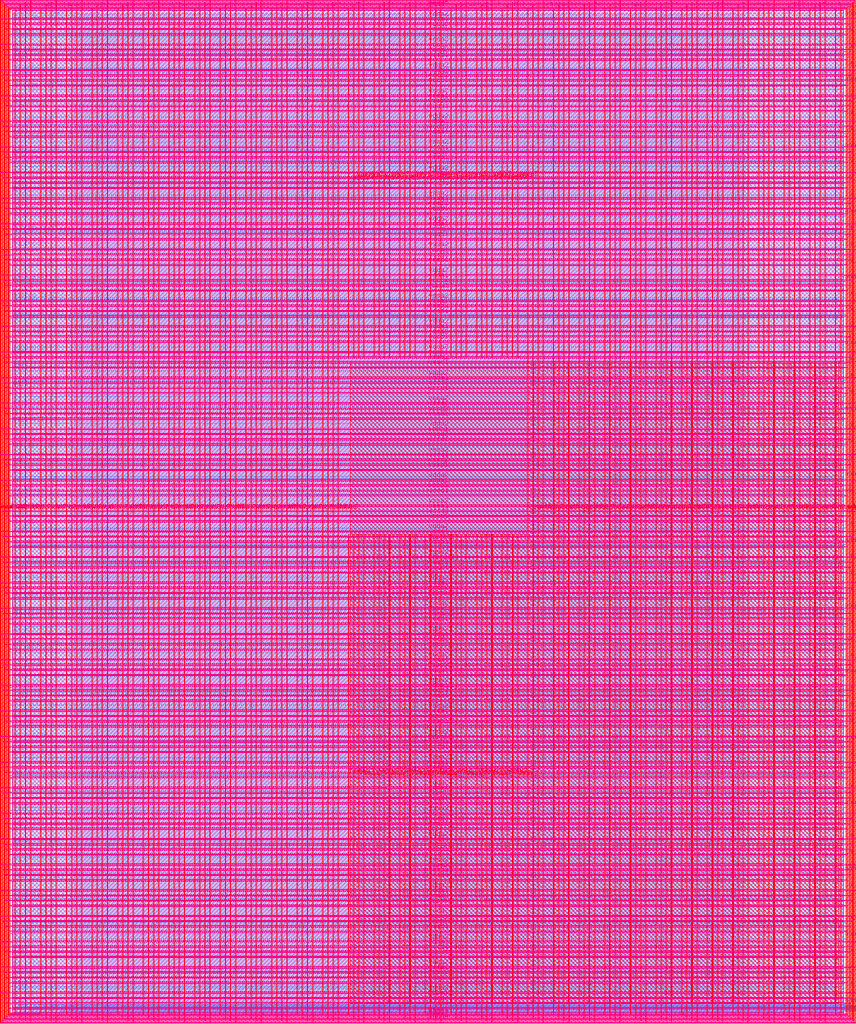
<source format=lef>
VERSION 5.7 ;
  NOWIREEXTENSIONATPIN ON ;
  DIVIDERCHAR "/" ;
  BUSBITCHARS "[]" ;
MACRO user_project_wrapper
  CLASS BLOCK ;
  FOREIGN user_project_wrapper ;
  ORIGIN 0.000 0.000 ;
  SIZE 2920.000 BY 3520.000 ;
  PIN analog_io[0]
    DIRECTION INOUT ;
    USE SIGNAL ;
    PORT
      LAYER met3 ;
        RECT 2917.600 28.300 2924.800 29.500 ;
    END
  END analog_io[0]
  PIN analog_io[10]
    DIRECTION INOUT ;
    USE SIGNAL ;
    PORT
      LAYER met3 ;
        RECT 2917.600 2336.220 2924.800 2337.420 ;
    END
  END analog_io[10]
  PIN analog_io[11]
    DIRECTION INOUT ;
    USE SIGNAL ;
    PORT
      LAYER met3 ;
        RECT 2917.600 2566.740 2924.800 2567.940 ;
    END
  END analog_io[11]
  PIN analog_io[12]
    DIRECTION INOUT ;
    USE SIGNAL ;
    PORT
      LAYER met3 ;
        RECT 2917.600 2797.260 2924.800 2798.460 ;
    END
  END analog_io[12]
  PIN analog_io[13]
    DIRECTION INOUT ;
    USE SIGNAL ;
    PORT
      LAYER met3 ;
        RECT 2917.600 3028.460 2924.800 3029.660 ;
    END
  END analog_io[13]
  PIN analog_io[14]
    DIRECTION INOUT ;
    USE SIGNAL ;
    PORT
      LAYER met3 ;
        RECT 2917.600 3258.980 2924.800 3260.180 ;
    END
  END analog_io[14]
  PIN analog_io[15]
    DIRECTION INOUT ;
    USE SIGNAL ;
    PORT
      LAYER met2 ;
        RECT 2884.150 3517.600 2884.710 3524.800 ;
    END
  END analog_io[15]
  PIN analog_io[16]
    DIRECTION INOUT ;
    USE SIGNAL ;
    PORT
      LAYER met2 ;
        RECT 2598.950 3517.600 2599.510 3524.800 ;
    END
  END analog_io[16]
  PIN analog_io[17]
    DIRECTION INOUT ;
    USE SIGNAL ;
    PORT
      LAYER met2 ;
        RECT 2314.210 3517.600 2314.770 3524.800 ;
    END
  END analog_io[17]
  PIN analog_io[18]
    DIRECTION INOUT ;
    USE SIGNAL ;
    PORT
      LAYER met2 ;
        RECT 2029.470 3517.600 2030.030 3524.800 ;
    END
  END analog_io[18]
  PIN analog_io[19]
    DIRECTION INOUT ;
    USE SIGNAL ;
    PORT
      LAYER met2 ;
        RECT 1744.270 3517.600 1744.830 3524.800 ;
    END
  END analog_io[19]
  PIN analog_io[1]
    DIRECTION INOUT ;
    USE SIGNAL ;
    PORT
      LAYER met3 ;
        RECT 2917.600 258.820 2924.800 260.020 ;
    END
  END analog_io[1]
  PIN analog_io[20]
    DIRECTION INOUT ;
    USE SIGNAL ;
    PORT
      LAYER met2 ;
        RECT 1459.530 3517.600 1460.090 3524.800 ;
    END
  END analog_io[20]
  PIN analog_io[21]
    DIRECTION INOUT ;
    USE SIGNAL ;
    PORT
      LAYER met2 ;
        RECT 1174.790 3517.600 1175.350 3524.800 ;
    END
  END analog_io[21]
  PIN analog_io[22]
    DIRECTION INOUT ;
    USE SIGNAL ;
    PORT
      LAYER met2 ;
        RECT 889.590 3517.600 890.150 3524.800 ;
    END
  END analog_io[22]
  PIN analog_io[23]
    DIRECTION INOUT ;
    USE SIGNAL ;
    PORT
      LAYER met2 ;
        RECT 604.850 3517.600 605.410 3524.800 ;
    END
  END analog_io[23]
  PIN analog_io[24]
    DIRECTION INOUT ;
    USE SIGNAL ;
    PORT
      LAYER met3 ;
        RECT -4.800 3488.140 2.400 3489.340 ;
    END
  END analog_io[24]
  PIN analog_io[25]
    DIRECTION INOUT ;
    USE SIGNAL ;
    PORT
      LAYER met3 ;
        RECT -4.800 3240.620 2.400 3241.820 ;
    END
  END analog_io[25]
  PIN analog_io[26]
    DIRECTION INOUT ;
    USE SIGNAL ;
    PORT
      LAYER met3 ;
        RECT -4.800 2993.780 2.400 2994.980 ;
    END
  END analog_io[26]
  PIN analog_io[27]
    DIRECTION INOUT ;
    USE SIGNAL ;
    PORT
      LAYER met3 ;
        RECT -4.800 2746.940 2.400 2748.140 ;
    END
  END analog_io[27]
  PIN analog_io[28]
    DIRECTION INOUT ;
    USE SIGNAL ;
    PORT
      LAYER met3 ;
        RECT -4.800 2500.100 2.400 2501.300 ;
    END
  END analog_io[28]
  PIN analog_io[29]
    DIRECTION INOUT ;
    USE SIGNAL ;
    PORT
      LAYER met3 ;
        RECT -4.800 2253.260 2.400 2254.460 ;
    END
  END analog_io[29]
  PIN analog_io[2]
    DIRECTION INOUT ;
    USE SIGNAL ;
    PORT
      LAYER met3 ;
        RECT 2917.600 489.340 2924.800 490.540 ;
    END
  END analog_io[2]
  PIN analog_io[30]
    DIRECTION INOUT ;
    USE SIGNAL ;
    PORT
      LAYER met3 ;
        RECT -4.800 2005.740 2.400 2006.940 ;
    END
  END analog_io[30]
  PIN analog_io[31]
    DIRECTION INOUT ;
    USE SIGNAL ;
    PORT
      LAYER met3 ;
        RECT 2917.600 3490.180 2924.800 3491.380 ;
    END
  END analog_io[31]
  PIN analog_io[32]
    DIRECTION INOUT ;
    USE SIGNAL ;
    PORT
      LAYER met2 ;
        RECT 320.110 3517.600 320.670 3524.800 ;
    END
  END analog_io[32]
  PIN analog_io[33]
    DIRECTION INOUT ;
    USE SIGNAL ;
    PORT
      LAYER met2 ;
        RECT 248.810 3517.600 249.370 3524.800 ;
    END
  END analog_io[33]
  PIN analog_io[34]
    DIRECTION INOUT ;
    USE SIGNAL ;
    PORT
      LAYER met3 ;
        RECT -4.800 462.140 2.400 463.340 ;
    END
  END analog_io[34]
  PIN analog_io[35]
    DIRECTION INOUT ;
    USE SIGNAL ;
    PORT
      LAYER met2 ;
        RECT 2887.370 -4.800 2887.930 2.400 ;
    END
  END analog_io[35]
  PIN analog_io[3]
    DIRECTION INOUT ;
    USE SIGNAL ;
    PORT
      LAYER met3 ;
        RECT 2917.600 720.540 2924.800 721.740 ;
    END
  END analog_io[3]
  PIN analog_io[4]
    DIRECTION INOUT ;
    USE SIGNAL ;
    PORT
      LAYER met3 ;
        RECT 2917.600 951.060 2924.800 952.260 ;
    END
  END analog_io[4]
  PIN analog_io[5]
    DIRECTION INOUT ;
    USE SIGNAL ;
    PORT
      LAYER met3 ;
        RECT 2917.600 1182.260 2924.800 1183.460 ;
    END
  END analog_io[5]
  PIN analog_io[6]
    DIRECTION INOUT ;
    USE SIGNAL ;
    PORT
      LAYER met3 ;
        RECT 2917.600 1412.780 2924.800 1413.980 ;
    END
  END analog_io[6]
  PIN analog_io[7]
    DIRECTION INOUT ;
    USE SIGNAL ;
    PORT
      LAYER met3 ;
        RECT 2917.600 1643.300 2924.800 1644.500 ;
    END
  END analog_io[7]
  PIN analog_io[8]
    DIRECTION INOUT ;
    USE SIGNAL ;
    PORT
      LAYER met3 ;
        RECT 2917.600 1874.500 2924.800 1875.700 ;
    END
  END analog_io[8]
  PIN analog_io[9]
    DIRECTION INOUT ;
    USE SIGNAL ;
    PORT
      LAYER met3 ;
        RECT 2917.600 2105.020 2924.800 2106.220 ;
    END
  END analog_io[9]
  PIN io_in[0]
    DIRECTION INPUT ;
    USE SIGNAL ;
    PORT
      LAYER met3 ;
        RECT 2917.600 85.420 2924.800 86.620 ;
    END
  END io_in[0]
  PIN io_in[10]
    DIRECTION INPUT ;
    USE SIGNAL ;
    PORT
      LAYER met3 ;
        RECT 2917.600 2393.340 2924.800 2394.540 ;
    END
  END io_in[10]
  PIN io_in[11]
    DIRECTION INPUT ;
    USE SIGNAL ;
    PORT
      LAYER met3 ;
        RECT 2917.600 2624.540 2924.800 2625.740 ;
    END
  END io_in[11]
  PIN io_in[12]
    DIRECTION INPUT ;
    USE SIGNAL ;
    PORT
      LAYER met3 ;
        RECT 2917.600 2855.060 2924.800 2856.260 ;
    END
  END io_in[12]
  PIN io_in[13]
    DIRECTION INPUT ;
    USE SIGNAL ;
    PORT
      LAYER met3 ;
        RECT 2917.600 3086.260 2924.800 3087.460 ;
    END
  END io_in[13]
  PIN io_in[14]
    DIRECTION INPUT ;
    USE SIGNAL ;
    PORT
      LAYER met3 ;
        RECT 2917.600 3316.780 2924.800 3317.980 ;
    END
  END io_in[14]
  PIN io_in[15]
    DIRECTION INPUT ;
    USE SIGNAL ;
    PORT
      LAYER met2 ;
        RECT 2812.850 3517.600 2813.410 3524.800 ;
    END
  END io_in[15]
  PIN io_in[16]
    DIRECTION INPUT ;
    USE SIGNAL ;
    PORT
      LAYER met2 ;
        RECT 2528.110 3517.600 2528.670 3524.800 ;
    END
  END io_in[16]
  PIN io_in[17]
    DIRECTION INPUT ;
    USE SIGNAL ;
    PORT
      LAYER met2 ;
        RECT 2242.910 3517.600 2243.470 3524.800 ;
    END
  END io_in[17]
  PIN io_in[18]
    DIRECTION INPUT ;
    USE SIGNAL ;
    PORT
      LAYER met2 ;
        RECT 1958.170 3517.600 1958.730 3524.800 ;
    END
  END io_in[18]
  PIN io_in[19]
    DIRECTION INPUT ;
    USE SIGNAL ;
    PORT
      LAYER met2 ;
        RECT 1673.430 3517.600 1673.990 3524.800 ;
    END
  END io_in[19]
  PIN io_in[1]
    DIRECTION INPUT ;
    USE SIGNAL ;
    PORT
      LAYER met3 ;
        RECT 2917.600 316.620 2924.800 317.820 ;
    END
  END io_in[1]
  PIN io_in[20]
    DIRECTION INPUT ;
    USE SIGNAL ;
    PORT
      LAYER met2 ;
        RECT 1388.230 3517.600 1388.790 3524.800 ;
    END
  END io_in[20]
  PIN io_in[21]
    DIRECTION INPUT ;
    USE SIGNAL ;
    PORT
      LAYER met2 ;
        RECT 1103.490 3517.600 1104.050 3524.800 ;
    END
  END io_in[21]
  PIN io_in[22]
    DIRECTION INPUT ;
    USE SIGNAL ;
    PORT
      LAYER met2 ;
        RECT 818.750 3517.600 819.310 3524.800 ;
    END
  END io_in[22]
  PIN io_in[23]
    DIRECTION INPUT ;
    USE SIGNAL ;
    PORT
      LAYER met2 ;
        RECT 533.550 3517.600 534.110 3524.800 ;
    END
  END io_in[23]
  PIN io_in[24]
    DIRECTION INPUT ;
    USE SIGNAL ;
    PORT
      LAYER met3 ;
        RECT -4.800 3426.260 2.400 3427.460 ;
    END
  END io_in[24]
  PIN io_in[25]
    DIRECTION INPUT ;
    USE SIGNAL ;
    PORT
      LAYER met3 ;
        RECT -4.800 3179.420 2.400 3180.620 ;
    END
  END io_in[25]
  PIN io_in[26]
    DIRECTION INPUT ;
    USE SIGNAL ;
    PORT
      LAYER met3 ;
        RECT -4.800 2931.900 2.400 2933.100 ;
    END
  END io_in[26]
  PIN io_in[27]
    DIRECTION INPUT ;
    USE SIGNAL ;
    PORT
      LAYER met3 ;
        RECT -4.800 2685.060 2.400 2686.260 ;
    END
  END io_in[27]
  PIN io_in[28]
    DIRECTION INPUT ;
    USE SIGNAL ;
    PORT
      LAYER met3 ;
        RECT -4.800 2438.220 2.400 2439.420 ;
    END
  END io_in[28]
  PIN io_in[29]
    DIRECTION INPUT ;
    USE SIGNAL ;
    PORT
      LAYER met3 ;
        RECT -4.800 2191.380 2.400 2192.580 ;
    END
  END io_in[29]
  PIN io_in[2]
    DIRECTION INPUT ;
    USE SIGNAL ;
    PORT
      LAYER met3 ;
        RECT 2917.600 547.140 2924.800 548.340 ;
    END
  END io_in[2]
  PIN io_in[30]
    DIRECTION INPUT ;
    USE SIGNAL ;
    PORT
      LAYER met3 ;
        RECT -4.800 1944.540 2.400 1945.740 ;
    END
  END io_in[30]
  PIN io_in[31]
    DIRECTION INPUT ;
    USE SIGNAL ;
    PORT
      LAYER met3 ;
        RECT -4.800 1758.900 2.400 1760.100 ;
    END
  END io_in[31]
  PIN io_in[32]
    DIRECTION INPUT ;
    USE SIGNAL ;
    PORT
      LAYER met3 ;
        RECT -4.800 1573.940 2.400 1575.140 ;
    END
  END io_in[32]
  PIN io_in[33]
    DIRECTION INPUT ;
    USE SIGNAL ;
    PORT
      LAYER met3 ;
        RECT -4.800 1388.300 2.400 1389.500 ;
    END
  END io_in[33]
  PIN io_in[34]
    DIRECTION INPUT ;
    USE SIGNAL ;
    PORT
      LAYER met3 ;
        RECT -4.800 1203.340 2.400 1204.540 ;
    END
  END io_in[34]
  PIN io_in[35]
    DIRECTION INPUT ;
    USE SIGNAL ;
    PORT
      LAYER met3 ;
        RECT -4.800 1017.700 2.400 1018.900 ;
    END
  END io_in[35]
  PIN io_in[36]
    DIRECTION INPUT ;
    USE SIGNAL ;
    PORT
      LAYER met3 ;
        RECT -4.800 832.740 2.400 833.940 ;
    END
  END io_in[36]
  PIN io_in[37]
    DIRECTION INPUT ;
    USE SIGNAL ;
    PORT
      LAYER met3 ;
        RECT -4.800 647.780 2.400 648.980 ;
    END
  END io_in[37]
  PIN io_in[38]
    DIRECTION INPUT ;
    USE SIGNAL ;
    PORT
      LAYER met2 ;
        RECT 2893.350 -4.800 2893.910 2.400 ;
    END
  END io_in[38]
  PIN io_in[39]
    DIRECTION INPUT ;
    USE SIGNAL ;
    PORT
      LAYER met2 ;
        RECT 2898.870 -4.800 2899.430 2.400 ;
    END
  END io_in[39]
  PIN io_in[3]
    DIRECTION INPUT ;
    USE SIGNAL ;
    PORT
      LAYER met3 ;
        RECT 2917.600 778.340 2924.800 779.540 ;
    END
  END io_in[3]
  PIN io_in[40]
    DIRECTION INPUT ;
    USE SIGNAL ;
    PORT
      LAYER met2 ;
        RECT 106.210 3517.600 106.770 3524.800 ;
    END
  END io_in[40]
  PIN io_in[41]
    DIRECTION INPUT ;
    USE SIGNAL ;
    PORT
      LAYER met3 ;
        RECT -4.800 153.420 2.400 154.620 ;
    END
  END io_in[41]
  PIN io_in[42]
    DIRECTION INPUT ;
    USE SIGNAL ;
    PORT
      LAYER met2 ;
        RECT 35.370 3517.600 35.930 3524.800 ;
    END
  END io_in[42]
  PIN io_in[4]
    DIRECTION INPUT ;
    USE SIGNAL ;
    PORT
      LAYER met3 ;
        RECT 2917.600 1008.860 2924.800 1010.060 ;
    END
  END io_in[4]
  PIN io_in[5]
    DIRECTION INPUT ;
    USE SIGNAL ;
    PORT
      LAYER met3 ;
        RECT 2917.600 1239.380 2924.800 1240.580 ;
    END
  END io_in[5]
  PIN io_in[6]
    DIRECTION INPUT ;
    USE SIGNAL ;
    PORT
      LAYER met3 ;
        RECT 2917.600 1470.580 2924.800 1471.780 ;
    END
  END io_in[6]
  PIN io_in[7]
    DIRECTION INPUT ;
    USE SIGNAL ;
    PORT
      LAYER met3 ;
        RECT 2917.600 1701.100 2924.800 1702.300 ;
    END
  END io_in[7]
  PIN io_in[8]
    DIRECTION INPUT ;
    USE SIGNAL ;
    PORT
      LAYER met3 ;
        RECT 2917.600 1932.300 2924.800 1933.500 ;
    END
  END io_in[8]
  PIN io_in[9]
    DIRECTION INPUT ;
    USE SIGNAL ;
    PORT
      LAYER met3 ;
        RECT 2917.600 2162.820 2924.800 2164.020 ;
    END
  END io_in[9]
  PIN io_oeb[0]
    DIRECTION OUTPUT TRISTATE ;
    USE SIGNAL ;
    PORT
      LAYER met3 ;
        RECT 2917.600 201.020 2924.800 202.220 ;
    END
  END io_oeb[0]
  PIN io_oeb[10]
    DIRECTION OUTPUT TRISTATE ;
    USE SIGNAL ;
    PORT
      LAYER met3 ;
        RECT 2917.600 2508.940 2924.800 2510.140 ;
    END
  END io_oeb[10]
  PIN io_oeb[11]
    DIRECTION OUTPUT TRISTATE ;
    USE SIGNAL ;
    PORT
      LAYER met3 ;
        RECT 2917.600 2740.140 2924.800 2741.340 ;
    END
  END io_oeb[11]
  PIN io_oeb[12]
    DIRECTION OUTPUT TRISTATE ;
    USE SIGNAL ;
    PORT
      LAYER met3 ;
        RECT 2917.600 2970.660 2924.800 2971.860 ;
    END
  END io_oeb[12]
  PIN io_oeb[13]
    DIRECTION OUTPUT TRISTATE ;
    USE SIGNAL ;
    PORT
      LAYER met3 ;
        RECT 2917.600 3201.180 2924.800 3202.380 ;
    END
  END io_oeb[13]
  PIN io_oeb[14]
    DIRECTION OUTPUT TRISTATE ;
    USE SIGNAL ;
    PORT
      LAYER met3 ;
        RECT 2917.600 3432.380 2924.800 3433.580 ;
    END
  END io_oeb[14]
  PIN io_oeb[15]
    DIRECTION OUTPUT TRISTATE ;
    USE SIGNAL ;
    PORT
      LAYER met2 ;
        RECT 2670.250 3517.600 2670.810 3524.800 ;
    END
  END io_oeb[15]
  PIN io_oeb[16]
    DIRECTION OUTPUT TRISTATE ;
    USE SIGNAL ;
    PORT
      LAYER met2 ;
        RECT 2385.510 3517.600 2386.070 3524.800 ;
    END
  END io_oeb[16]
  PIN io_oeb[17]
    DIRECTION OUTPUT TRISTATE ;
    USE SIGNAL ;
    PORT
      LAYER met2 ;
        RECT 2100.770 3517.600 2101.330 3524.800 ;
    END
  END io_oeb[17]
  PIN io_oeb[18]
    DIRECTION OUTPUT TRISTATE ;
    USE SIGNAL ;
    PORT
      LAYER met2 ;
        RECT 1815.570 3517.600 1816.130 3524.800 ;
    END
  END io_oeb[18]
  PIN io_oeb[19]
    DIRECTION OUTPUT TRISTATE ;
    USE SIGNAL ;
    PORT
      LAYER met2 ;
        RECT 1530.830 3517.600 1531.390 3524.800 ;
    END
  END io_oeb[19]
  PIN io_oeb[1]
    DIRECTION OUTPUT TRISTATE ;
    USE SIGNAL ;
    PORT
      LAYER met3 ;
        RECT 2917.600 431.540 2924.800 432.740 ;
    END
  END io_oeb[1]
  PIN io_oeb[20]
    DIRECTION OUTPUT TRISTATE ;
    USE SIGNAL ;
    PORT
      LAYER met2 ;
        RECT 1246.090 3517.600 1246.650 3524.800 ;
    END
  END io_oeb[20]
  PIN io_oeb[21]
    DIRECTION OUTPUT TRISTATE ;
    USE SIGNAL ;
    PORT
      LAYER met2 ;
        RECT 960.890 3517.600 961.450 3524.800 ;
    END
  END io_oeb[21]
  PIN io_oeb[22]
    DIRECTION OUTPUT TRISTATE ;
    USE SIGNAL ;
    PORT
      LAYER met2 ;
        RECT 676.150 3517.600 676.710 3524.800 ;
    END
  END io_oeb[22]
  PIN io_oeb[23]
    DIRECTION OUTPUT TRISTATE ;
    USE SIGNAL ;
    PORT
      LAYER met2 ;
        RECT 391.410 3517.600 391.970 3524.800 ;
    END
  END io_oeb[23]
  PIN io_oeb[24]
    DIRECTION OUTPUT TRISTATE ;
    USE SIGNAL ;
    PORT
      LAYER met3 ;
        RECT -4.800 3302.500 2.400 3303.700 ;
    END
  END io_oeb[24]
  PIN io_oeb[25]
    DIRECTION OUTPUT TRISTATE ;
    USE SIGNAL ;
    PORT
      LAYER met3 ;
        RECT -4.800 3055.660 2.400 3056.860 ;
    END
  END io_oeb[25]
  PIN io_oeb[26]
    DIRECTION OUTPUT TRISTATE ;
    USE SIGNAL ;
    PORT
      LAYER met3 ;
        RECT -4.800 2808.820 2.400 2810.020 ;
    END
  END io_oeb[26]
  PIN io_oeb[27]
    DIRECTION OUTPUT TRISTATE ;
    USE SIGNAL ;
    PORT
      LAYER met3 ;
        RECT -4.800 2561.980 2.400 2563.180 ;
    END
  END io_oeb[27]
  PIN io_oeb[28]
    DIRECTION OUTPUT TRISTATE ;
    USE SIGNAL ;
    PORT
      LAYER met3 ;
        RECT -4.800 2314.460 2.400 2315.660 ;
    END
  END io_oeb[28]
  PIN io_oeb[29]
    DIRECTION OUTPUT TRISTATE ;
    USE SIGNAL ;
    PORT
      LAYER met3 ;
        RECT -4.800 2067.620 2.400 2068.820 ;
    END
  END io_oeb[29]
  PIN io_oeb[2]
    DIRECTION OUTPUT TRISTATE ;
    USE SIGNAL ;
    PORT
      LAYER met3 ;
        RECT 2917.600 662.740 2924.800 663.940 ;
    END
  END io_oeb[2]
  PIN io_oeb[30]
    DIRECTION OUTPUT TRISTATE ;
    USE SIGNAL ;
    PORT
      LAYER met3 ;
        RECT -4.800 1820.780 2.400 1821.980 ;
    END
  END io_oeb[30]
  PIN io_oeb[31]
    DIRECTION OUTPUT TRISTATE ;
    USE SIGNAL ;
    PORT
      LAYER met3 ;
        RECT -4.800 1635.140 2.400 1636.340 ;
    END
  END io_oeb[31]
  PIN io_oeb[32]
    DIRECTION OUTPUT TRISTATE ;
    USE SIGNAL ;
    PORT
      LAYER met3 ;
        RECT -4.800 1450.180 2.400 1451.380 ;
    END
  END io_oeb[32]
  PIN io_oeb[33]
    DIRECTION OUTPUT TRISTATE ;
    USE SIGNAL ;
    PORT
      LAYER met3 ;
        RECT -4.800 1265.220 2.400 1266.420 ;
    END
  END io_oeb[33]
  PIN io_oeb[34]
    DIRECTION OUTPUT TRISTATE ;
    USE SIGNAL ;
    PORT
      LAYER met3 ;
        RECT -4.800 1079.580 2.400 1080.780 ;
    END
  END io_oeb[34]
  PIN io_oeb[35]
    DIRECTION OUTPUT TRISTATE ;
    USE SIGNAL ;
    PORT
      LAYER met3 ;
        RECT -4.800 894.620 2.400 895.820 ;
    END
  END io_oeb[35]
  PIN io_oeb[36]
    DIRECTION OUTPUT TRISTATE ;
    USE SIGNAL ;
    PORT
      LAYER met3 ;
        RECT -4.800 708.980 2.400 710.180 ;
    END
  END io_oeb[36]
  PIN io_oeb[37]
    DIRECTION OUTPUT TRISTATE ;
    USE SIGNAL ;
    PORT
      LAYER met3 ;
        RECT -4.800 524.020 2.400 525.220 ;
    END
  END io_oeb[37]
  PIN io_oeb[38]
    DIRECTION OUTPUT TRISTATE ;
    USE SIGNAL ;
    PORT
      LAYER met3 ;
        RECT -4.800 400.260 2.400 401.460 ;
    END
  END io_oeb[38]
  PIN io_oeb[39]
    DIRECTION OUTPUT TRISTATE ;
    USE SIGNAL ;
    PORT
      LAYER met3 ;
        RECT -4.800 277.180 2.400 278.380 ;
    END
  END io_oeb[39]
  PIN io_oeb[3]
    DIRECTION OUTPUT TRISTATE ;
    USE SIGNAL ;
    PORT
      LAYER met3 ;
        RECT 2917.600 893.260 2924.800 894.460 ;
    END
  END io_oeb[3]
  PIN io_oeb[40]
    DIRECTION OUTPUT TRISTATE ;
    USE SIGNAL ;
    PORT
      LAYER met3 ;
        RECT -4.800 215.300 2.400 216.500 ;
    END
  END io_oeb[40]
  PIN io_oeb[41]
    DIRECTION OUTPUT TRISTATE ;
    USE SIGNAL ;
    PORT
      LAYER met2 ;
        RECT 2910.830 -4.800 2911.390 2.400 ;
    END
  END io_oeb[41]
  PIN io_oeb[42]
    DIRECTION OUTPUT TRISTATE ;
    USE SIGNAL ;
    PORT
      LAYER met3 ;
        RECT -4.800 91.540 2.400 92.740 ;
    END
  END io_oeb[42]
  PIN io_oeb[4]
    DIRECTION OUTPUT TRISTATE ;
    USE SIGNAL ;
    PORT
      LAYER met3 ;
        RECT 2917.600 1124.460 2924.800 1125.660 ;
    END
  END io_oeb[4]
  PIN io_oeb[5]
    DIRECTION OUTPUT TRISTATE ;
    USE SIGNAL ;
    PORT
      LAYER met3 ;
        RECT 2917.600 1354.980 2924.800 1356.180 ;
    END
  END io_oeb[5]
  PIN io_oeb[6]
    DIRECTION OUTPUT TRISTATE ;
    USE SIGNAL ;
    PORT
      LAYER met3 ;
        RECT 2917.600 1586.180 2924.800 1587.380 ;
    END
  END io_oeb[6]
  PIN io_oeb[7]
    DIRECTION OUTPUT TRISTATE ;
    USE SIGNAL ;
    PORT
      LAYER met3 ;
        RECT 2917.600 1816.700 2924.800 1817.900 ;
    END
  END io_oeb[7]
  PIN io_oeb[8]
    DIRECTION OUTPUT TRISTATE ;
    USE SIGNAL ;
    PORT
      LAYER met3 ;
        RECT 2917.600 2047.220 2924.800 2048.420 ;
    END
  END io_oeb[8]
  PIN io_oeb[9]
    DIRECTION OUTPUT TRISTATE ;
    USE SIGNAL ;
    PORT
      LAYER met3 ;
        RECT 2917.600 2278.420 2924.800 2279.620 ;
    END
  END io_oeb[9]
  PIN io_out[0]
    DIRECTION OUTPUT TRISTATE ;
    USE SIGNAL ;
    PORT
      LAYER met3 ;
        RECT 2917.600 143.220 2924.800 144.420 ;
    END
  END io_out[0]
  PIN io_out[10]
    DIRECTION OUTPUT TRISTATE ;
    USE SIGNAL ;
    PORT
      LAYER met3 ;
        RECT 2917.600 2451.140 2924.800 2452.340 ;
    END
  END io_out[10]
  PIN io_out[11]
    DIRECTION OUTPUT TRISTATE ;
    USE SIGNAL ;
    PORT
      LAYER met3 ;
        RECT 2917.600 2682.340 2924.800 2683.540 ;
    END
  END io_out[11]
  PIN io_out[12]
    DIRECTION OUTPUT TRISTATE ;
    USE SIGNAL ;
    PORT
      LAYER met3 ;
        RECT 2917.600 2912.860 2924.800 2914.060 ;
    END
  END io_out[12]
  PIN io_out[13]
    DIRECTION OUTPUT TRISTATE ;
    USE SIGNAL ;
    PORT
      LAYER met3 ;
        RECT 2917.600 3144.060 2924.800 3145.260 ;
    END
  END io_out[13]
  PIN io_out[14]
    DIRECTION OUTPUT TRISTATE ;
    USE SIGNAL ;
    PORT
      LAYER met3 ;
        RECT 2917.600 3374.580 2924.800 3375.780 ;
    END
  END io_out[14]
  PIN io_out[15]
    DIRECTION OUTPUT TRISTATE ;
    USE SIGNAL ;
    PORT
      LAYER met2 ;
        RECT 2741.550 3517.600 2742.110 3524.800 ;
    END
  END io_out[15]
  PIN io_out[16]
    DIRECTION OUTPUT TRISTATE ;
    USE SIGNAL ;
    PORT
      LAYER met2 ;
        RECT 2456.810 3517.600 2457.370 3524.800 ;
    END
  END io_out[16]
  PIN io_out[17]
    DIRECTION OUTPUT TRISTATE ;
    USE SIGNAL ;
    PORT
      LAYER met2 ;
        RECT 2171.610 3517.600 2172.170 3524.800 ;
    END
  END io_out[17]
  PIN io_out[18]
    DIRECTION OUTPUT TRISTATE ;
    USE SIGNAL ;
    PORT
      LAYER met2 ;
        RECT 1886.870 3517.600 1887.430 3524.800 ;
    END
  END io_out[18]
  PIN io_out[19]
    DIRECTION OUTPUT TRISTATE ;
    USE SIGNAL ;
    PORT
      LAYER met2 ;
        RECT 1602.130 3517.600 1602.690 3524.800 ;
    END
  END io_out[19]
  PIN io_out[1]
    DIRECTION OUTPUT TRISTATE ;
    USE SIGNAL ;
    PORT
      LAYER met3 ;
        RECT 2917.600 374.420 2924.800 375.620 ;
    END
  END io_out[1]
  PIN io_out[20]
    DIRECTION OUTPUT TRISTATE ;
    USE SIGNAL ;
    PORT
      LAYER met2 ;
        RECT 1316.930 3517.600 1317.490 3524.800 ;
    END
  END io_out[20]
  PIN io_out[21]
    DIRECTION OUTPUT TRISTATE ;
    USE SIGNAL ;
    PORT
      LAYER met2 ;
        RECT 1032.190 3517.600 1032.750 3524.800 ;
    END
  END io_out[21]
  PIN io_out[22]
    DIRECTION OUTPUT TRISTATE ;
    USE SIGNAL ;
    PORT
      LAYER met2 ;
        RECT 747.450 3517.600 748.010 3524.800 ;
    END
  END io_out[22]
  PIN io_out[23]
    DIRECTION OUTPUT TRISTATE ;
    USE SIGNAL ;
    PORT
      LAYER met2 ;
        RECT 462.250 3517.600 462.810 3524.800 ;
    END
  END io_out[23]
  PIN io_out[24]
    DIRECTION OUTPUT TRISTATE ;
    USE SIGNAL ;
    PORT
      LAYER met3 ;
        RECT -4.800 3364.380 2.400 3365.580 ;
    END
  END io_out[24]
  PIN io_out[25]
    DIRECTION OUTPUT TRISTATE ;
    USE SIGNAL ;
    PORT
      LAYER met3 ;
        RECT -4.800 3117.540 2.400 3118.740 ;
    END
  END io_out[25]
  PIN io_out[26]
    DIRECTION OUTPUT TRISTATE ;
    USE SIGNAL ;
    PORT
      LAYER met3 ;
        RECT -4.800 2870.700 2.400 2871.900 ;
    END
  END io_out[26]
  PIN io_out[27]
    DIRECTION OUTPUT TRISTATE ;
    USE SIGNAL ;
    PORT
      LAYER met3 ;
        RECT -4.800 2623.180 2.400 2624.380 ;
    END
  END io_out[27]
  PIN io_out[28]
    DIRECTION OUTPUT TRISTATE ;
    USE SIGNAL ;
    PORT
      LAYER met3 ;
        RECT -4.800 2376.340 2.400 2377.540 ;
    END
  END io_out[28]
  PIN io_out[29]
    DIRECTION OUTPUT TRISTATE ;
    USE SIGNAL ;
    PORT
      LAYER met3 ;
        RECT -4.800 2129.500 2.400 2130.700 ;
    END
  END io_out[29]
  PIN io_out[2]
    DIRECTION OUTPUT TRISTATE ;
    USE SIGNAL ;
    PORT
      LAYER met3 ;
        RECT 2917.600 604.940 2924.800 606.140 ;
    END
  END io_out[2]
  PIN io_out[30]
    DIRECTION OUTPUT TRISTATE ;
    USE SIGNAL ;
    PORT
      LAYER met3 ;
        RECT -4.800 1882.660 2.400 1883.860 ;
    END
  END io_out[30]
  PIN io_out[31]
    DIRECTION OUTPUT TRISTATE ;
    USE SIGNAL ;
    PORT
      LAYER met3 ;
        RECT -4.800 1697.020 2.400 1698.220 ;
    END
  END io_out[31]
  PIN io_out[32]
    DIRECTION OUTPUT TRISTATE ;
    USE SIGNAL ;
    PORT
      LAYER met3 ;
        RECT -4.800 1512.060 2.400 1513.260 ;
    END
  END io_out[32]
  PIN io_out[33]
    DIRECTION OUTPUT TRISTATE ;
    USE SIGNAL ;
    PORT
      LAYER met3 ;
        RECT -4.800 1326.420 2.400 1327.620 ;
    END
  END io_out[33]
  PIN io_out[34]
    DIRECTION OUTPUT TRISTATE ;
    USE SIGNAL ;
    PORT
      LAYER met3 ;
        RECT -4.800 1141.460 2.400 1142.660 ;
    END
  END io_out[34]
  PIN io_out[35]
    DIRECTION OUTPUT TRISTATE ;
    USE SIGNAL ;
    PORT
      LAYER met3 ;
        RECT -4.800 956.500 2.400 957.700 ;
    END
  END io_out[35]
  PIN io_out[36]
    DIRECTION OUTPUT TRISTATE ;
    USE SIGNAL ;
    PORT
      LAYER met3 ;
        RECT -4.800 770.860 2.400 772.060 ;
    END
  END io_out[36]
  PIN io_out[37]
    DIRECTION OUTPUT TRISTATE ;
    USE SIGNAL ;
    PORT
      LAYER met3 ;
        RECT -4.800 585.900 2.400 587.100 ;
    END
  END io_out[37]
  PIN io_out[38]
    DIRECTION OUTPUT TRISTATE ;
    USE SIGNAL ;
    PORT
      LAYER met3 ;
        RECT -4.800 339.060 2.400 340.260 ;
    END
  END io_out[38]
  PIN io_out[39]
    DIRECTION OUTPUT TRISTATE ;
    USE SIGNAL ;
    PORT
      LAYER met2 ;
        RECT 177.510 3517.600 178.070 3524.800 ;
    END
  END io_out[39]
  PIN io_out[3]
    DIRECTION OUTPUT TRISTATE ;
    USE SIGNAL ;
    PORT
      LAYER met3 ;
        RECT 2917.600 835.460 2924.800 836.660 ;
    END
  END io_out[3]
  PIN io_out[40]
    DIRECTION OUTPUT TRISTATE ;
    USE SIGNAL ;
    PORT
      LAYER met2 ;
        RECT 2904.850 -4.800 2905.410 2.400 ;
    END
  END io_out[40]
  PIN io_out[41]
    DIRECTION OUTPUT TRISTATE ;
    USE SIGNAL ;
    PORT
      LAYER met2 ;
        RECT 2916.810 -4.800 2917.370 2.400 ;
    END
  END io_out[41]
  PIN io_out[42]
    DIRECTION OUTPUT TRISTATE ;
    USE SIGNAL ;
    PORT
      LAYER met3 ;
        RECT -4.800 30.340 2.400 31.540 ;
    END
  END io_out[42]
  PIN io_out[4]
    DIRECTION OUTPUT TRISTATE ;
    USE SIGNAL ;
    PORT
      LAYER met3 ;
        RECT 2917.600 1066.660 2924.800 1067.860 ;
    END
  END io_out[4]
  PIN io_out[5]
    DIRECTION OUTPUT TRISTATE ;
    USE SIGNAL ;
    PORT
      LAYER met3 ;
        RECT 2917.600 1297.180 2924.800 1298.380 ;
    END
  END io_out[5]
  PIN io_out[6]
    DIRECTION OUTPUT TRISTATE ;
    USE SIGNAL ;
    PORT
      LAYER met3 ;
        RECT 2917.600 1528.380 2924.800 1529.580 ;
    END
  END io_out[6]
  PIN io_out[7]
    DIRECTION OUTPUT TRISTATE ;
    USE SIGNAL ;
    PORT
      LAYER met3 ;
        RECT 2917.600 1758.900 2924.800 1760.100 ;
    END
  END io_out[7]
  PIN io_out[8]
    DIRECTION OUTPUT TRISTATE ;
    USE SIGNAL ;
    PORT
      LAYER met3 ;
        RECT 2917.600 1989.420 2924.800 1990.620 ;
    END
  END io_out[8]
  PIN io_out[9]
    DIRECTION OUTPUT TRISTATE ;
    USE SIGNAL ;
    PORT
      LAYER met3 ;
        RECT 2917.600 2220.620 2924.800 2221.820 ;
    END
  END io_out[9]
  PIN la_data_in[0]
    DIRECTION INPUT ;
    USE SIGNAL ;
    PORT
      LAYER met2 ;
        RECT 625.090 -4.800 625.650 2.400 ;
    END
  END la_data_in[0]
  PIN la_data_in[100]
    DIRECTION INPUT ;
    USE SIGNAL ;
    PORT
      LAYER met2 ;
        RECT 2387.810 -4.800 2388.370 2.400 ;
    END
  END la_data_in[100]
  PIN la_data_in[101]
    DIRECTION INPUT ;
    USE SIGNAL ;
    PORT
      LAYER met2 ;
        RECT 2405.750 -4.800 2406.310 2.400 ;
    END
  END la_data_in[101]
  PIN la_data_in[102]
    DIRECTION INPUT ;
    USE SIGNAL ;
    PORT
      LAYER met2 ;
        RECT 2423.230 -4.800 2423.790 2.400 ;
    END
  END la_data_in[102]
  PIN la_data_in[103]
    DIRECTION INPUT ;
    USE SIGNAL ;
    PORT
      LAYER met2 ;
        RECT 2440.710 -4.800 2441.270 2.400 ;
    END
  END la_data_in[103]
  PIN la_data_in[104]
    DIRECTION INPUT ;
    USE SIGNAL ;
    PORT
      LAYER met2 ;
        RECT 2458.190 -4.800 2458.750 2.400 ;
    END
  END la_data_in[104]
  PIN la_data_in[105]
    DIRECTION INPUT ;
    USE SIGNAL ;
    PORT
      LAYER met2 ;
        RECT 2476.130 -4.800 2476.690 2.400 ;
    END
  END la_data_in[105]
  PIN la_data_in[106]
    DIRECTION INPUT ;
    USE SIGNAL ;
    PORT
      LAYER met2 ;
        RECT 2493.610 -4.800 2494.170 2.400 ;
    END
  END la_data_in[106]
  PIN la_data_in[107]
    DIRECTION INPUT ;
    USE SIGNAL ;
    PORT
      LAYER met2 ;
        RECT 2511.090 -4.800 2511.650 2.400 ;
    END
  END la_data_in[107]
  PIN la_data_in[108]
    DIRECTION INPUT ;
    USE SIGNAL ;
    PORT
      LAYER met2 ;
        RECT 2529.030 -4.800 2529.590 2.400 ;
    END
  END la_data_in[108]
  PIN la_data_in[109]
    DIRECTION INPUT ;
    USE SIGNAL ;
    PORT
      LAYER met2 ;
        RECT 2546.510 -4.800 2547.070 2.400 ;
    END
  END la_data_in[109]
  PIN la_data_in[10]
    DIRECTION INPUT ;
    USE SIGNAL ;
    PORT
      LAYER met2 ;
        RECT 801.730 -4.800 802.290 2.400 ;
    END
  END la_data_in[10]
  PIN la_data_in[110]
    DIRECTION INPUT ;
    USE SIGNAL ;
    PORT
      LAYER met2 ;
        RECT 2563.990 -4.800 2564.550 2.400 ;
    END
  END la_data_in[110]
  PIN la_data_in[111]
    DIRECTION INPUT ;
    USE SIGNAL ;
    PORT
      LAYER met2 ;
        RECT 2581.930 -4.800 2582.490 2.400 ;
    END
  END la_data_in[111]
  PIN la_data_in[112]
    DIRECTION INPUT ;
    USE SIGNAL ;
    PORT
      LAYER met2 ;
        RECT 2599.410 -4.800 2599.970 2.400 ;
    END
  END la_data_in[112]
  PIN la_data_in[113]
    DIRECTION INPUT ;
    USE SIGNAL ;
    PORT
      LAYER met2 ;
        RECT 2616.890 -4.800 2617.450 2.400 ;
    END
  END la_data_in[113]
  PIN la_data_in[114]
    DIRECTION INPUT ;
    USE SIGNAL ;
    PORT
      LAYER met2 ;
        RECT 2634.830 -4.800 2635.390 2.400 ;
    END
  END la_data_in[114]
  PIN la_data_in[115]
    DIRECTION INPUT ;
    USE SIGNAL ;
    PORT
      LAYER met2 ;
        RECT 2652.310 -4.800 2652.870 2.400 ;
    END
  END la_data_in[115]
  PIN la_data_in[116]
    DIRECTION INPUT ;
    USE SIGNAL ;
    PORT
      LAYER met2 ;
        RECT 2669.790 -4.800 2670.350 2.400 ;
    END
  END la_data_in[116]
  PIN la_data_in[117]
    DIRECTION INPUT ;
    USE SIGNAL ;
    PORT
      LAYER met2 ;
        RECT 2687.730 -4.800 2688.290 2.400 ;
    END
  END la_data_in[117]
  PIN la_data_in[118]
    DIRECTION INPUT ;
    USE SIGNAL ;
    PORT
      LAYER met2 ;
        RECT 2705.210 -4.800 2705.770 2.400 ;
    END
  END la_data_in[118]
  PIN la_data_in[119]
    DIRECTION INPUT ;
    USE SIGNAL ;
    PORT
      LAYER met2 ;
        RECT 2722.690 -4.800 2723.250 2.400 ;
    END
  END la_data_in[119]
  PIN la_data_in[11]
    DIRECTION INPUT ;
    USE SIGNAL ;
    PORT
      LAYER met2 ;
        RECT 819.210 -4.800 819.770 2.400 ;
    END
  END la_data_in[11]
  PIN la_data_in[120]
    DIRECTION INPUT ;
    USE SIGNAL ;
    PORT
      LAYER met2 ;
        RECT 2740.630 -4.800 2741.190 2.400 ;
    END
  END la_data_in[120]
  PIN la_data_in[121]
    DIRECTION INPUT ;
    USE SIGNAL ;
    PORT
      LAYER met2 ;
        RECT 2758.110 -4.800 2758.670 2.400 ;
    END
  END la_data_in[121]
  PIN la_data_in[122]
    DIRECTION INPUT ;
    USE SIGNAL ;
    PORT
      LAYER met2 ;
        RECT 2775.590 -4.800 2776.150 2.400 ;
    END
  END la_data_in[122]
  PIN la_data_in[123]
    DIRECTION INPUT ;
    USE SIGNAL ;
    PORT
      LAYER met2 ;
        RECT 2793.530 -4.800 2794.090 2.400 ;
    END
  END la_data_in[123]
  PIN la_data_in[124]
    DIRECTION INPUT ;
    USE SIGNAL ;
    PORT
      LAYER met2 ;
        RECT 2811.010 -4.800 2811.570 2.400 ;
    END
  END la_data_in[124]
  PIN la_data_in[125]
    DIRECTION INPUT ;
    USE SIGNAL ;
    PORT
      LAYER met2 ;
        RECT 2828.490 -4.800 2829.050 2.400 ;
    END
  END la_data_in[125]
  PIN la_data_in[126]
    DIRECTION INPUT ;
    USE SIGNAL ;
    PORT
      LAYER met2 ;
        RECT 2845.970 -4.800 2846.530 2.400 ;
    END
  END la_data_in[126]
  PIN la_data_in[127]
    DIRECTION INPUT ;
    USE SIGNAL ;
    PORT
      LAYER met2 ;
        RECT 2863.910 -4.800 2864.470 2.400 ;
    END
  END la_data_in[127]
  PIN la_data_in[12]
    DIRECTION INPUT ;
    USE SIGNAL ;
    PORT
      LAYER met2 ;
        RECT 836.690 -4.800 837.250 2.400 ;
    END
  END la_data_in[12]
  PIN la_data_in[13]
    DIRECTION INPUT ;
    USE SIGNAL ;
    PORT
      LAYER met2 ;
        RECT 854.630 -4.800 855.190 2.400 ;
    END
  END la_data_in[13]
  PIN la_data_in[14]
    DIRECTION INPUT ;
    USE SIGNAL ;
    PORT
      LAYER met2 ;
        RECT 872.110 -4.800 872.670 2.400 ;
    END
  END la_data_in[14]
  PIN la_data_in[15]
    DIRECTION INPUT ;
    USE SIGNAL ;
    PORT
      LAYER met2 ;
        RECT 889.590 -4.800 890.150 2.400 ;
    END
  END la_data_in[15]
  PIN la_data_in[16]
    DIRECTION INPUT ;
    USE SIGNAL ;
    PORT
      LAYER met2 ;
        RECT 907.070 -4.800 907.630 2.400 ;
    END
  END la_data_in[16]
  PIN la_data_in[17]
    DIRECTION INPUT ;
    USE SIGNAL ;
    PORT
      LAYER met2 ;
        RECT 925.010 -4.800 925.570 2.400 ;
    END
  END la_data_in[17]
  PIN la_data_in[18]
    DIRECTION INPUT ;
    USE SIGNAL ;
    PORT
      LAYER met2 ;
        RECT 942.490 -4.800 943.050 2.400 ;
    END
  END la_data_in[18]
  PIN la_data_in[19]
    DIRECTION INPUT ;
    USE SIGNAL ;
    PORT
      LAYER met2 ;
        RECT 959.970 -4.800 960.530 2.400 ;
    END
  END la_data_in[19]
  PIN la_data_in[1]
    DIRECTION INPUT ;
    USE SIGNAL ;
    PORT
      LAYER met2 ;
        RECT 643.030 -4.800 643.590 2.400 ;
    END
  END la_data_in[1]
  PIN la_data_in[20]
    DIRECTION INPUT ;
    USE SIGNAL ;
    PORT
      LAYER met2 ;
        RECT 977.910 -4.800 978.470 2.400 ;
    END
  END la_data_in[20]
  PIN la_data_in[21]
    DIRECTION INPUT ;
    USE SIGNAL ;
    PORT
      LAYER met2 ;
        RECT 995.390 -4.800 995.950 2.400 ;
    END
  END la_data_in[21]
  PIN la_data_in[22]
    DIRECTION INPUT ;
    USE SIGNAL ;
    PORT
      LAYER met2 ;
        RECT 1012.870 -4.800 1013.430 2.400 ;
    END
  END la_data_in[22]
  PIN la_data_in[23]
    DIRECTION INPUT ;
    USE SIGNAL ;
    PORT
      LAYER met2 ;
        RECT 1030.810 -4.800 1031.370 2.400 ;
    END
  END la_data_in[23]
  PIN la_data_in[24]
    DIRECTION INPUT ;
    USE SIGNAL ;
    PORT
      LAYER met2 ;
        RECT 1048.290 -4.800 1048.850 2.400 ;
    END
  END la_data_in[24]
  PIN la_data_in[25]
    DIRECTION INPUT ;
    USE SIGNAL ;
    PORT
      LAYER met2 ;
        RECT 1065.770 -4.800 1066.330 2.400 ;
    END
  END la_data_in[25]
  PIN la_data_in[26]
    DIRECTION INPUT ;
    USE SIGNAL ;
    PORT
      LAYER met2 ;
        RECT 1083.710 -4.800 1084.270 2.400 ;
    END
  END la_data_in[26]
  PIN la_data_in[27]
    DIRECTION INPUT ;
    USE SIGNAL ;
    PORT
      LAYER met2 ;
        RECT 1101.190 -4.800 1101.750 2.400 ;
    END
  END la_data_in[27]
  PIN la_data_in[28]
    DIRECTION INPUT ;
    USE SIGNAL ;
    PORT
      LAYER met2 ;
        RECT 1118.670 -4.800 1119.230 2.400 ;
    END
  END la_data_in[28]
  PIN la_data_in[29]
    DIRECTION INPUT ;
    USE SIGNAL ;
    PORT
      LAYER met2 ;
        RECT 1136.610 -4.800 1137.170 2.400 ;
    END
  END la_data_in[29]
  PIN la_data_in[2]
    DIRECTION INPUT ;
    USE SIGNAL ;
    PORT
      LAYER met2 ;
        RECT 660.510 -4.800 661.070 2.400 ;
    END
  END la_data_in[2]
  PIN la_data_in[30]
    DIRECTION INPUT ;
    USE SIGNAL ;
    PORT
      LAYER met2 ;
        RECT 1154.090 -4.800 1154.650 2.400 ;
    END
  END la_data_in[30]
  PIN la_data_in[31]
    DIRECTION INPUT ;
    USE SIGNAL ;
    PORT
      LAYER met2 ;
        RECT 1171.570 -4.800 1172.130 2.400 ;
    END
  END la_data_in[31]
  PIN la_data_in[32]
    DIRECTION INPUT ;
    USE SIGNAL ;
    PORT
      LAYER met2 ;
        RECT 1189.510 -4.800 1190.070 2.400 ;
    END
  END la_data_in[32]
  PIN la_data_in[33]
    DIRECTION INPUT ;
    USE SIGNAL ;
    PORT
      LAYER met2 ;
        RECT 1206.990 -4.800 1207.550 2.400 ;
    END
  END la_data_in[33]
  PIN la_data_in[34]
    DIRECTION INPUT ;
    USE SIGNAL ;
    PORT
      LAYER met2 ;
        RECT 1224.470 -4.800 1225.030 2.400 ;
    END
  END la_data_in[34]
  PIN la_data_in[35]
    DIRECTION INPUT ;
    USE SIGNAL ;
    PORT
      LAYER met2 ;
        RECT 1242.410 -4.800 1242.970 2.400 ;
    END
  END la_data_in[35]
  PIN la_data_in[36]
    DIRECTION INPUT ;
    USE SIGNAL ;
    PORT
      LAYER met2 ;
        RECT 1259.890 -4.800 1260.450 2.400 ;
    END
  END la_data_in[36]
  PIN la_data_in[37]
    DIRECTION INPUT ;
    USE SIGNAL ;
    PORT
      LAYER met2 ;
        RECT 1277.370 -4.800 1277.930 2.400 ;
    END
  END la_data_in[37]
  PIN la_data_in[38]
    DIRECTION INPUT ;
    USE SIGNAL ;
    PORT
      LAYER met2 ;
        RECT 1294.850 -4.800 1295.410 2.400 ;
    END
  END la_data_in[38]
  PIN la_data_in[39]
    DIRECTION INPUT ;
    USE SIGNAL ;
    PORT
      LAYER met2 ;
        RECT 1312.790 -4.800 1313.350 2.400 ;
    END
  END la_data_in[39]
  PIN la_data_in[3]
    DIRECTION INPUT ;
    USE SIGNAL ;
    PORT
      LAYER met2 ;
        RECT 677.990 -4.800 678.550 2.400 ;
    END
  END la_data_in[3]
  PIN la_data_in[40]
    DIRECTION INPUT ;
    USE SIGNAL ;
    PORT
      LAYER met2 ;
        RECT 1330.270 -4.800 1330.830 2.400 ;
    END
  END la_data_in[40]
  PIN la_data_in[41]
    DIRECTION INPUT ;
    USE SIGNAL ;
    PORT
      LAYER met2 ;
        RECT 1347.750 -4.800 1348.310 2.400 ;
    END
  END la_data_in[41]
  PIN la_data_in[42]
    DIRECTION INPUT ;
    USE SIGNAL ;
    PORT
      LAYER met2 ;
        RECT 1365.690 -4.800 1366.250 2.400 ;
    END
  END la_data_in[42]
  PIN la_data_in[43]
    DIRECTION INPUT ;
    USE SIGNAL ;
    PORT
      LAYER met2 ;
        RECT 1383.170 -4.800 1383.730 2.400 ;
    END
  END la_data_in[43]
  PIN la_data_in[44]
    DIRECTION INPUT ;
    USE SIGNAL ;
    PORT
      LAYER met2 ;
        RECT 1400.650 -4.800 1401.210 2.400 ;
    END
  END la_data_in[44]
  PIN la_data_in[45]
    DIRECTION INPUT ;
    USE SIGNAL ;
    PORT
      LAYER met2 ;
        RECT 1418.590 -4.800 1419.150 2.400 ;
    END
  END la_data_in[45]
  PIN la_data_in[46]
    DIRECTION INPUT ;
    USE SIGNAL ;
    PORT
      LAYER met2 ;
        RECT 1436.070 -4.800 1436.630 2.400 ;
    END
  END la_data_in[46]
  PIN la_data_in[47]
    DIRECTION INPUT ;
    USE SIGNAL ;
    PORT
      LAYER met2 ;
        RECT 1453.550 -4.800 1454.110 2.400 ;
    END
  END la_data_in[47]
  PIN la_data_in[48]
    DIRECTION INPUT ;
    USE SIGNAL ;
    PORT
      LAYER met2 ;
        RECT 1471.490 -4.800 1472.050 2.400 ;
    END
  END la_data_in[48]
  PIN la_data_in[49]
    DIRECTION INPUT ;
    USE SIGNAL ;
    PORT
      LAYER met2 ;
        RECT 1488.970 -4.800 1489.530 2.400 ;
    END
  END la_data_in[49]
  PIN la_data_in[4]
    DIRECTION INPUT ;
    USE SIGNAL ;
    PORT
      LAYER met2 ;
        RECT 695.930 -4.800 696.490 2.400 ;
    END
  END la_data_in[4]
  PIN la_data_in[50]
    DIRECTION INPUT ;
    USE SIGNAL ;
    PORT
      LAYER met2 ;
        RECT 1506.450 -4.800 1507.010 2.400 ;
    END
  END la_data_in[50]
  PIN la_data_in[51]
    DIRECTION INPUT ;
    USE SIGNAL ;
    PORT
      LAYER met2 ;
        RECT 1524.390 -4.800 1524.950 2.400 ;
    END
  END la_data_in[51]
  PIN la_data_in[52]
    DIRECTION INPUT ;
    USE SIGNAL ;
    PORT
      LAYER met2 ;
        RECT 1541.870 -4.800 1542.430 2.400 ;
    END
  END la_data_in[52]
  PIN la_data_in[53]
    DIRECTION INPUT ;
    USE SIGNAL ;
    PORT
      LAYER met2 ;
        RECT 1559.350 -4.800 1559.910 2.400 ;
    END
  END la_data_in[53]
  PIN la_data_in[54]
    DIRECTION INPUT ;
    USE SIGNAL ;
    PORT
      LAYER met2 ;
        RECT 1577.290 -4.800 1577.850 2.400 ;
    END
  END la_data_in[54]
  PIN la_data_in[55]
    DIRECTION INPUT ;
    USE SIGNAL ;
    PORT
      LAYER met2 ;
        RECT 1594.770 -4.800 1595.330 2.400 ;
    END
  END la_data_in[55]
  PIN la_data_in[56]
    DIRECTION INPUT ;
    USE SIGNAL ;
    PORT
      LAYER met2 ;
        RECT 1612.250 -4.800 1612.810 2.400 ;
    END
  END la_data_in[56]
  PIN la_data_in[57]
    DIRECTION INPUT ;
    USE SIGNAL ;
    PORT
      LAYER met2 ;
        RECT 1630.190 -4.800 1630.750 2.400 ;
    END
  END la_data_in[57]
  PIN la_data_in[58]
    DIRECTION INPUT ;
    USE SIGNAL ;
    PORT
      LAYER met2 ;
        RECT 1647.670 -4.800 1648.230 2.400 ;
    END
  END la_data_in[58]
  PIN la_data_in[59]
    DIRECTION INPUT ;
    USE SIGNAL ;
    PORT
      LAYER met2 ;
        RECT 1665.150 -4.800 1665.710 2.400 ;
    END
  END la_data_in[59]
  PIN la_data_in[5]
    DIRECTION INPUT ;
    USE SIGNAL ;
    PORT
      LAYER met2 ;
        RECT 713.410 -4.800 713.970 2.400 ;
    END
  END la_data_in[5]
  PIN la_data_in[60]
    DIRECTION INPUT ;
    USE SIGNAL ;
    PORT
      LAYER met2 ;
        RECT 1682.630 -4.800 1683.190 2.400 ;
    END
  END la_data_in[60]
  PIN la_data_in[61]
    DIRECTION INPUT ;
    USE SIGNAL ;
    PORT
      LAYER met2 ;
        RECT 1700.570 -4.800 1701.130 2.400 ;
    END
  END la_data_in[61]
  PIN la_data_in[62]
    DIRECTION INPUT ;
    USE SIGNAL ;
    PORT
      LAYER met2 ;
        RECT 1718.050 -4.800 1718.610 2.400 ;
    END
  END la_data_in[62]
  PIN la_data_in[63]
    DIRECTION INPUT ;
    USE SIGNAL ;
    PORT
      LAYER met2 ;
        RECT 1735.530 -4.800 1736.090 2.400 ;
    END
  END la_data_in[63]
  PIN la_data_in[64]
    DIRECTION INPUT ;
    USE SIGNAL ;
    PORT
      LAYER met2 ;
        RECT 1753.470 -4.800 1754.030 2.400 ;
    END
  END la_data_in[64]
  PIN la_data_in[65]
    DIRECTION INPUT ;
    USE SIGNAL ;
    PORT
      LAYER met2 ;
        RECT 1770.950 -4.800 1771.510 2.400 ;
    END
  END la_data_in[65]
  PIN la_data_in[66]
    DIRECTION INPUT ;
    USE SIGNAL ;
    PORT
      LAYER met2 ;
        RECT 1788.430 -4.800 1788.990 2.400 ;
    END
  END la_data_in[66]
  PIN la_data_in[67]
    DIRECTION INPUT ;
    USE SIGNAL ;
    PORT
      LAYER met2 ;
        RECT 1806.370 -4.800 1806.930 2.400 ;
    END
  END la_data_in[67]
  PIN la_data_in[68]
    DIRECTION INPUT ;
    USE SIGNAL ;
    PORT
      LAYER met2 ;
        RECT 1823.850 -4.800 1824.410 2.400 ;
    END
  END la_data_in[68]
  PIN la_data_in[69]
    DIRECTION INPUT ;
    USE SIGNAL ;
    PORT
      LAYER met2 ;
        RECT 1841.330 -4.800 1841.890 2.400 ;
    END
  END la_data_in[69]
  PIN la_data_in[6]
    DIRECTION INPUT ;
    USE SIGNAL ;
    PORT
      LAYER met2 ;
        RECT 730.890 -4.800 731.450 2.400 ;
    END
  END la_data_in[6]
  PIN la_data_in[70]
    DIRECTION INPUT ;
    USE SIGNAL ;
    PORT
      LAYER met2 ;
        RECT 1859.270 -4.800 1859.830 2.400 ;
    END
  END la_data_in[70]
  PIN la_data_in[71]
    DIRECTION INPUT ;
    USE SIGNAL ;
    PORT
      LAYER met2 ;
        RECT 1876.750 -4.800 1877.310 2.400 ;
    END
  END la_data_in[71]
  PIN la_data_in[72]
    DIRECTION INPUT ;
    USE SIGNAL ;
    PORT
      LAYER met2 ;
        RECT 1894.230 -4.800 1894.790 2.400 ;
    END
  END la_data_in[72]
  PIN la_data_in[73]
    DIRECTION INPUT ;
    USE SIGNAL ;
    PORT
      LAYER met2 ;
        RECT 1912.170 -4.800 1912.730 2.400 ;
    END
  END la_data_in[73]
  PIN la_data_in[74]
    DIRECTION INPUT ;
    USE SIGNAL ;
    PORT
      LAYER met2 ;
        RECT 1929.650 -4.800 1930.210 2.400 ;
    END
  END la_data_in[74]
  PIN la_data_in[75]
    DIRECTION INPUT ;
    USE SIGNAL ;
    PORT
      LAYER met2 ;
        RECT 1947.130 -4.800 1947.690 2.400 ;
    END
  END la_data_in[75]
  PIN la_data_in[76]
    DIRECTION INPUT ;
    USE SIGNAL ;
    PORT
      LAYER met2 ;
        RECT 1965.070 -4.800 1965.630 2.400 ;
    END
  END la_data_in[76]
  PIN la_data_in[77]
    DIRECTION INPUT ;
    USE SIGNAL ;
    PORT
      LAYER met2 ;
        RECT 1982.550 -4.800 1983.110 2.400 ;
    END
  END la_data_in[77]
  PIN la_data_in[78]
    DIRECTION INPUT ;
    USE SIGNAL ;
    PORT
      LAYER met2 ;
        RECT 2000.030 -4.800 2000.590 2.400 ;
    END
  END la_data_in[78]
  PIN la_data_in[79]
    DIRECTION INPUT ;
    USE SIGNAL ;
    PORT
      LAYER met2 ;
        RECT 2017.970 -4.800 2018.530 2.400 ;
    END
  END la_data_in[79]
  PIN la_data_in[7]
    DIRECTION INPUT ;
    USE SIGNAL ;
    PORT
      LAYER met2 ;
        RECT 748.830 -4.800 749.390 2.400 ;
    END
  END la_data_in[7]
  PIN la_data_in[80]
    DIRECTION INPUT ;
    USE SIGNAL ;
    PORT
      LAYER met2 ;
        RECT 2035.450 -4.800 2036.010 2.400 ;
    END
  END la_data_in[80]
  PIN la_data_in[81]
    DIRECTION INPUT ;
    USE SIGNAL ;
    PORT
      LAYER met2 ;
        RECT 2052.930 -4.800 2053.490 2.400 ;
    END
  END la_data_in[81]
  PIN la_data_in[82]
    DIRECTION INPUT ;
    USE SIGNAL ;
    PORT
      LAYER met2 ;
        RECT 2070.410 -4.800 2070.970 2.400 ;
    END
  END la_data_in[82]
  PIN la_data_in[83]
    DIRECTION INPUT ;
    USE SIGNAL ;
    PORT
      LAYER met2 ;
        RECT 2088.350 -4.800 2088.910 2.400 ;
    END
  END la_data_in[83]
  PIN la_data_in[84]
    DIRECTION INPUT ;
    USE SIGNAL ;
    PORT
      LAYER met2 ;
        RECT 2105.830 -4.800 2106.390 2.400 ;
    END
  END la_data_in[84]
  PIN la_data_in[85]
    DIRECTION INPUT ;
    USE SIGNAL ;
    PORT
      LAYER met2 ;
        RECT 2123.310 -4.800 2123.870 2.400 ;
    END
  END la_data_in[85]
  PIN la_data_in[86]
    DIRECTION INPUT ;
    USE SIGNAL ;
    PORT
      LAYER met2 ;
        RECT 2141.250 -4.800 2141.810 2.400 ;
    END
  END la_data_in[86]
  PIN la_data_in[87]
    DIRECTION INPUT ;
    USE SIGNAL ;
    PORT
      LAYER met2 ;
        RECT 2158.730 -4.800 2159.290 2.400 ;
    END
  END la_data_in[87]
  PIN la_data_in[88]
    DIRECTION INPUT ;
    USE SIGNAL ;
    PORT
      LAYER met2 ;
        RECT 2176.210 -4.800 2176.770 2.400 ;
    END
  END la_data_in[88]
  PIN la_data_in[89]
    DIRECTION INPUT ;
    USE SIGNAL ;
    PORT
      LAYER met2 ;
        RECT 2194.150 -4.800 2194.710 2.400 ;
    END
  END la_data_in[89]
  PIN la_data_in[8]
    DIRECTION INPUT ;
    USE SIGNAL ;
    PORT
      LAYER met2 ;
        RECT 766.310 -4.800 766.870 2.400 ;
    END
  END la_data_in[8]
  PIN la_data_in[90]
    DIRECTION INPUT ;
    USE SIGNAL ;
    PORT
      LAYER met2 ;
        RECT 2211.630 -4.800 2212.190 2.400 ;
    END
  END la_data_in[90]
  PIN la_data_in[91]
    DIRECTION INPUT ;
    USE SIGNAL ;
    PORT
      LAYER met2 ;
        RECT 2229.110 -4.800 2229.670 2.400 ;
    END
  END la_data_in[91]
  PIN la_data_in[92]
    DIRECTION INPUT ;
    USE SIGNAL ;
    PORT
      LAYER met2 ;
        RECT 2247.050 -4.800 2247.610 2.400 ;
    END
  END la_data_in[92]
  PIN la_data_in[93]
    DIRECTION INPUT ;
    USE SIGNAL ;
    PORT
      LAYER met2 ;
        RECT 2264.530 -4.800 2265.090 2.400 ;
    END
  END la_data_in[93]
  PIN la_data_in[94]
    DIRECTION INPUT ;
    USE SIGNAL ;
    PORT
      LAYER met2 ;
        RECT 2282.010 -4.800 2282.570 2.400 ;
    END
  END la_data_in[94]
  PIN la_data_in[95]
    DIRECTION INPUT ;
    USE SIGNAL ;
    PORT
      LAYER met2 ;
        RECT 2299.950 -4.800 2300.510 2.400 ;
    END
  END la_data_in[95]
  PIN la_data_in[96]
    DIRECTION INPUT ;
    USE SIGNAL ;
    PORT
      LAYER met2 ;
        RECT 2317.430 -4.800 2317.990 2.400 ;
    END
  END la_data_in[96]
  PIN la_data_in[97]
    DIRECTION INPUT ;
    USE SIGNAL ;
    PORT
      LAYER met2 ;
        RECT 2334.910 -4.800 2335.470 2.400 ;
    END
  END la_data_in[97]
  PIN la_data_in[98]
    DIRECTION INPUT ;
    USE SIGNAL ;
    PORT
      LAYER met2 ;
        RECT 2352.850 -4.800 2353.410 2.400 ;
    END
  END la_data_in[98]
  PIN la_data_in[99]
    DIRECTION INPUT ;
    USE SIGNAL ;
    PORT
      LAYER met2 ;
        RECT 2370.330 -4.800 2370.890 2.400 ;
    END
  END la_data_in[99]
  PIN la_data_in[9]
    DIRECTION INPUT ;
    USE SIGNAL ;
    PORT
      LAYER met2 ;
        RECT 783.790 -4.800 784.350 2.400 ;
    END
  END la_data_in[9]
  PIN la_data_out[0]
    DIRECTION OUTPUT TRISTATE ;
    USE SIGNAL ;
    PORT
      LAYER met2 ;
        RECT 631.070 -4.800 631.630 2.400 ;
    END
  END la_data_out[0]
  PIN la_data_out[100]
    DIRECTION OUTPUT TRISTATE ;
    USE SIGNAL ;
    PORT
      LAYER met2 ;
        RECT 2393.790 -4.800 2394.350 2.400 ;
    END
  END la_data_out[100]
  PIN la_data_out[101]
    DIRECTION OUTPUT TRISTATE ;
    USE SIGNAL ;
    PORT
      LAYER met2 ;
        RECT 2411.270 -4.800 2411.830 2.400 ;
    END
  END la_data_out[101]
  PIN la_data_out[102]
    DIRECTION OUTPUT TRISTATE ;
    USE SIGNAL ;
    PORT
      LAYER met2 ;
        RECT 2429.210 -4.800 2429.770 2.400 ;
    END
  END la_data_out[102]
  PIN la_data_out[103]
    DIRECTION OUTPUT TRISTATE ;
    USE SIGNAL ;
    PORT
      LAYER met2 ;
        RECT 2446.690 -4.800 2447.250 2.400 ;
    END
  END la_data_out[103]
  PIN la_data_out[104]
    DIRECTION OUTPUT TRISTATE ;
    USE SIGNAL ;
    PORT
      LAYER met2 ;
        RECT 2464.170 -4.800 2464.730 2.400 ;
    END
  END la_data_out[104]
  PIN la_data_out[105]
    DIRECTION OUTPUT TRISTATE ;
    USE SIGNAL ;
    PORT
      LAYER met2 ;
        RECT 2482.110 -4.800 2482.670 2.400 ;
    END
  END la_data_out[105]
  PIN la_data_out[106]
    DIRECTION OUTPUT TRISTATE ;
    USE SIGNAL ;
    PORT
      LAYER met2 ;
        RECT 2499.590 -4.800 2500.150 2.400 ;
    END
  END la_data_out[106]
  PIN la_data_out[107]
    DIRECTION OUTPUT TRISTATE ;
    USE SIGNAL ;
    PORT
      LAYER met2 ;
        RECT 2517.070 -4.800 2517.630 2.400 ;
    END
  END la_data_out[107]
  PIN la_data_out[108]
    DIRECTION OUTPUT TRISTATE ;
    USE SIGNAL ;
    PORT
      LAYER met2 ;
        RECT 2535.010 -4.800 2535.570 2.400 ;
    END
  END la_data_out[108]
  PIN la_data_out[109]
    DIRECTION OUTPUT TRISTATE ;
    USE SIGNAL ;
    PORT
      LAYER met2 ;
        RECT 2552.490 -4.800 2553.050 2.400 ;
    END
  END la_data_out[109]
  PIN la_data_out[10]
    DIRECTION OUTPUT TRISTATE ;
    USE SIGNAL ;
    PORT
      LAYER met2 ;
        RECT 807.250 -4.800 807.810 2.400 ;
    END
  END la_data_out[10]
  PIN la_data_out[110]
    DIRECTION OUTPUT TRISTATE ;
    USE SIGNAL ;
    PORT
      LAYER met2 ;
        RECT 2569.970 -4.800 2570.530 2.400 ;
    END
  END la_data_out[110]
  PIN la_data_out[111]
    DIRECTION OUTPUT TRISTATE ;
    USE SIGNAL ;
    PORT
      LAYER met2 ;
        RECT 2587.450 -4.800 2588.010 2.400 ;
    END
  END la_data_out[111]
  PIN la_data_out[112]
    DIRECTION OUTPUT TRISTATE ;
    USE SIGNAL ;
    PORT
      LAYER met2 ;
        RECT 2605.390 -4.800 2605.950 2.400 ;
    END
  END la_data_out[112]
  PIN la_data_out[113]
    DIRECTION OUTPUT TRISTATE ;
    USE SIGNAL ;
    PORT
      LAYER met2 ;
        RECT 2622.870 -4.800 2623.430 2.400 ;
    END
  END la_data_out[113]
  PIN la_data_out[114]
    DIRECTION OUTPUT TRISTATE ;
    USE SIGNAL ;
    PORT
      LAYER met2 ;
        RECT 2640.350 -4.800 2640.910 2.400 ;
    END
  END la_data_out[114]
  PIN la_data_out[115]
    DIRECTION OUTPUT TRISTATE ;
    USE SIGNAL ;
    PORT
      LAYER met2 ;
        RECT 2658.290 -4.800 2658.850 2.400 ;
    END
  END la_data_out[115]
  PIN la_data_out[116]
    DIRECTION OUTPUT TRISTATE ;
    USE SIGNAL ;
    PORT
      LAYER met2 ;
        RECT 2675.770 -4.800 2676.330 2.400 ;
    END
  END la_data_out[116]
  PIN la_data_out[117]
    DIRECTION OUTPUT TRISTATE ;
    USE SIGNAL ;
    PORT
      LAYER met2 ;
        RECT 2693.250 -4.800 2693.810 2.400 ;
    END
  END la_data_out[117]
  PIN la_data_out[118]
    DIRECTION OUTPUT TRISTATE ;
    USE SIGNAL ;
    PORT
      LAYER met2 ;
        RECT 2711.190 -4.800 2711.750 2.400 ;
    END
  END la_data_out[118]
  PIN la_data_out[119]
    DIRECTION OUTPUT TRISTATE ;
    USE SIGNAL ;
    PORT
      LAYER met2 ;
        RECT 2728.670 -4.800 2729.230 2.400 ;
    END
  END la_data_out[119]
  PIN la_data_out[11]
    DIRECTION OUTPUT TRISTATE ;
    USE SIGNAL ;
    PORT
      LAYER met2 ;
        RECT 825.190 -4.800 825.750 2.400 ;
    END
  END la_data_out[11]
  PIN la_data_out[120]
    DIRECTION OUTPUT TRISTATE ;
    USE SIGNAL ;
    PORT
      LAYER met2 ;
        RECT 2746.150 -4.800 2746.710 2.400 ;
    END
  END la_data_out[120]
  PIN la_data_out[121]
    DIRECTION OUTPUT TRISTATE ;
    USE SIGNAL ;
    PORT
      LAYER met2 ;
        RECT 2764.090 -4.800 2764.650 2.400 ;
    END
  END la_data_out[121]
  PIN la_data_out[122]
    DIRECTION OUTPUT TRISTATE ;
    USE SIGNAL ;
    PORT
      LAYER met2 ;
        RECT 2781.570 -4.800 2782.130 2.400 ;
    END
  END la_data_out[122]
  PIN la_data_out[123]
    DIRECTION OUTPUT TRISTATE ;
    USE SIGNAL ;
    PORT
      LAYER met2 ;
        RECT 2799.050 -4.800 2799.610 2.400 ;
    END
  END la_data_out[123]
  PIN la_data_out[124]
    DIRECTION OUTPUT TRISTATE ;
    USE SIGNAL ;
    PORT
      LAYER met2 ;
        RECT 2816.990 -4.800 2817.550 2.400 ;
    END
  END la_data_out[124]
  PIN la_data_out[125]
    DIRECTION OUTPUT TRISTATE ;
    USE SIGNAL ;
    PORT
      LAYER met2 ;
        RECT 2834.470 -4.800 2835.030 2.400 ;
    END
  END la_data_out[125]
  PIN la_data_out[126]
    DIRECTION OUTPUT TRISTATE ;
    USE SIGNAL ;
    PORT
      LAYER met2 ;
        RECT 2851.950 -4.800 2852.510 2.400 ;
    END
  END la_data_out[126]
  PIN la_data_out[127]
    DIRECTION OUTPUT TRISTATE ;
    USE SIGNAL ;
    PORT
      LAYER met2 ;
        RECT 2869.890 -4.800 2870.450 2.400 ;
    END
  END la_data_out[127]
  PIN la_data_out[12]
    DIRECTION OUTPUT TRISTATE ;
    USE SIGNAL ;
    PORT
      LAYER met2 ;
        RECT 842.670 -4.800 843.230 2.400 ;
    END
  END la_data_out[12]
  PIN la_data_out[13]
    DIRECTION OUTPUT TRISTATE ;
    USE SIGNAL ;
    PORT
      LAYER met2 ;
        RECT 860.150 -4.800 860.710 2.400 ;
    END
  END la_data_out[13]
  PIN la_data_out[14]
    DIRECTION OUTPUT TRISTATE ;
    USE SIGNAL ;
    PORT
      LAYER met2 ;
        RECT 878.090 -4.800 878.650 2.400 ;
    END
  END la_data_out[14]
  PIN la_data_out[15]
    DIRECTION OUTPUT TRISTATE ;
    USE SIGNAL ;
    PORT
      LAYER met2 ;
        RECT 895.570 -4.800 896.130 2.400 ;
    END
  END la_data_out[15]
  PIN la_data_out[16]
    DIRECTION OUTPUT TRISTATE ;
    USE SIGNAL ;
    PORT
      LAYER met2 ;
        RECT 913.050 -4.800 913.610 2.400 ;
    END
  END la_data_out[16]
  PIN la_data_out[17]
    DIRECTION OUTPUT TRISTATE ;
    USE SIGNAL ;
    PORT
      LAYER met2 ;
        RECT 930.990 -4.800 931.550 2.400 ;
    END
  END la_data_out[17]
  PIN la_data_out[18]
    DIRECTION OUTPUT TRISTATE ;
    USE SIGNAL ;
    PORT
      LAYER met2 ;
        RECT 948.470 -4.800 949.030 2.400 ;
    END
  END la_data_out[18]
  PIN la_data_out[19]
    DIRECTION OUTPUT TRISTATE ;
    USE SIGNAL ;
    PORT
      LAYER met2 ;
        RECT 965.950 -4.800 966.510 2.400 ;
    END
  END la_data_out[19]
  PIN la_data_out[1]
    DIRECTION OUTPUT TRISTATE ;
    USE SIGNAL ;
    PORT
      LAYER met2 ;
        RECT 648.550 -4.800 649.110 2.400 ;
    END
  END la_data_out[1]
  PIN la_data_out[20]
    DIRECTION OUTPUT TRISTATE ;
    USE SIGNAL ;
    PORT
      LAYER met2 ;
        RECT 983.890 -4.800 984.450 2.400 ;
    END
  END la_data_out[20]
  PIN la_data_out[21]
    DIRECTION OUTPUT TRISTATE ;
    USE SIGNAL ;
    PORT
      LAYER met2 ;
        RECT 1001.370 -4.800 1001.930 2.400 ;
    END
  END la_data_out[21]
  PIN la_data_out[22]
    DIRECTION OUTPUT TRISTATE ;
    USE SIGNAL ;
    PORT
      LAYER met2 ;
        RECT 1018.850 -4.800 1019.410 2.400 ;
    END
  END la_data_out[22]
  PIN la_data_out[23]
    DIRECTION OUTPUT TRISTATE ;
    USE SIGNAL ;
    PORT
      LAYER met2 ;
        RECT 1036.330 -4.800 1036.890 2.400 ;
    END
  END la_data_out[23]
  PIN la_data_out[24]
    DIRECTION OUTPUT TRISTATE ;
    USE SIGNAL ;
    PORT
      LAYER met2 ;
        RECT 1054.270 -4.800 1054.830 2.400 ;
    END
  END la_data_out[24]
  PIN la_data_out[25]
    DIRECTION OUTPUT TRISTATE ;
    USE SIGNAL ;
    PORT
      LAYER met2 ;
        RECT 1071.750 -4.800 1072.310 2.400 ;
    END
  END la_data_out[25]
  PIN la_data_out[26]
    DIRECTION OUTPUT TRISTATE ;
    USE SIGNAL ;
    PORT
      LAYER met2 ;
        RECT 1089.230 -4.800 1089.790 2.400 ;
    END
  END la_data_out[26]
  PIN la_data_out[27]
    DIRECTION OUTPUT TRISTATE ;
    USE SIGNAL ;
    PORT
      LAYER met2 ;
        RECT 1107.170 -4.800 1107.730 2.400 ;
    END
  END la_data_out[27]
  PIN la_data_out[28]
    DIRECTION OUTPUT TRISTATE ;
    USE SIGNAL ;
    PORT
      LAYER met2 ;
        RECT 1124.650 -4.800 1125.210 2.400 ;
    END
  END la_data_out[28]
  PIN la_data_out[29]
    DIRECTION OUTPUT TRISTATE ;
    USE SIGNAL ;
    PORT
      LAYER met2 ;
        RECT 1142.130 -4.800 1142.690 2.400 ;
    END
  END la_data_out[29]
  PIN la_data_out[2]
    DIRECTION OUTPUT TRISTATE ;
    USE SIGNAL ;
    PORT
      LAYER met2 ;
        RECT 666.490 -4.800 667.050 2.400 ;
    END
  END la_data_out[2]
  PIN la_data_out[30]
    DIRECTION OUTPUT TRISTATE ;
    USE SIGNAL ;
    PORT
      LAYER met2 ;
        RECT 1160.070 -4.800 1160.630 2.400 ;
    END
  END la_data_out[30]
  PIN la_data_out[31]
    DIRECTION OUTPUT TRISTATE ;
    USE SIGNAL ;
    PORT
      LAYER met2 ;
        RECT 1177.550 -4.800 1178.110 2.400 ;
    END
  END la_data_out[31]
  PIN la_data_out[32]
    DIRECTION OUTPUT TRISTATE ;
    USE SIGNAL ;
    PORT
      LAYER met2 ;
        RECT 1195.030 -4.800 1195.590 2.400 ;
    END
  END la_data_out[32]
  PIN la_data_out[33]
    DIRECTION OUTPUT TRISTATE ;
    USE SIGNAL ;
    PORT
      LAYER met2 ;
        RECT 1212.970 -4.800 1213.530 2.400 ;
    END
  END la_data_out[33]
  PIN la_data_out[34]
    DIRECTION OUTPUT TRISTATE ;
    USE SIGNAL ;
    PORT
      LAYER met2 ;
        RECT 1230.450 -4.800 1231.010 2.400 ;
    END
  END la_data_out[34]
  PIN la_data_out[35]
    DIRECTION OUTPUT TRISTATE ;
    USE SIGNAL ;
    PORT
      LAYER met2 ;
        RECT 1247.930 -4.800 1248.490 2.400 ;
    END
  END la_data_out[35]
  PIN la_data_out[36]
    DIRECTION OUTPUT TRISTATE ;
    USE SIGNAL ;
    PORT
      LAYER met2 ;
        RECT 1265.870 -4.800 1266.430 2.400 ;
    END
  END la_data_out[36]
  PIN la_data_out[37]
    DIRECTION OUTPUT TRISTATE ;
    USE SIGNAL ;
    PORT
      LAYER met2 ;
        RECT 1283.350 -4.800 1283.910 2.400 ;
    END
  END la_data_out[37]
  PIN la_data_out[38]
    DIRECTION OUTPUT TRISTATE ;
    USE SIGNAL ;
    PORT
      LAYER met2 ;
        RECT 1300.830 -4.800 1301.390 2.400 ;
    END
  END la_data_out[38]
  PIN la_data_out[39]
    DIRECTION OUTPUT TRISTATE ;
    USE SIGNAL ;
    PORT
      LAYER met2 ;
        RECT 1318.770 -4.800 1319.330 2.400 ;
    END
  END la_data_out[39]
  PIN la_data_out[3]
    DIRECTION OUTPUT TRISTATE ;
    USE SIGNAL ;
    PORT
      LAYER met2 ;
        RECT 683.970 -4.800 684.530 2.400 ;
    END
  END la_data_out[3]
  PIN la_data_out[40]
    DIRECTION OUTPUT TRISTATE ;
    USE SIGNAL ;
    PORT
      LAYER met2 ;
        RECT 1336.250 -4.800 1336.810 2.400 ;
    END
  END la_data_out[40]
  PIN la_data_out[41]
    DIRECTION OUTPUT TRISTATE ;
    USE SIGNAL ;
    PORT
      LAYER met2 ;
        RECT 1353.730 -4.800 1354.290 2.400 ;
    END
  END la_data_out[41]
  PIN la_data_out[42]
    DIRECTION OUTPUT TRISTATE ;
    USE SIGNAL ;
    PORT
      LAYER met2 ;
        RECT 1371.670 -4.800 1372.230 2.400 ;
    END
  END la_data_out[42]
  PIN la_data_out[43]
    DIRECTION OUTPUT TRISTATE ;
    USE SIGNAL ;
    PORT
      LAYER met2 ;
        RECT 1389.150 -4.800 1389.710 2.400 ;
    END
  END la_data_out[43]
  PIN la_data_out[44]
    DIRECTION OUTPUT TRISTATE ;
    USE SIGNAL ;
    PORT
      LAYER met2 ;
        RECT 1406.630 -4.800 1407.190 2.400 ;
    END
  END la_data_out[44]
  PIN la_data_out[45]
    DIRECTION OUTPUT TRISTATE ;
    USE SIGNAL ;
    PORT
      LAYER met2 ;
        RECT 1424.110 -4.800 1424.670 2.400 ;
    END
  END la_data_out[45]
  PIN la_data_out[46]
    DIRECTION OUTPUT TRISTATE ;
    USE SIGNAL ;
    PORT
      LAYER met2 ;
        RECT 1442.050 -4.800 1442.610 2.400 ;
    END
  END la_data_out[46]
  PIN la_data_out[47]
    DIRECTION OUTPUT TRISTATE ;
    USE SIGNAL ;
    PORT
      LAYER met2 ;
        RECT 1459.530 -4.800 1460.090 2.400 ;
    END
  END la_data_out[47]
  PIN la_data_out[48]
    DIRECTION OUTPUT TRISTATE ;
    USE SIGNAL ;
    PORT
      LAYER met2 ;
        RECT 1477.010 -4.800 1477.570 2.400 ;
    END
  END la_data_out[48]
  PIN la_data_out[49]
    DIRECTION OUTPUT TRISTATE ;
    USE SIGNAL ;
    PORT
      LAYER met2 ;
        RECT 1494.950 -4.800 1495.510 2.400 ;
    END
  END la_data_out[49]
  PIN la_data_out[4]
    DIRECTION OUTPUT TRISTATE ;
    USE SIGNAL ;
    PORT
      LAYER met2 ;
        RECT 701.450 -4.800 702.010 2.400 ;
    END
  END la_data_out[4]
  PIN la_data_out[50]
    DIRECTION OUTPUT TRISTATE ;
    USE SIGNAL ;
    PORT
      LAYER met2 ;
        RECT 1512.430 -4.800 1512.990 2.400 ;
    END
  END la_data_out[50]
  PIN la_data_out[51]
    DIRECTION OUTPUT TRISTATE ;
    USE SIGNAL ;
    PORT
      LAYER met2 ;
        RECT 1529.910 -4.800 1530.470 2.400 ;
    END
  END la_data_out[51]
  PIN la_data_out[52]
    DIRECTION OUTPUT TRISTATE ;
    USE SIGNAL ;
    PORT
      LAYER met2 ;
        RECT 1547.850 -4.800 1548.410 2.400 ;
    END
  END la_data_out[52]
  PIN la_data_out[53]
    DIRECTION OUTPUT TRISTATE ;
    USE SIGNAL ;
    PORT
      LAYER met2 ;
        RECT 1565.330 -4.800 1565.890 2.400 ;
    END
  END la_data_out[53]
  PIN la_data_out[54]
    DIRECTION OUTPUT TRISTATE ;
    USE SIGNAL ;
    PORT
      LAYER met2 ;
        RECT 1582.810 -4.800 1583.370 2.400 ;
    END
  END la_data_out[54]
  PIN la_data_out[55]
    DIRECTION OUTPUT TRISTATE ;
    USE SIGNAL ;
    PORT
      LAYER met2 ;
        RECT 1600.750 -4.800 1601.310 2.400 ;
    END
  END la_data_out[55]
  PIN la_data_out[56]
    DIRECTION OUTPUT TRISTATE ;
    USE SIGNAL ;
    PORT
      LAYER met2 ;
        RECT 1618.230 -4.800 1618.790 2.400 ;
    END
  END la_data_out[56]
  PIN la_data_out[57]
    DIRECTION OUTPUT TRISTATE ;
    USE SIGNAL ;
    PORT
      LAYER met2 ;
        RECT 1635.710 -4.800 1636.270 2.400 ;
    END
  END la_data_out[57]
  PIN la_data_out[58]
    DIRECTION OUTPUT TRISTATE ;
    USE SIGNAL ;
    PORT
      LAYER met2 ;
        RECT 1653.650 -4.800 1654.210 2.400 ;
    END
  END la_data_out[58]
  PIN la_data_out[59]
    DIRECTION OUTPUT TRISTATE ;
    USE SIGNAL ;
    PORT
      LAYER met2 ;
        RECT 1671.130 -4.800 1671.690 2.400 ;
    END
  END la_data_out[59]
  PIN la_data_out[5]
    DIRECTION OUTPUT TRISTATE ;
    USE SIGNAL ;
    PORT
      LAYER met2 ;
        RECT 719.390 -4.800 719.950 2.400 ;
    END
  END la_data_out[5]
  PIN la_data_out[60]
    DIRECTION OUTPUT TRISTATE ;
    USE SIGNAL ;
    PORT
      LAYER met2 ;
        RECT 1688.610 -4.800 1689.170 2.400 ;
    END
  END la_data_out[60]
  PIN la_data_out[61]
    DIRECTION OUTPUT TRISTATE ;
    USE SIGNAL ;
    PORT
      LAYER met2 ;
        RECT 1706.550 -4.800 1707.110 2.400 ;
    END
  END la_data_out[61]
  PIN la_data_out[62]
    DIRECTION OUTPUT TRISTATE ;
    USE SIGNAL ;
    PORT
      LAYER met2 ;
        RECT 1724.030 -4.800 1724.590 2.400 ;
    END
  END la_data_out[62]
  PIN la_data_out[63]
    DIRECTION OUTPUT TRISTATE ;
    USE SIGNAL ;
    PORT
      LAYER met2 ;
        RECT 1741.510 -4.800 1742.070 2.400 ;
    END
  END la_data_out[63]
  PIN la_data_out[64]
    DIRECTION OUTPUT TRISTATE ;
    USE SIGNAL ;
    PORT
      LAYER met2 ;
        RECT 1759.450 -4.800 1760.010 2.400 ;
    END
  END la_data_out[64]
  PIN la_data_out[65]
    DIRECTION OUTPUT TRISTATE ;
    USE SIGNAL ;
    PORT
      LAYER met2 ;
        RECT 1776.930 -4.800 1777.490 2.400 ;
    END
  END la_data_out[65]
  PIN la_data_out[66]
    DIRECTION OUTPUT TRISTATE ;
    USE SIGNAL ;
    PORT
      LAYER met2 ;
        RECT 1794.410 -4.800 1794.970 2.400 ;
    END
  END la_data_out[66]
  PIN la_data_out[67]
    DIRECTION OUTPUT TRISTATE ;
    USE SIGNAL ;
    PORT
      LAYER met2 ;
        RECT 1811.890 -4.800 1812.450 2.400 ;
    END
  END la_data_out[67]
  PIN la_data_out[68]
    DIRECTION OUTPUT TRISTATE ;
    USE SIGNAL ;
    PORT
      LAYER met2 ;
        RECT 1829.830 -4.800 1830.390 2.400 ;
    END
  END la_data_out[68]
  PIN la_data_out[69]
    DIRECTION OUTPUT TRISTATE ;
    USE SIGNAL ;
    PORT
      LAYER met2 ;
        RECT 1847.310 -4.800 1847.870 2.400 ;
    END
  END la_data_out[69]
  PIN la_data_out[6]
    DIRECTION OUTPUT TRISTATE ;
    USE SIGNAL ;
    PORT
      LAYER met2 ;
        RECT 736.870 -4.800 737.430 2.400 ;
    END
  END la_data_out[6]
  PIN la_data_out[70]
    DIRECTION OUTPUT TRISTATE ;
    USE SIGNAL ;
    PORT
      LAYER met2 ;
        RECT 1864.790 -4.800 1865.350 2.400 ;
    END
  END la_data_out[70]
  PIN la_data_out[71]
    DIRECTION OUTPUT TRISTATE ;
    USE SIGNAL ;
    PORT
      LAYER met2 ;
        RECT 1882.730 -4.800 1883.290 2.400 ;
    END
  END la_data_out[71]
  PIN la_data_out[72]
    DIRECTION OUTPUT TRISTATE ;
    USE SIGNAL ;
    PORT
      LAYER met2 ;
        RECT 1900.210 -4.800 1900.770 2.400 ;
    END
  END la_data_out[72]
  PIN la_data_out[73]
    DIRECTION OUTPUT TRISTATE ;
    USE SIGNAL ;
    PORT
      LAYER met2 ;
        RECT 1917.690 -4.800 1918.250 2.400 ;
    END
  END la_data_out[73]
  PIN la_data_out[74]
    DIRECTION OUTPUT TRISTATE ;
    USE SIGNAL ;
    PORT
      LAYER met2 ;
        RECT 1935.630 -4.800 1936.190 2.400 ;
    END
  END la_data_out[74]
  PIN la_data_out[75]
    DIRECTION OUTPUT TRISTATE ;
    USE SIGNAL ;
    PORT
      LAYER met2 ;
        RECT 1953.110 -4.800 1953.670 2.400 ;
    END
  END la_data_out[75]
  PIN la_data_out[76]
    DIRECTION OUTPUT TRISTATE ;
    USE SIGNAL ;
    PORT
      LAYER met2 ;
        RECT 1970.590 -4.800 1971.150 2.400 ;
    END
  END la_data_out[76]
  PIN la_data_out[77]
    DIRECTION OUTPUT TRISTATE ;
    USE SIGNAL ;
    PORT
      LAYER met2 ;
        RECT 1988.530 -4.800 1989.090 2.400 ;
    END
  END la_data_out[77]
  PIN la_data_out[78]
    DIRECTION OUTPUT TRISTATE ;
    USE SIGNAL ;
    PORT
      LAYER met2 ;
        RECT 2006.010 -4.800 2006.570 2.400 ;
    END
  END la_data_out[78]
  PIN la_data_out[79]
    DIRECTION OUTPUT TRISTATE ;
    USE SIGNAL ;
    PORT
      LAYER met2 ;
        RECT 2023.490 -4.800 2024.050 2.400 ;
    END
  END la_data_out[79]
  PIN la_data_out[7]
    DIRECTION OUTPUT TRISTATE ;
    USE SIGNAL ;
    PORT
      LAYER met2 ;
        RECT 754.350 -4.800 754.910 2.400 ;
    END
  END la_data_out[7]
  PIN la_data_out[80]
    DIRECTION OUTPUT TRISTATE ;
    USE SIGNAL ;
    PORT
      LAYER met2 ;
        RECT 2041.430 -4.800 2041.990 2.400 ;
    END
  END la_data_out[80]
  PIN la_data_out[81]
    DIRECTION OUTPUT TRISTATE ;
    USE SIGNAL ;
    PORT
      LAYER met2 ;
        RECT 2058.910 -4.800 2059.470 2.400 ;
    END
  END la_data_out[81]
  PIN la_data_out[82]
    DIRECTION OUTPUT TRISTATE ;
    USE SIGNAL ;
    PORT
      LAYER met2 ;
        RECT 2076.390 -4.800 2076.950 2.400 ;
    END
  END la_data_out[82]
  PIN la_data_out[83]
    DIRECTION OUTPUT TRISTATE ;
    USE SIGNAL ;
    PORT
      LAYER met2 ;
        RECT 2094.330 -4.800 2094.890 2.400 ;
    END
  END la_data_out[83]
  PIN la_data_out[84]
    DIRECTION OUTPUT TRISTATE ;
    USE SIGNAL ;
    PORT
      LAYER met2 ;
        RECT 2111.810 -4.800 2112.370 2.400 ;
    END
  END la_data_out[84]
  PIN la_data_out[85]
    DIRECTION OUTPUT TRISTATE ;
    USE SIGNAL ;
    PORT
      LAYER met2 ;
        RECT 2129.290 -4.800 2129.850 2.400 ;
    END
  END la_data_out[85]
  PIN la_data_out[86]
    DIRECTION OUTPUT TRISTATE ;
    USE SIGNAL ;
    PORT
      LAYER met2 ;
        RECT 2147.230 -4.800 2147.790 2.400 ;
    END
  END la_data_out[86]
  PIN la_data_out[87]
    DIRECTION OUTPUT TRISTATE ;
    USE SIGNAL ;
    PORT
      LAYER met2 ;
        RECT 2164.710 -4.800 2165.270 2.400 ;
    END
  END la_data_out[87]
  PIN la_data_out[88]
    DIRECTION OUTPUT TRISTATE ;
    USE SIGNAL ;
    PORT
      LAYER met2 ;
        RECT 2182.190 -4.800 2182.750 2.400 ;
    END
  END la_data_out[88]
  PIN la_data_out[89]
    DIRECTION OUTPUT TRISTATE ;
    USE SIGNAL ;
    PORT
      LAYER met2 ;
        RECT 2199.670 -4.800 2200.230 2.400 ;
    END
  END la_data_out[89]
  PIN la_data_out[8]
    DIRECTION OUTPUT TRISTATE ;
    USE SIGNAL ;
    PORT
      LAYER met2 ;
        RECT 772.290 -4.800 772.850 2.400 ;
    END
  END la_data_out[8]
  PIN la_data_out[90]
    DIRECTION OUTPUT TRISTATE ;
    USE SIGNAL ;
    PORT
      LAYER met2 ;
        RECT 2217.610 -4.800 2218.170 2.400 ;
    END
  END la_data_out[90]
  PIN la_data_out[91]
    DIRECTION OUTPUT TRISTATE ;
    USE SIGNAL ;
    PORT
      LAYER met2 ;
        RECT 2235.090 -4.800 2235.650 2.400 ;
    END
  END la_data_out[91]
  PIN la_data_out[92]
    DIRECTION OUTPUT TRISTATE ;
    USE SIGNAL ;
    PORT
      LAYER met2 ;
        RECT 2252.570 -4.800 2253.130 2.400 ;
    END
  END la_data_out[92]
  PIN la_data_out[93]
    DIRECTION OUTPUT TRISTATE ;
    USE SIGNAL ;
    PORT
      LAYER met2 ;
        RECT 2270.510 -4.800 2271.070 2.400 ;
    END
  END la_data_out[93]
  PIN la_data_out[94]
    DIRECTION OUTPUT TRISTATE ;
    USE SIGNAL ;
    PORT
      LAYER met2 ;
        RECT 2287.990 -4.800 2288.550 2.400 ;
    END
  END la_data_out[94]
  PIN la_data_out[95]
    DIRECTION OUTPUT TRISTATE ;
    USE SIGNAL ;
    PORT
      LAYER met2 ;
        RECT 2305.470 -4.800 2306.030 2.400 ;
    END
  END la_data_out[95]
  PIN la_data_out[96]
    DIRECTION OUTPUT TRISTATE ;
    USE SIGNAL ;
    PORT
      LAYER met2 ;
        RECT 2323.410 -4.800 2323.970 2.400 ;
    END
  END la_data_out[96]
  PIN la_data_out[97]
    DIRECTION OUTPUT TRISTATE ;
    USE SIGNAL ;
    PORT
      LAYER met2 ;
        RECT 2340.890 -4.800 2341.450 2.400 ;
    END
  END la_data_out[97]
  PIN la_data_out[98]
    DIRECTION OUTPUT TRISTATE ;
    USE SIGNAL ;
    PORT
      LAYER met2 ;
        RECT 2358.370 -4.800 2358.930 2.400 ;
    END
  END la_data_out[98]
  PIN la_data_out[99]
    DIRECTION OUTPUT TRISTATE ;
    USE SIGNAL ;
    PORT
      LAYER met2 ;
        RECT 2376.310 -4.800 2376.870 2.400 ;
    END
  END la_data_out[99]
  PIN la_data_out[9]
    DIRECTION OUTPUT TRISTATE ;
    USE SIGNAL ;
    PORT
      LAYER met2 ;
        RECT 789.770 -4.800 790.330 2.400 ;
    END
  END la_data_out[9]
  PIN la_oen[0]
    DIRECTION INPUT ;
    USE SIGNAL ;
    PORT
      LAYER met2 ;
        RECT 637.050 -4.800 637.610 2.400 ;
    END
  END la_oen[0]
  PIN la_oen[100]
    DIRECTION INPUT ;
    USE SIGNAL ;
    PORT
      LAYER met2 ;
        RECT 2399.770 -4.800 2400.330 2.400 ;
    END
  END la_oen[100]
  PIN la_oen[101]
    DIRECTION INPUT ;
    USE SIGNAL ;
    PORT
      LAYER met2 ;
        RECT 2417.250 -4.800 2417.810 2.400 ;
    END
  END la_oen[101]
  PIN la_oen[102]
    DIRECTION INPUT ;
    USE SIGNAL ;
    PORT
      LAYER met2 ;
        RECT 2434.730 -4.800 2435.290 2.400 ;
    END
  END la_oen[102]
  PIN la_oen[103]
    DIRECTION INPUT ;
    USE SIGNAL ;
    PORT
      LAYER met2 ;
        RECT 2452.670 -4.800 2453.230 2.400 ;
    END
  END la_oen[103]
  PIN la_oen[104]
    DIRECTION INPUT ;
    USE SIGNAL ;
    PORT
      LAYER met2 ;
        RECT 2470.150 -4.800 2470.710 2.400 ;
    END
  END la_oen[104]
  PIN la_oen[105]
    DIRECTION INPUT ;
    USE SIGNAL ;
    PORT
      LAYER met2 ;
        RECT 2487.630 -4.800 2488.190 2.400 ;
    END
  END la_oen[105]
  PIN la_oen[106]
    DIRECTION INPUT ;
    USE SIGNAL ;
    PORT
      LAYER met2 ;
        RECT 2505.570 -4.800 2506.130 2.400 ;
    END
  END la_oen[106]
  PIN la_oen[107]
    DIRECTION INPUT ;
    USE SIGNAL ;
    PORT
      LAYER met2 ;
        RECT 2523.050 -4.800 2523.610 2.400 ;
    END
  END la_oen[107]
  PIN la_oen[108]
    DIRECTION INPUT ;
    USE SIGNAL ;
    PORT
      LAYER met2 ;
        RECT 2540.530 -4.800 2541.090 2.400 ;
    END
  END la_oen[108]
  PIN la_oen[109]
    DIRECTION INPUT ;
    USE SIGNAL ;
    PORT
      LAYER met2 ;
        RECT 2558.470 -4.800 2559.030 2.400 ;
    END
  END la_oen[109]
  PIN la_oen[10]
    DIRECTION INPUT ;
    USE SIGNAL ;
    PORT
      LAYER met2 ;
        RECT 813.230 -4.800 813.790 2.400 ;
    END
  END la_oen[10]
  PIN la_oen[110]
    DIRECTION INPUT ;
    USE SIGNAL ;
    PORT
      LAYER met2 ;
        RECT 2575.950 -4.800 2576.510 2.400 ;
    END
  END la_oen[110]
  PIN la_oen[111]
    DIRECTION INPUT ;
    USE SIGNAL ;
    PORT
      LAYER met2 ;
        RECT 2593.430 -4.800 2593.990 2.400 ;
    END
  END la_oen[111]
  PIN la_oen[112]
    DIRECTION INPUT ;
    USE SIGNAL ;
    PORT
      LAYER met2 ;
        RECT 2611.370 -4.800 2611.930 2.400 ;
    END
  END la_oen[112]
  PIN la_oen[113]
    DIRECTION INPUT ;
    USE SIGNAL ;
    PORT
      LAYER met2 ;
        RECT 2628.850 -4.800 2629.410 2.400 ;
    END
  END la_oen[113]
  PIN la_oen[114]
    DIRECTION INPUT ;
    USE SIGNAL ;
    PORT
      LAYER met2 ;
        RECT 2646.330 -4.800 2646.890 2.400 ;
    END
  END la_oen[114]
  PIN la_oen[115]
    DIRECTION INPUT ;
    USE SIGNAL ;
    PORT
      LAYER met2 ;
        RECT 2664.270 -4.800 2664.830 2.400 ;
    END
  END la_oen[115]
  PIN la_oen[116]
    DIRECTION INPUT ;
    USE SIGNAL ;
    PORT
      LAYER met2 ;
        RECT 2681.750 -4.800 2682.310 2.400 ;
    END
  END la_oen[116]
  PIN la_oen[117]
    DIRECTION INPUT ;
    USE SIGNAL ;
    PORT
      LAYER met2 ;
        RECT 2699.230 -4.800 2699.790 2.400 ;
    END
  END la_oen[117]
  PIN la_oen[118]
    DIRECTION INPUT ;
    USE SIGNAL ;
    PORT
      LAYER met2 ;
        RECT 2716.710 -4.800 2717.270 2.400 ;
    END
  END la_oen[118]
  PIN la_oen[119]
    DIRECTION INPUT ;
    USE SIGNAL ;
    PORT
      LAYER met2 ;
        RECT 2734.650 -4.800 2735.210 2.400 ;
    END
  END la_oen[119]
  PIN la_oen[11]
    DIRECTION INPUT ;
    USE SIGNAL ;
    PORT
      LAYER met2 ;
        RECT 830.710 -4.800 831.270 2.400 ;
    END
  END la_oen[11]
  PIN la_oen[120]
    DIRECTION INPUT ;
    USE SIGNAL ;
    PORT
      LAYER met2 ;
        RECT 2752.130 -4.800 2752.690 2.400 ;
    END
  END la_oen[120]
  PIN la_oen[121]
    DIRECTION INPUT ;
    USE SIGNAL ;
    PORT
      LAYER met2 ;
        RECT 2769.610 -4.800 2770.170 2.400 ;
    END
  END la_oen[121]
  PIN la_oen[122]
    DIRECTION INPUT ;
    USE SIGNAL ;
    PORT
      LAYER met2 ;
        RECT 2787.550 -4.800 2788.110 2.400 ;
    END
  END la_oen[122]
  PIN la_oen[123]
    DIRECTION INPUT ;
    USE SIGNAL ;
    PORT
      LAYER met2 ;
        RECT 2805.030 -4.800 2805.590 2.400 ;
    END
  END la_oen[123]
  PIN la_oen[124]
    DIRECTION INPUT ;
    USE SIGNAL ;
    PORT
      LAYER met2 ;
        RECT 2822.510 -4.800 2823.070 2.400 ;
    END
  END la_oen[124]
  PIN la_oen[125]
    DIRECTION INPUT ;
    USE SIGNAL ;
    PORT
      LAYER met2 ;
        RECT 2840.450 -4.800 2841.010 2.400 ;
    END
  END la_oen[125]
  PIN la_oen[126]
    DIRECTION INPUT ;
    USE SIGNAL ;
    PORT
      LAYER met2 ;
        RECT 2857.930 -4.800 2858.490 2.400 ;
    END
  END la_oen[126]
  PIN la_oen[127]
    DIRECTION INPUT ;
    USE SIGNAL ;
    PORT
      LAYER met2 ;
        RECT 2875.410 -4.800 2875.970 2.400 ;
    END
  END la_oen[127]
  PIN la_oen[12]
    DIRECTION INPUT ;
    USE SIGNAL ;
    PORT
      LAYER met2 ;
        RECT 848.650 -4.800 849.210 2.400 ;
    END
  END la_oen[12]
  PIN la_oen[13]
    DIRECTION INPUT ;
    USE SIGNAL ;
    PORT
      LAYER met2 ;
        RECT 866.130 -4.800 866.690 2.400 ;
    END
  END la_oen[13]
  PIN la_oen[14]
    DIRECTION INPUT ;
    USE SIGNAL ;
    PORT
      LAYER met2 ;
        RECT 883.610 -4.800 884.170 2.400 ;
    END
  END la_oen[14]
  PIN la_oen[15]
    DIRECTION INPUT ;
    USE SIGNAL ;
    PORT
      LAYER met2 ;
        RECT 901.550 -4.800 902.110 2.400 ;
    END
  END la_oen[15]
  PIN la_oen[16]
    DIRECTION INPUT ;
    USE SIGNAL ;
    PORT
      LAYER met2 ;
        RECT 919.030 -4.800 919.590 2.400 ;
    END
  END la_oen[16]
  PIN la_oen[17]
    DIRECTION INPUT ;
    USE SIGNAL ;
    PORT
      LAYER met2 ;
        RECT 936.510 -4.800 937.070 2.400 ;
    END
  END la_oen[17]
  PIN la_oen[18]
    DIRECTION INPUT ;
    USE SIGNAL ;
    PORT
      LAYER met2 ;
        RECT 954.450 -4.800 955.010 2.400 ;
    END
  END la_oen[18]
  PIN la_oen[19]
    DIRECTION INPUT ;
    USE SIGNAL ;
    PORT
      LAYER met2 ;
        RECT 971.930 -4.800 972.490 2.400 ;
    END
  END la_oen[19]
  PIN la_oen[1]
    DIRECTION INPUT ;
    USE SIGNAL ;
    PORT
      LAYER met2 ;
        RECT 654.530 -4.800 655.090 2.400 ;
    END
  END la_oen[1]
  PIN la_oen[20]
    DIRECTION INPUT ;
    USE SIGNAL ;
    PORT
      LAYER met2 ;
        RECT 989.410 -4.800 989.970 2.400 ;
    END
  END la_oen[20]
  PIN la_oen[21]
    DIRECTION INPUT ;
    USE SIGNAL ;
    PORT
      LAYER met2 ;
        RECT 1007.350 -4.800 1007.910 2.400 ;
    END
  END la_oen[21]
  PIN la_oen[22]
    DIRECTION INPUT ;
    USE SIGNAL ;
    PORT
      LAYER met2 ;
        RECT 1024.830 -4.800 1025.390 2.400 ;
    END
  END la_oen[22]
  PIN la_oen[23]
    DIRECTION INPUT ;
    USE SIGNAL ;
    PORT
      LAYER met2 ;
        RECT 1042.310 -4.800 1042.870 2.400 ;
    END
  END la_oen[23]
  PIN la_oen[24]
    DIRECTION INPUT ;
    USE SIGNAL ;
    PORT
      LAYER met2 ;
        RECT 1060.250 -4.800 1060.810 2.400 ;
    END
  END la_oen[24]
  PIN la_oen[25]
    DIRECTION INPUT ;
    USE SIGNAL ;
    PORT
      LAYER met2 ;
        RECT 1077.730 -4.800 1078.290 2.400 ;
    END
  END la_oen[25]
  PIN la_oen[26]
    DIRECTION INPUT ;
    USE SIGNAL ;
    PORT
      LAYER met2 ;
        RECT 1095.210 -4.800 1095.770 2.400 ;
    END
  END la_oen[26]
  PIN la_oen[27]
    DIRECTION INPUT ;
    USE SIGNAL ;
    PORT
      LAYER met2 ;
        RECT 1113.150 -4.800 1113.710 2.400 ;
    END
  END la_oen[27]
  PIN la_oen[28]
    DIRECTION INPUT ;
    USE SIGNAL ;
    PORT
      LAYER met2 ;
        RECT 1130.630 -4.800 1131.190 2.400 ;
    END
  END la_oen[28]
  PIN la_oen[29]
    DIRECTION INPUT ;
    USE SIGNAL ;
    PORT
      LAYER met2 ;
        RECT 1148.110 -4.800 1148.670 2.400 ;
    END
  END la_oen[29]
  PIN la_oen[2]
    DIRECTION INPUT ;
    USE SIGNAL ;
    PORT
      LAYER met2 ;
        RECT 672.470 -4.800 673.030 2.400 ;
    END
  END la_oen[2]
  PIN la_oen[30]
    DIRECTION INPUT ;
    USE SIGNAL ;
    PORT
      LAYER met2 ;
        RECT 1165.590 -4.800 1166.150 2.400 ;
    END
  END la_oen[30]
  PIN la_oen[31]
    DIRECTION INPUT ;
    USE SIGNAL ;
    PORT
      LAYER met2 ;
        RECT 1183.530 -4.800 1184.090 2.400 ;
    END
  END la_oen[31]
  PIN la_oen[32]
    DIRECTION INPUT ;
    USE SIGNAL ;
    PORT
      LAYER met2 ;
        RECT 1201.010 -4.800 1201.570 2.400 ;
    END
  END la_oen[32]
  PIN la_oen[33]
    DIRECTION INPUT ;
    USE SIGNAL ;
    PORT
      LAYER met2 ;
        RECT 1218.490 -4.800 1219.050 2.400 ;
    END
  END la_oen[33]
  PIN la_oen[34]
    DIRECTION INPUT ;
    USE SIGNAL ;
    PORT
      LAYER met2 ;
        RECT 1236.430 -4.800 1236.990 2.400 ;
    END
  END la_oen[34]
  PIN la_oen[35]
    DIRECTION INPUT ;
    USE SIGNAL ;
    PORT
      LAYER met2 ;
        RECT 1253.910 -4.800 1254.470 2.400 ;
    END
  END la_oen[35]
  PIN la_oen[36]
    DIRECTION INPUT ;
    USE SIGNAL ;
    PORT
      LAYER met2 ;
        RECT 1271.390 -4.800 1271.950 2.400 ;
    END
  END la_oen[36]
  PIN la_oen[37]
    DIRECTION INPUT ;
    USE SIGNAL ;
    PORT
      LAYER met2 ;
        RECT 1289.330 -4.800 1289.890 2.400 ;
    END
  END la_oen[37]
  PIN la_oen[38]
    DIRECTION INPUT ;
    USE SIGNAL ;
    PORT
      LAYER met2 ;
        RECT 1306.810 -4.800 1307.370 2.400 ;
    END
  END la_oen[38]
  PIN la_oen[39]
    DIRECTION INPUT ;
    USE SIGNAL ;
    PORT
      LAYER met2 ;
        RECT 1324.290 -4.800 1324.850 2.400 ;
    END
  END la_oen[39]
  PIN la_oen[3]
    DIRECTION INPUT ;
    USE SIGNAL ;
    PORT
      LAYER met2 ;
        RECT 689.950 -4.800 690.510 2.400 ;
    END
  END la_oen[3]
  PIN la_oen[40]
    DIRECTION INPUT ;
    USE SIGNAL ;
    PORT
      LAYER met2 ;
        RECT 1342.230 -4.800 1342.790 2.400 ;
    END
  END la_oen[40]
  PIN la_oen[41]
    DIRECTION INPUT ;
    USE SIGNAL ;
    PORT
      LAYER met2 ;
        RECT 1359.710 -4.800 1360.270 2.400 ;
    END
  END la_oen[41]
  PIN la_oen[42]
    DIRECTION INPUT ;
    USE SIGNAL ;
    PORT
      LAYER met2 ;
        RECT 1377.190 -4.800 1377.750 2.400 ;
    END
  END la_oen[42]
  PIN la_oen[43]
    DIRECTION INPUT ;
    USE SIGNAL ;
    PORT
      LAYER met2 ;
        RECT 1395.130 -4.800 1395.690 2.400 ;
    END
  END la_oen[43]
  PIN la_oen[44]
    DIRECTION INPUT ;
    USE SIGNAL ;
    PORT
      LAYER met2 ;
        RECT 1412.610 -4.800 1413.170 2.400 ;
    END
  END la_oen[44]
  PIN la_oen[45]
    DIRECTION INPUT ;
    USE SIGNAL ;
    PORT
      LAYER met2 ;
        RECT 1430.090 -4.800 1430.650 2.400 ;
    END
  END la_oen[45]
  PIN la_oen[46]
    DIRECTION INPUT ;
    USE SIGNAL ;
    PORT
      LAYER met2 ;
        RECT 1448.030 -4.800 1448.590 2.400 ;
    END
  END la_oen[46]
  PIN la_oen[47]
    DIRECTION INPUT ;
    USE SIGNAL ;
    PORT
      LAYER met2 ;
        RECT 1465.510 -4.800 1466.070 2.400 ;
    END
  END la_oen[47]
  PIN la_oen[48]
    DIRECTION INPUT ;
    USE SIGNAL ;
    PORT
      LAYER met2 ;
        RECT 1482.990 -4.800 1483.550 2.400 ;
    END
  END la_oen[48]
  PIN la_oen[49]
    DIRECTION INPUT ;
    USE SIGNAL ;
    PORT
      LAYER met2 ;
        RECT 1500.930 -4.800 1501.490 2.400 ;
    END
  END la_oen[49]
  PIN la_oen[4]
    DIRECTION INPUT ;
    USE SIGNAL ;
    PORT
      LAYER met2 ;
        RECT 707.430 -4.800 707.990 2.400 ;
    END
  END la_oen[4]
  PIN la_oen[50]
    DIRECTION INPUT ;
    USE SIGNAL ;
    PORT
      LAYER met2 ;
        RECT 1518.410 -4.800 1518.970 2.400 ;
    END
  END la_oen[50]
  PIN la_oen[51]
    DIRECTION INPUT ;
    USE SIGNAL ;
    PORT
      LAYER met2 ;
        RECT 1535.890 -4.800 1536.450 2.400 ;
    END
  END la_oen[51]
  PIN la_oen[52]
    DIRECTION INPUT ;
    USE SIGNAL ;
    PORT
      LAYER met2 ;
        RECT 1553.370 -4.800 1553.930 2.400 ;
    END
  END la_oen[52]
  PIN la_oen[53]
    DIRECTION INPUT ;
    USE SIGNAL ;
    PORT
      LAYER met2 ;
        RECT 1571.310 -4.800 1571.870 2.400 ;
    END
  END la_oen[53]
  PIN la_oen[54]
    DIRECTION INPUT ;
    USE SIGNAL ;
    PORT
      LAYER met2 ;
        RECT 1588.790 -4.800 1589.350 2.400 ;
    END
  END la_oen[54]
  PIN la_oen[55]
    DIRECTION INPUT ;
    USE SIGNAL ;
    PORT
      LAYER met2 ;
        RECT 1606.270 -4.800 1606.830 2.400 ;
    END
  END la_oen[55]
  PIN la_oen[56]
    DIRECTION INPUT ;
    USE SIGNAL ;
    PORT
      LAYER met2 ;
        RECT 1624.210 -4.800 1624.770 2.400 ;
    END
  END la_oen[56]
  PIN la_oen[57]
    DIRECTION INPUT ;
    USE SIGNAL ;
    PORT
      LAYER met2 ;
        RECT 1641.690 -4.800 1642.250 2.400 ;
    END
  END la_oen[57]
  PIN la_oen[58]
    DIRECTION INPUT ;
    USE SIGNAL ;
    PORT
      LAYER met2 ;
        RECT 1659.170 -4.800 1659.730 2.400 ;
    END
  END la_oen[58]
  PIN la_oen[59]
    DIRECTION INPUT ;
    USE SIGNAL ;
    PORT
      LAYER met2 ;
        RECT 1677.110 -4.800 1677.670 2.400 ;
    END
  END la_oen[59]
  PIN la_oen[5]
    DIRECTION INPUT ;
    USE SIGNAL ;
    PORT
      LAYER met2 ;
        RECT 725.370 -4.800 725.930 2.400 ;
    END
  END la_oen[5]
  PIN la_oen[60]
    DIRECTION INPUT ;
    USE SIGNAL ;
    PORT
      LAYER met2 ;
        RECT 1694.590 -4.800 1695.150 2.400 ;
    END
  END la_oen[60]
  PIN la_oen[61]
    DIRECTION INPUT ;
    USE SIGNAL ;
    PORT
      LAYER met2 ;
        RECT 1712.070 -4.800 1712.630 2.400 ;
    END
  END la_oen[61]
  PIN la_oen[62]
    DIRECTION INPUT ;
    USE SIGNAL ;
    PORT
      LAYER met2 ;
        RECT 1730.010 -4.800 1730.570 2.400 ;
    END
  END la_oen[62]
  PIN la_oen[63]
    DIRECTION INPUT ;
    USE SIGNAL ;
    PORT
      LAYER met2 ;
        RECT 1747.490 -4.800 1748.050 2.400 ;
    END
  END la_oen[63]
  PIN la_oen[64]
    DIRECTION INPUT ;
    USE SIGNAL ;
    PORT
      LAYER met2 ;
        RECT 1764.970 -4.800 1765.530 2.400 ;
    END
  END la_oen[64]
  PIN la_oen[65]
    DIRECTION INPUT ;
    USE SIGNAL ;
    PORT
      LAYER met2 ;
        RECT 1782.910 -4.800 1783.470 2.400 ;
    END
  END la_oen[65]
  PIN la_oen[66]
    DIRECTION INPUT ;
    USE SIGNAL ;
    PORT
      LAYER met2 ;
        RECT 1800.390 -4.800 1800.950 2.400 ;
    END
  END la_oen[66]
  PIN la_oen[67]
    DIRECTION INPUT ;
    USE SIGNAL ;
    PORT
      LAYER met2 ;
        RECT 1817.870 -4.800 1818.430 2.400 ;
    END
  END la_oen[67]
  PIN la_oen[68]
    DIRECTION INPUT ;
    USE SIGNAL ;
    PORT
      LAYER met2 ;
        RECT 1835.810 -4.800 1836.370 2.400 ;
    END
  END la_oen[68]
  PIN la_oen[69]
    DIRECTION INPUT ;
    USE SIGNAL ;
    PORT
      LAYER met2 ;
        RECT 1853.290 -4.800 1853.850 2.400 ;
    END
  END la_oen[69]
  PIN la_oen[6]
    DIRECTION INPUT ;
    USE SIGNAL ;
    PORT
      LAYER met2 ;
        RECT 742.850 -4.800 743.410 2.400 ;
    END
  END la_oen[6]
  PIN la_oen[70]
    DIRECTION INPUT ;
    USE SIGNAL ;
    PORT
      LAYER met2 ;
        RECT 1870.770 -4.800 1871.330 2.400 ;
    END
  END la_oen[70]
  PIN la_oen[71]
    DIRECTION INPUT ;
    USE SIGNAL ;
    PORT
      LAYER met2 ;
        RECT 1888.710 -4.800 1889.270 2.400 ;
    END
  END la_oen[71]
  PIN la_oen[72]
    DIRECTION INPUT ;
    USE SIGNAL ;
    PORT
      LAYER met2 ;
        RECT 1906.190 -4.800 1906.750 2.400 ;
    END
  END la_oen[72]
  PIN la_oen[73]
    DIRECTION INPUT ;
    USE SIGNAL ;
    PORT
      LAYER met2 ;
        RECT 1923.670 -4.800 1924.230 2.400 ;
    END
  END la_oen[73]
  PIN la_oen[74]
    DIRECTION INPUT ;
    USE SIGNAL ;
    PORT
      LAYER met2 ;
        RECT 1941.150 -4.800 1941.710 2.400 ;
    END
  END la_oen[74]
  PIN la_oen[75]
    DIRECTION INPUT ;
    USE SIGNAL ;
    PORT
      LAYER met2 ;
        RECT 1959.090 -4.800 1959.650 2.400 ;
    END
  END la_oen[75]
  PIN la_oen[76]
    DIRECTION INPUT ;
    USE SIGNAL ;
    PORT
      LAYER met2 ;
        RECT 1976.570 -4.800 1977.130 2.400 ;
    END
  END la_oen[76]
  PIN la_oen[77]
    DIRECTION INPUT ;
    USE SIGNAL ;
    PORT
      LAYER met2 ;
        RECT 1994.050 -4.800 1994.610 2.400 ;
    END
  END la_oen[77]
  PIN la_oen[78]
    DIRECTION INPUT ;
    USE SIGNAL ;
    PORT
      LAYER met2 ;
        RECT 2011.990 -4.800 2012.550 2.400 ;
    END
  END la_oen[78]
  PIN la_oen[79]
    DIRECTION INPUT ;
    USE SIGNAL ;
    PORT
      LAYER met2 ;
        RECT 2029.470 -4.800 2030.030 2.400 ;
    END
  END la_oen[79]
  PIN la_oen[7]
    DIRECTION INPUT ;
    USE SIGNAL ;
    PORT
      LAYER met2 ;
        RECT 760.330 -4.800 760.890 2.400 ;
    END
  END la_oen[7]
  PIN la_oen[80]
    DIRECTION INPUT ;
    USE SIGNAL ;
    PORT
      LAYER met2 ;
        RECT 2046.950 -4.800 2047.510 2.400 ;
    END
  END la_oen[80]
  PIN la_oen[81]
    DIRECTION INPUT ;
    USE SIGNAL ;
    PORT
      LAYER met2 ;
        RECT 2064.890 -4.800 2065.450 2.400 ;
    END
  END la_oen[81]
  PIN la_oen[82]
    DIRECTION INPUT ;
    USE SIGNAL ;
    PORT
      LAYER met2 ;
        RECT 2082.370 -4.800 2082.930 2.400 ;
    END
  END la_oen[82]
  PIN la_oen[83]
    DIRECTION INPUT ;
    USE SIGNAL ;
    PORT
      LAYER met2 ;
        RECT 2099.850 -4.800 2100.410 2.400 ;
    END
  END la_oen[83]
  PIN la_oen[84]
    DIRECTION INPUT ;
    USE SIGNAL ;
    PORT
      LAYER met2 ;
        RECT 2117.790 -4.800 2118.350 2.400 ;
    END
  END la_oen[84]
  PIN la_oen[85]
    DIRECTION INPUT ;
    USE SIGNAL ;
    PORT
      LAYER met2 ;
        RECT 2135.270 -4.800 2135.830 2.400 ;
    END
  END la_oen[85]
  PIN la_oen[86]
    DIRECTION INPUT ;
    USE SIGNAL ;
    PORT
      LAYER met2 ;
        RECT 2152.750 -4.800 2153.310 2.400 ;
    END
  END la_oen[86]
  PIN la_oen[87]
    DIRECTION INPUT ;
    USE SIGNAL ;
    PORT
      LAYER met2 ;
        RECT 2170.690 -4.800 2171.250 2.400 ;
    END
  END la_oen[87]
  PIN la_oen[88]
    DIRECTION INPUT ;
    USE SIGNAL ;
    PORT
      LAYER met2 ;
        RECT 2188.170 -4.800 2188.730 2.400 ;
    END
  END la_oen[88]
  PIN la_oen[89]
    DIRECTION INPUT ;
    USE SIGNAL ;
    PORT
      LAYER met2 ;
        RECT 2205.650 -4.800 2206.210 2.400 ;
    END
  END la_oen[89]
  PIN la_oen[8]
    DIRECTION INPUT ;
    USE SIGNAL ;
    PORT
      LAYER met2 ;
        RECT 777.810 -4.800 778.370 2.400 ;
    END
  END la_oen[8]
  PIN la_oen[90]
    DIRECTION INPUT ;
    USE SIGNAL ;
    PORT
      LAYER met2 ;
        RECT 2223.590 -4.800 2224.150 2.400 ;
    END
  END la_oen[90]
  PIN la_oen[91]
    DIRECTION INPUT ;
    USE SIGNAL ;
    PORT
      LAYER met2 ;
        RECT 2241.070 -4.800 2241.630 2.400 ;
    END
  END la_oen[91]
  PIN la_oen[92]
    DIRECTION INPUT ;
    USE SIGNAL ;
    PORT
      LAYER met2 ;
        RECT 2258.550 -4.800 2259.110 2.400 ;
    END
  END la_oen[92]
  PIN la_oen[93]
    DIRECTION INPUT ;
    USE SIGNAL ;
    PORT
      LAYER met2 ;
        RECT 2276.490 -4.800 2277.050 2.400 ;
    END
  END la_oen[93]
  PIN la_oen[94]
    DIRECTION INPUT ;
    USE SIGNAL ;
    PORT
      LAYER met2 ;
        RECT 2293.970 -4.800 2294.530 2.400 ;
    END
  END la_oen[94]
  PIN la_oen[95]
    DIRECTION INPUT ;
    USE SIGNAL ;
    PORT
      LAYER met2 ;
        RECT 2311.450 -4.800 2312.010 2.400 ;
    END
  END la_oen[95]
  PIN la_oen[96]
    DIRECTION INPUT ;
    USE SIGNAL ;
    PORT
      LAYER met2 ;
        RECT 2328.930 -4.800 2329.490 2.400 ;
    END
  END la_oen[96]
  PIN la_oen[97]
    DIRECTION INPUT ;
    USE SIGNAL ;
    PORT
      LAYER met2 ;
        RECT 2346.870 -4.800 2347.430 2.400 ;
    END
  END la_oen[97]
  PIN la_oen[98]
    DIRECTION INPUT ;
    USE SIGNAL ;
    PORT
      LAYER met2 ;
        RECT 2364.350 -4.800 2364.910 2.400 ;
    END
  END la_oen[98]
  PIN la_oen[99]
    DIRECTION INPUT ;
    USE SIGNAL ;
    PORT
      LAYER met2 ;
        RECT 2381.830 -4.800 2382.390 2.400 ;
    END
  END la_oen[99]
  PIN la_oen[9]
    DIRECTION INPUT ;
    USE SIGNAL ;
    PORT
      LAYER met2 ;
        RECT 795.750 -4.800 796.310 2.400 ;
    END
  END la_oen[9]
  PIN user_clock2
    DIRECTION INPUT ;
    USE SIGNAL ;
    PORT
      LAYER met2 ;
        RECT 2881.390 -4.800 2881.950 2.400 ;
    END
  END user_clock2
  PIN wb_clk_i
    DIRECTION INPUT ;
    USE SIGNAL ;
    PORT
      LAYER met2 ;
        RECT 2.710 -4.800 3.270 2.400 ;
    END
  END wb_clk_i
  PIN wb_rst_i
    DIRECTION INPUT ;
    USE SIGNAL ;
    PORT
      LAYER met2 ;
        RECT 8.230 -4.800 8.790 2.400 ;
    END
  END wb_rst_i
  PIN wbs_ack_o
    DIRECTION OUTPUT TRISTATE ;
    USE SIGNAL ;
    PORT
      LAYER met2 ;
        RECT 14.210 -4.800 14.770 2.400 ;
    END
  END wbs_ack_o
  PIN wbs_adr_i[0]
    DIRECTION INPUT ;
    USE SIGNAL ;
    PORT
      LAYER met2 ;
        RECT 37.670 -4.800 38.230 2.400 ;
    END
  END wbs_adr_i[0]
  PIN wbs_adr_i[10]
    DIRECTION INPUT ;
    USE SIGNAL ;
    PORT
      LAYER met2 ;
        RECT 237.310 -4.800 237.870 2.400 ;
    END
  END wbs_adr_i[10]
  PIN wbs_adr_i[11]
    DIRECTION INPUT ;
    USE SIGNAL ;
    PORT
      LAYER met2 ;
        RECT 255.250 -4.800 255.810 2.400 ;
    END
  END wbs_adr_i[11]
  PIN wbs_adr_i[12]
    DIRECTION INPUT ;
    USE SIGNAL ;
    PORT
      LAYER met2 ;
        RECT 272.730 -4.800 273.290 2.400 ;
    END
  END wbs_adr_i[12]
  PIN wbs_adr_i[13]
    DIRECTION INPUT ;
    USE SIGNAL ;
    PORT
      LAYER met2 ;
        RECT 290.210 -4.800 290.770 2.400 ;
    END
  END wbs_adr_i[13]
  PIN wbs_adr_i[14]
    DIRECTION INPUT ;
    USE SIGNAL ;
    PORT
      LAYER met2 ;
        RECT 308.150 -4.800 308.710 2.400 ;
    END
  END wbs_adr_i[14]
  PIN wbs_adr_i[15]
    DIRECTION INPUT ;
    USE SIGNAL ;
    PORT
      LAYER met2 ;
        RECT 325.630 -4.800 326.190 2.400 ;
    END
  END wbs_adr_i[15]
  PIN wbs_adr_i[16]
    DIRECTION INPUT ;
    USE SIGNAL ;
    PORT
      LAYER met2 ;
        RECT 343.110 -4.800 343.670 2.400 ;
    END
  END wbs_adr_i[16]
  PIN wbs_adr_i[17]
    DIRECTION INPUT ;
    USE SIGNAL ;
    PORT
      LAYER met2 ;
        RECT 361.050 -4.800 361.610 2.400 ;
    END
  END wbs_adr_i[17]
  PIN wbs_adr_i[18]
    DIRECTION INPUT ;
    USE SIGNAL ;
    PORT
      LAYER met2 ;
        RECT 378.530 -4.800 379.090 2.400 ;
    END
  END wbs_adr_i[18]
  PIN wbs_adr_i[19]
    DIRECTION INPUT ;
    USE SIGNAL ;
    PORT
      LAYER met2 ;
        RECT 396.010 -4.800 396.570 2.400 ;
    END
  END wbs_adr_i[19]
  PIN wbs_adr_i[1]
    DIRECTION INPUT ;
    USE SIGNAL ;
    PORT
      LAYER met2 ;
        RECT 61.130 -4.800 61.690 2.400 ;
    END
  END wbs_adr_i[1]
  PIN wbs_adr_i[20]
    DIRECTION INPUT ;
    USE SIGNAL ;
    PORT
      LAYER met2 ;
        RECT 413.950 -4.800 414.510 2.400 ;
    END
  END wbs_adr_i[20]
  PIN wbs_adr_i[21]
    DIRECTION INPUT ;
    USE SIGNAL ;
    PORT
      LAYER met2 ;
        RECT 431.430 -4.800 431.990 2.400 ;
    END
  END wbs_adr_i[21]
  PIN wbs_adr_i[22]
    DIRECTION INPUT ;
    USE SIGNAL ;
    PORT
      LAYER met2 ;
        RECT 448.910 -4.800 449.470 2.400 ;
    END
  END wbs_adr_i[22]
  PIN wbs_adr_i[23]
    DIRECTION INPUT ;
    USE SIGNAL ;
    PORT
      LAYER met2 ;
        RECT 466.850 -4.800 467.410 2.400 ;
    END
  END wbs_adr_i[23]
  PIN wbs_adr_i[24]
    DIRECTION INPUT ;
    USE SIGNAL ;
    PORT
      LAYER met2 ;
        RECT 484.330 -4.800 484.890 2.400 ;
    END
  END wbs_adr_i[24]
  PIN wbs_adr_i[25]
    DIRECTION INPUT ;
    USE SIGNAL ;
    PORT
      LAYER met2 ;
        RECT 501.810 -4.800 502.370 2.400 ;
    END
  END wbs_adr_i[25]
  PIN wbs_adr_i[26]
    DIRECTION INPUT ;
    USE SIGNAL ;
    PORT
      LAYER met2 ;
        RECT 519.290 -4.800 519.850 2.400 ;
    END
  END wbs_adr_i[26]
  PIN wbs_adr_i[27]
    DIRECTION INPUT ;
    USE SIGNAL ;
    PORT
      LAYER met2 ;
        RECT 537.230 -4.800 537.790 2.400 ;
    END
  END wbs_adr_i[27]
  PIN wbs_adr_i[28]
    DIRECTION INPUT ;
    USE SIGNAL ;
    PORT
      LAYER met2 ;
        RECT 554.710 -4.800 555.270 2.400 ;
    END
  END wbs_adr_i[28]
  PIN wbs_adr_i[29]
    DIRECTION INPUT ;
    USE SIGNAL ;
    PORT
      LAYER met2 ;
        RECT 572.190 -4.800 572.750 2.400 ;
    END
  END wbs_adr_i[29]
  PIN wbs_adr_i[2]
    DIRECTION INPUT ;
    USE SIGNAL ;
    PORT
      LAYER met2 ;
        RECT 84.590 -4.800 85.150 2.400 ;
    END
  END wbs_adr_i[2]
  PIN wbs_adr_i[30]
    DIRECTION INPUT ;
    USE SIGNAL ;
    PORT
      LAYER met2 ;
        RECT 590.130 -4.800 590.690 2.400 ;
    END
  END wbs_adr_i[30]
  PIN wbs_adr_i[31]
    DIRECTION INPUT ;
    USE SIGNAL ;
    PORT
      LAYER met2 ;
        RECT 607.610 -4.800 608.170 2.400 ;
    END
  END wbs_adr_i[31]
  PIN wbs_adr_i[3]
    DIRECTION INPUT ;
    USE SIGNAL ;
    PORT
      LAYER met2 ;
        RECT 108.050 -4.800 108.610 2.400 ;
    END
  END wbs_adr_i[3]
  PIN wbs_adr_i[4]
    DIRECTION INPUT ;
    USE SIGNAL ;
    PORT
      LAYER met2 ;
        RECT 131.510 -4.800 132.070 2.400 ;
    END
  END wbs_adr_i[4]
  PIN wbs_adr_i[5]
    DIRECTION INPUT ;
    USE SIGNAL ;
    PORT
      LAYER met2 ;
        RECT 149.450 -4.800 150.010 2.400 ;
    END
  END wbs_adr_i[5]
  PIN wbs_adr_i[6]
    DIRECTION INPUT ;
    USE SIGNAL ;
    PORT
      LAYER met2 ;
        RECT 166.930 -4.800 167.490 2.400 ;
    END
  END wbs_adr_i[6]
  PIN wbs_adr_i[7]
    DIRECTION INPUT ;
    USE SIGNAL ;
    PORT
      LAYER met2 ;
        RECT 184.410 -4.800 184.970 2.400 ;
    END
  END wbs_adr_i[7]
  PIN wbs_adr_i[8]
    DIRECTION INPUT ;
    USE SIGNAL ;
    PORT
      LAYER met2 ;
        RECT 202.350 -4.800 202.910 2.400 ;
    END
  END wbs_adr_i[8]
  PIN wbs_adr_i[9]
    DIRECTION INPUT ;
    USE SIGNAL ;
    PORT
      LAYER met2 ;
        RECT 219.830 -4.800 220.390 2.400 ;
    END
  END wbs_adr_i[9]
  PIN wbs_cyc_i
    DIRECTION INPUT ;
    USE SIGNAL ;
    PORT
      LAYER met2 ;
        RECT 20.190 -4.800 20.750 2.400 ;
    END
  END wbs_cyc_i
  PIN wbs_dat_i[0]
    DIRECTION INPUT ;
    USE SIGNAL ;
    PORT
      LAYER met2 ;
        RECT 43.650 -4.800 44.210 2.400 ;
    END
  END wbs_dat_i[0]
  PIN wbs_dat_i[10]
    DIRECTION INPUT ;
    USE SIGNAL ;
    PORT
      LAYER met2 ;
        RECT 243.290 -4.800 243.850 2.400 ;
    END
  END wbs_dat_i[10]
  PIN wbs_dat_i[11]
    DIRECTION INPUT ;
    USE SIGNAL ;
    PORT
      LAYER met2 ;
        RECT 260.770 -4.800 261.330 2.400 ;
    END
  END wbs_dat_i[11]
  PIN wbs_dat_i[12]
    DIRECTION INPUT ;
    USE SIGNAL ;
    PORT
      LAYER met2 ;
        RECT 278.710 -4.800 279.270 2.400 ;
    END
  END wbs_dat_i[12]
  PIN wbs_dat_i[13]
    DIRECTION INPUT ;
    USE SIGNAL ;
    PORT
      LAYER met2 ;
        RECT 296.190 -4.800 296.750 2.400 ;
    END
  END wbs_dat_i[13]
  PIN wbs_dat_i[14]
    DIRECTION INPUT ;
    USE SIGNAL ;
    PORT
      LAYER met2 ;
        RECT 313.670 -4.800 314.230 2.400 ;
    END
  END wbs_dat_i[14]
  PIN wbs_dat_i[15]
    DIRECTION INPUT ;
    USE SIGNAL ;
    PORT
      LAYER met2 ;
        RECT 331.610 -4.800 332.170 2.400 ;
    END
  END wbs_dat_i[15]
  PIN wbs_dat_i[16]
    DIRECTION INPUT ;
    USE SIGNAL ;
    PORT
      LAYER met2 ;
        RECT 349.090 -4.800 349.650 2.400 ;
    END
  END wbs_dat_i[16]
  PIN wbs_dat_i[17]
    DIRECTION INPUT ;
    USE SIGNAL ;
    PORT
      LAYER met2 ;
        RECT 366.570 -4.800 367.130 2.400 ;
    END
  END wbs_dat_i[17]
  PIN wbs_dat_i[18]
    DIRECTION INPUT ;
    USE SIGNAL ;
    PORT
      LAYER met2 ;
        RECT 384.510 -4.800 385.070 2.400 ;
    END
  END wbs_dat_i[18]
  PIN wbs_dat_i[19]
    DIRECTION INPUT ;
    USE SIGNAL ;
    PORT
      LAYER met2 ;
        RECT 401.990 -4.800 402.550 2.400 ;
    END
  END wbs_dat_i[19]
  PIN wbs_dat_i[1]
    DIRECTION INPUT ;
    USE SIGNAL ;
    PORT
      LAYER met2 ;
        RECT 67.110 -4.800 67.670 2.400 ;
    END
  END wbs_dat_i[1]
  PIN wbs_dat_i[20]
    DIRECTION INPUT ;
    USE SIGNAL ;
    PORT
      LAYER met2 ;
        RECT 419.470 -4.800 420.030 2.400 ;
    END
  END wbs_dat_i[20]
  PIN wbs_dat_i[21]
    DIRECTION INPUT ;
    USE SIGNAL ;
    PORT
      LAYER met2 ;
        RECT 437.410 -4.800 437.970 2.400 ;
    END
  END wbs_dat_i[21]
  PIN wbs_dat_i[22]
    DIRECTION INPUT ;
    USE SIGNAL ;
    PORT
      LAYER met2 ;
        RECT 454.890 -4.800 455.450 2.400 ;
    END
  END wbs_dat_i[22]
  PIN wbs_dat_i[23]
    DIRECTION INPUT ;
    USE SIGNAL ;
    PORT
      LAYER met2 ;
        RECT 472.370 -4.800 472.930 2.400 ;
    END
  END wbs_dat_i[23]
  PIN wbs_dat_i[24]
    DIRECTION INPUT ;
    USE SIGNAL ;
    PORT
      LAYER met2 ;
        RECT 490.310 -4.800 490.870 2.400 ;
    END
  END wbs_dat_i[24]
  PIN wbs_dat_i[25]
    DIRECTION INPUT ;
    USE SIGNAL ;
    PORT
      LAYER met2 ;
        RECT 507.790 -4.800 508.350 2.400 ;
    END
  END wbs_dat_i[25]
  PIN wbs_dat_i[26]
    DIRECTION INPUT ;
    USE SIGNAL ;
    PORT
      LAYER met2 ;
        RECT 525.270 -4.800 525.830 2.400 ;
    END
  END wbs_dat_i[26]
  PIN wbs_dat_i[27]
    DIRECTION INPUT ;
    USE SIGNAL ;
    PORT
      LAYER met2 ;
        RECT 543.210 -4.800 543.770 2.400 ;
    END
  END wbs_dat_i[27]
  PIN wbs_dat_i[28]
    DIRECTION INPUT ;
    USE SIGNAL ;
    PORT
      LAYER met2 ;
        RECT 560.690 -4.800 561.250 2.400 ;
    END
  END wbs_dat_i[28]
  PIN wbs_dat_i[29]
    DIRECTION INPUT ;
    USE SIGNAL ;
    PORT
      LAYER met2 ;
        RECT 578.170 -4.800 578.730 2.400 ;
    END
  END wbs_dat_i[29]
  PIN wbs_dat_i[2]
    DIRECTION INPUT ;
    USE SIGNAL ;
    PORT
      LAYER met2 ;
        RECT 90.570 -4.800 91.130 2.400 ;
    END
  END wbs_dat_i[2]
  PIN wbs_dat_i[30]
    DIRECTION INPUT ;
    USE SIGNAL ;
    PORT
      LAYER met2 ;
        RECT 596.110 -4.800 596.670 2.400 ;
    END
  END wbs_dat_i[30]
  PIN wbs_dat_i[31]
    DIRECTION INPUT ;
    USE SIGNAL ;
    PORT
      LAYER met2 ;
        RECT 613.590 -4.800 614.150 2.400 ;
    END
  END wbs_dat_i[31]
  PIN wbs_dat_i[3]
    DIRECTION INPUT ;
    USE SIGNAL ;
    PORT
      LAYER met2 ;
        RECT 114.030 -4.800 114.590 2.400 ;
    END
  END wbs_dat_i[3]
  PIN wbs_dat_i[4]
    DIRECTION INPUT ;
    USE SIGNAL ;
    PORT
      LAYER met2 ;
        RECT 137.490 -4.800 138.050 2.400 ;
    END
  END wbs_dat_i[4]
  PIN wbs_dat_i[5]
    DIRECTION INPUT ;
    USE SIGNAL ;
    PORT
      LAYER met2 ;
        RECT 155.430 -4.800 155.990 2.400 ;
    END
  END wbs_dat_i[5]
  PIN wbs_dat_i[6]
    DIRECTION INPUT ;
    USE SIGNAL ;
    PORT
      LAYER met2 ;
        RECT 172.910 -4.800 173.470 2.400 ;
    END
  END wbs_dat_i[6]
  PIN wbs_dat_i[7]
    DIRECTION INPUT ;
    USE SIGNAL ;
    PORT
      LAYER met2 ;
        RECT 190.390 -4.800 190.950 2.400 ;
    END
  END wbs_dat_i[7]
  PIN wbs_dat_i[8]
    DIRECTION INPUT ;
    USE SIGNAL ;
    PORT
      LAYER met2 ;
        RECT 208.330 -4.800 208.890 2.400 ;
    END
  END wbs_dat_i[8]
  PIN wbs_dat_i[9]
    DIRECTION INPUT ;
    USE SIGNAL ;
    PORT
      LAYER met2 ;
        RECT 225.810 -4.800 226.370 2.400 ;
    END
  END wbs_dat_i[9]
  PIN wbs_dat_o[0]
    DIRECTION OUTPUT TRISTATE ;
    USE SIGNAL ;
    PORT
      LAYER met2 ;
        RECT 49.630 -4.800 50.190 2.400 ;
    END
  END wbs_dat_o[0]
  PIN wbs_dat_o[10]
    DIRECTION OUTPUT TRISTATE ;
    USE SIGNAL ;
    PORT
      LAYER met2 ;
        RECT 249.270 -4.800 249.830 2.400 ;
    END
  END wbs_dat_o[10]
  PIN wbs_dat_o[11]
    DIRECTION OUTPUT TRISTATE ;
    USE SIGNAL ;
    PORT
      LAYER met2 ;
        RECT 266.750 -4.800 267.310 2.400 ;
    END
  END wbs_dat_o[11]
  PIN wbs_dat_o[12]
    DIRECTION OUTPUT TRISTATE ;
    USE SIGNAL ;
    PORT
      LAYER met2 ;
        RECT 284.690 -4.800 285.250 2.400 ;
    END
  END wbs_dat_o[12]
  PIN wbs_dat_o[13]
    DIRECTION OUTPUT TRISTATE ;
    USE SIGNAL ;
    PORT
      LAYER met2 ;
        RECT 302.170 -4.800 302.730 2.400 ;
    END
  END wbs_dat_o[13]
  PIN wbs_dat_o[14]
    DIRECTION OUTPUT TRISTATE ;
    USE SIGNAL ;
    PORT
      LAYER met2 ;
        RECT 319.650 -4.800 320.210 2.400 ;
    END
  END wbs_dat_o[14]
  PIN wbs_dat_o[15]
    DIRECTION OUTPUT TRISTATE ;
    USE SIGNAL ;
    PORT
      LAYER met2 ;
        RECT 337.590 -4.800 338.150 2.400 ;
    END
  END wbs_dat_o[15]
  PIN wbs_dat_o[16]
    DIRECTION OUTPUT TRISTATE ;
    USE SIGNAL ;
    PORT
      LAYER met2 ;
        RECT 355.070 -4.800 355.630 2.400 ;
    END
  END wbs_dat_o[16]
  PIN wbs_dat_o[17]
    DIRECTION OUTPUT TRISTATE ;
    USE SIGNAL ;
    PORT
      LAYER met2 ;
        RECT 372.550 -4.800 373.110 2.400 ;
    END
  END wbs_dat_o[17]
  PIN wbs_dat_o[18]
    DIRECTION OUTPUT TRISTATE ;
    USE SIGNAL ;
    PORT
      LAYER met2 ;
        RECT 390.030 -4.800 390.590 2.400 ;
    END
  END wbs_dat_o[18]
  PIN wbs_dat_o[19]
    DIRECTION OUTPUT TRISTATE ;
    USE SIGNAL ;
    PORT
      LAYER met2 ;
        RECT 407.970 -4.800 408.530 2.400 ;
    END
  END wbs_dat_o[19]
  PIN wbs_dat_o[1]
    DIRECTION OUTPUT TRISTATE ;
    USE SIGNAL ;
    PORT
      LAYER met2 ;
        RECT 73.090 -4.800 73.650 2.400 ;
    END
  END wbs_dat_o[1]
  PIN wbs_dat_o[20]
    DIRECTION OUTPUT TRISTATE ;
    USE SIGNAL ;
    PORT
      LAYER met2 ;
        RECT 425.450 -4.800 426.010 2.400 ;
    END
  END wbs_dat_o[20]
  PIN wbs_dat_o[21]
    DIRECTION OUTPUT TRISTATE ;
    USE SIGNAL ;
    PORT
      LAYER met2 ;
        RECT 442.930 -4.800 443.490 2.400 ;
    END
  END wbs_dat_o[21]
  PIN wbs_dat_o[22]
    DIRECTION OUTPUT TRISTATE ;
    USE SIGNAL ;
    PORT
      LAYER met2 ;
        RECT 460.870 -4.800 461.430 2.400 ;
    END
  END wbs_dat_o[22]
  PIN wbs_dat_o[23]
    DIRECTION OUTPUT TRISTATE ;
    USE SIGNAL ;
    PORT
      LAYER met2 ;
        RECT 478.350 -4.800 478.910 2.400 ;
    END
  END wbs_dat_o[23]
  PIN wbs_dat_o[24]
    DIRECTION OUTPUT TRISTATE ;
    USE SIGNAL ;
    PORT
      LAYER met2 ;
        RECT 495.830 -4.800 496.390 2.400 ;
    END
  END wbs_dat_o[24]
  PIN wbs_dat_o[25]
    DIRECTION OUTPUT TRISTATE ;
    USE SIGNAL ;
    PORT
      LAYER met2 ;
        RECT 513.770 -4.800 514.330 2.400 ;
    END
  END wbs_dat_o[25]
  PIN wbs_dat_o[26]
    DIRECTION OUTPUT TRISTATE ;
    USE SIGNAL ;
    PORT
      LAYER met2 ;
        RECT 531.250 -4.800 531.810 2.400 ;
    END
  END wbs_dat_o[26]
  PIN wbs_dat_o[27]
    DIRECTION OUTPUT TRISTATE ;
    USE SIGNAL ;
    PORT
      LAYER met2 ;
        RECT 548.730 -4.800 549.290 2.400 ;
    END
  END wbs_dat_o[27]
  PIN wbs_dat_o[28]
    DIRECTION OUTPUT TRISTATE ;
    USE SIGNAL ;
    PORT
      LAYER met2 ;
        RECT 566.670 -4.800 567.230 2.400 ;
    END
  END wbs_dat_o[28]
  PIN wbs_dat_o[29]
    DIRECTION OUTPUT TRISTATE ;
    USE SIGNAL ;
    PORT
      LAYER met2 ;
        RECT 584.150 -4.800 584.710 2.400 ;
    END
  END wbs_dat_o[29]
  PIN wbs_dat_o[2]
    DIRECTION OUTPUT TRISTATE ;
    USE SIGNAL ;
    PORT
      LAYER met2 ;
        RECT 96.550 -4.800 97.110 2.400 ;
    END
  END wbs_dat_o[2]
  PIN wbs_dat_o[30]
    DIRECTION OUTPUT TRISTATE ;
    USE SIGNAL ;
    PORT
      LAYER met2 ;
        RECT 601.630 -4.800 602.190 2.400 ;
    END
  END wbs_dat_o[30]
  PIN wbs_dat_o[31]
    DIRECTION OUTPUT TRISTATE ;
    USE SIGNAL ;
    PORT
      LAYER met2 ;
        RECT 619.570 -4.800 620.130 2.400 ;
    END
  END wbs_dat_o[31]
  PIN wbs_dat_o[3]
    DIRECTION OUTPUT TRISTATE ;
    USE SIGNAL ;
    PORT
      LAYER met2 ;
        RECT 120.010 -4.800 120.570 2.400 ;
    END
  END wbs_dat_o[3]
  PIN wbs_dat_o[4]
    DIRECTION OUTPUT TRISTATE ;
    USE SIGNAL ;
    PORT
      LAYER met2 ;
        RECT 143.470 -4.800 144.030 2.400 ;
    END
  END wbs_dat_o[4]
  PIN wbs_dat_o[5]
    DIRECTION OUTPUT TRISTATE ;
    USE SIGNAL ;
    PORT
      LAYER met2 ;
        RECT 160.950 -4.800 161.510 2.400 ;
    END
  END wbs_dat_o[5]
  PIN wbs_dat_o[6]
    DIRECTION OUTPUT TRISTATE ;
    USE SIGNAL ;
    PORT
      LAYER met2 ;
        RECT 178.890 -4.800 179.450 2.400 ;
    END
  END wbs_dat_o[6]
  PIN wbs_dat_o[7]
    DIRECTION OUTPUT TRISTATE ;
    USE SIGNAL ;
    PORT
      LAYER met2 ;
        RECT 196.370 -4.800 196.930 2.400 ;
    END
  END wbs_dat_o[7]
  PIN wbs_dat_o[8]
    DIRECTION OUTPUT TRISTATE ;
    USE SIGNAL ;
    PORT
      LAYER met2 ;
        RECT 213.850 -4.800 214.410 2.400 ;
    END
  END wbs_dat_o[8]
  PIN wbs_dat_o[9]
    DIRECTION OUTPUT TRISTATE ;
    USE SIGNAL ;
    PORT
      LAYER met2 ;
        RECT 231.790 -4.800 232.350 2.400 ;
    END
  END wbs_dat_o[9]
  PIN wbs_sel_i[0]
    DIRECTION INPUT ;
    USE SIGNAL ;
    PORT
      LAYER met2 ;
        RECT 55.150 -4.800 55.710 2.400 ;
    END
  END wbs_sel_i[0]
  PIN wbs_sel_i[1]
    DIRECTION INPUT ;
    USE SIGNAL ;
    PORT
      LAYER met2 ;
        RECT 79.070 -4.800 79.630 2.400 ;
    END
  END wbs_sel_i[1]
  PIN wbs_sel_i[2]
    DIRECTION INPUT ;
    USE SIGNAL ;
    PORT
      LAYER met2 ;
        RECT 102.530 -4.800 103.090 2.400 ;
    END
  END wbs_sel_i[2]
  PIN wbs_sel_i[3]
    DIRECTION INPUT ;
    USE SIGNAL ;
    PORT
      LAYER met2 ;
        RECT 125.990 -4.800 126.550 2.400 ;
    END
  END wbs_sel_i[3]
  PIN wbs_stb_i
    DIRECTION INPUT ;
    USE SIGNAL ;
    PORT
      LAYER met2 ;
        RECT 26.170 -4.800 26.730 2.400 ;
    END
  END wbs_stb_i
  PIN wbs_we_i
    DIRECTION INPUT ;
    USE SIGNAL ;
    PORT
      LAYER met2 ;
        RECT 31.690 -4.800 32.250 2.400 ;
    END
  END wbs_we_i
  PIN vccd1
    DIRECTION INOUT ;
    USE POWER ;
    PORT
      LAYER met4 ;
        RECT 2889.020 -9.320 2892.020 3529.000 ;
    END
  END vccd1
  PIN vccd1
    DIRECTION INOUT ;
    USE POWER ;
    PORT
      LAYER met4 ;
        RECT 2709.020 -9.320 2712.020 3529.000 ;
    END
  END vccd1
  PIN vccd1
    DIRECTION INOUT ;
    USE POWER ;
    PORT
      LAYER met4 ;
        RECT 2529.020 -9.320 2532.020 3529.000 ;
    END
  END vccd1
  PIN vccd1
    DIRECTION INOUT ;
    USE POWER ;
    PORT
      LAYER met4 ;
        RECT 2349.020 -9.320 2352.020 3529.000 ;
    END
  END vccd1
  PIN vccd1
    DIRECTION INOUT ;
    USE POWER ;
    PORT
      LAYER met4 ;
        RECT 2169.020 -9.320 2172.020 3529.000 ;
    END
  END vccd1
  PIN vccd1
    DIRECTION INOUT ;
    USE POWER ;
    PORT
      LAYER met4 ;
        RECT 1989.020 -9.320 1992.020 3529.000 ;
    END
  END vccd1
  PIN vccd1
    DIRECTION INOUT ;
    USE POWER ;
    PORT
      LAYER met4 ;
        RECT 1809.020 -9.320 1812.020 3529.000 ;
    END
  END vccd1
  PIN vccd1
    DIRECTION INOUT ;
    USE POWER ;
    PORT
      LAYER met4 ;
        RECT 1629.020 2299.760 1632.020 3529.000 ;
    END
  END vccd1
  PIN vccd1
    DIRECTION INOUT ;
    USE POWER ;
    PORT
      LAYER met4 ;
        RECT 1449.020 2299.760 1452.020 3529.000 ;
    END
  END vccd1
  PIN vccd1
    DIRECTION INOUT ;
    USE POWER ;
    PORT
      LAYER met4 ;
        RECT 1269.020 2299.760 1272.020 3529.000 ;
    END
  END vccd1
  PIN vccd1
    DIRECTION INOUT ;
    USE POWER ;
    PORT
      LAYER met4 ;
        RECT 1089.020 -9.320 1092.020 3529.000 ;
    END
  END vccd1
  PIN vccd1
    DIRECTION INOUT ;
    USE POWER ;
    PORT
      LAYER met4 ;
        RECT 909.020 -9.320 912.020 3529.000 ;
    END
  END vccd1
  PIN vccd1
    DIRECTION INOUT ;
    USE POWER ;
    PORT
      LAYER met4 ;
        RECT 729.020 -9.320 732.020 3529.000 ;
    END
  END vccd1
  PIN vccd1
    DIRECTION INOUT ;
    USE POWER ;
    PORT
      LAYER met4 ;
        RECT 549.020 -9.320 552.020 3529.000 ;
    END
  END vccd1
  PIN vccd1
    DIRECTION INOUT ;
    USE POWER ;
    PORT
      LAYER met4 ;
        RECT 369.020 -9.320 372.020 3529.000 ;
    END
  END vccd1
  PIN vccd1
    DIRECTION INOUT ;
    USE POWER ;
    PORT
      LAYER met4 ;
        RECT 189.020 -9.320 192.020 3529.000 ;
    END
  END vccd1
  PIN vccd1
    DIRECTION INOUT ;
    USE POWER ;
    PORT
      LAYER met4 ;
        RECT 9.020 -9.320 12.020 3529.000 ;
    END
  END vccd1
  PIN vccd1
    DIRECTION INOUT ;
    USE POWER ;
    PORT
      LAYER met4 ;
        RECT 2926.600 -4.620 2929.600 3524.300 ;
    END
  END vccd1
  PIN vccd1
    DIRECTION INOUT ;
    USE POWER ;
    PORT
      LAYER met4 ;
        RECT -9.980 -4.620 -6.980 3524.300 ;
    END
  END vccd1
  PIN vccd1
    DIRECTION INOUT ;
    USE POWER ;
    PORT
      LAYER met4 ;
        RECT 1629.020 -9.320 1632.020 1680.240 ;
    END
  END vccd1
  PIN vccd1
    DIRECTION INOUT ;
    USE POWER ;
    PORT
      LAYER met4 ;
        RECT 1449.020 -9.320 1452.020 1680.240 ;
    END
  END vccd1
  PIN vccd1
    DIRECTION INOUT ;
    USE POWER ;
    PORT
      LAYER met4 ;
        RECT 1269.020 -9.320 1272.020 1680.240 ;
    END
  END vccd1
  PIN vccd1
    DIRECTION INOUT ;
    USE POWER ;
    PORT
      LAYER met5 ;
        RECT -9.980 3521.300 2929.600 3524.300 ;
    END
  END vccd1
  PIN vccd1
    DIRECTION INOUT ;
    USE POWER ;
    PORT
      LAYER met5 ;
        RECT -14.680 3434.140 2934.300 3437.140 ;
    END
  END vccd1
  PIN vccd1
    DIRECTION INOUT ;
    USE POWER ;
    PORT
      LAYER met5 ;
        RECT -14.680 3254.140 2934.300 3257.140 ;
    END
  END vccd1
  PIN vccd1
    DIRECTION INOUT ;
    USE POWER ;
    PORT
      LAYER met5 ;
        RECT -14.680 3074.140 2934.300 3077.140 ;
    END
  END vccd1
  PIN vccd1
    DIRECTION INOUT ;
    USE POWER ;
    PORT
      LAYER met5 ;
        RECT -14.680 2894.140 2934.300 2897.140 ;
    END
  END vccd1
  PIN vccd1
    DIRECTION INOUT ;
    USE POWER ;
    PORT
      LAYER met5 ;
        RECT -14.680 2714.140 2934.300 2717.140 ;
    END
  END vccd1
  PIN vccd1
    DIRECTION INOUT ;
    USE POWER ;
    PORT
      LAYER met5 ;
        RECT -14.680 2534.140 2934.300 2537.140 ;
    END
  END vccd1
  PIN vccd1
    DIRECTION INOUT ;
    USE POWER ;
    PORT
      LAYER met5 ;
        RECT -14.680 2354.140 2934.300 2357.140 ;
    END
  END vccd1
  PIN vccd1
    DIRECTION INOUT ;
    USE POWER ;
    PORT
      LAYER met5 ;
        RECT -14.680 2174.140 2934.300 2177.140 ;
    END
  END vccd1
  PIN vccd1
    DIRECTION INOUT ;
    USE POWER ;
    PORT
      LAYER met5 ;
        RECT -14.680 1994.140 2934.300 1997.140 ;
    END
  END vccd1
  PIN vccd1
    DIRECTION INOUT ;
    USE POWER ;
    PORT
      LAYER met5 ;
        RECT -14.680 1814.140 2934.300 1817.140 ;
    END
  END vccd1
  PIN vccd1
    DIRECTION INOUT ;
    USE POWER ;
    PORT
      LAYER met5 ;
        RECT -14.680 1634.140 2934.300 1637.140 ;
    END
  END vccd1
  PIN vccd1
    DIRECTION INOUT ;
    USE POWER ;
    PORT
      LAYER met5 ;
        RECT -14.680 1454.140 2934.300 1457.140 ;
    END
  END vccd1
  PIN vccd1
    DIRECTION INOUT ;
    USE POWER ;
    PORT
      LAYER met5 ;
        RECT -14.680 1274.140 2934.300 1277.140 ;
    END
  END vccd1
  PIN vccd1
    DIRECTION INOUT ;
    USE POWER ;
    PORT
      LAYER met5 ;
        RECT -14.680 1094.140 2934.300 1097.140 ;
    END
  END vccd1
  PIN vccd1
    DIRECTION INOUT ;
    USE POWER ;
    PORT
      LAYER met5 ;
        RECT -14.680 914.140 2934.300 917.140 ;
    END
  END vccd1
  PIN vccd1
    DIRECTION INOUT ;
    USE POWER ;
    PORT
      LAYER met5 ;
        RECT -14.680 734.140 2934.300 737.140 ;
    END
  END vccd1
  PIN vccd1
    DIRECTION INOUT ;
    USE POWER ;
    PORT
      LAYER met5 ;
        RECT -14.680 554.140 2934.300 557.140 ;
    END
  END vccd1
  PIN vccd1
    DIRECTION INOUT ;
    USE POWER ;
    PORT
      LAYER met5 ;
        RECT -14.680 374.140 2934.300 377.140 ;
    END
  END vccd1
  PIN vccd1
    DIRECTION INOUT ;
    USE POWER ;
    PORT
      LAYER met5 ;
        RECT -14.680 194.140 2934.300 197.140 ;
    END
  END vccd1
  PIN vccd1
    DIRECTION INOUT ;
    USE POWER ;
    PORT
      LAYER met5 ;
        RECT -14.680 14.140 2934.300 17.140 ;
    END
  END vccd1
  PIN vccd1
    DIRECTION INOUT ;
    USE POWER ;
    PORT
      LAYER met5 ;
        RECT -9.980 -4.620 2929.600 -1.620 ;
    END
  END vccd1
  PIN vssd1
    DIRECTION INOUT ;
    USE GROUND ;
    PORT
      LAYER met4 ;
        RECT 2931.300 -9.320 2934.300 3529.000 ;
    END
  END vssd1
  PIN vssd1
    DIRECTION INOUT ;
    USE GROUND ;
    PORT
      LAYER met4 ;
        RECT 2799.020 -9.320 2802.020 3529.000 ;
    END
  END vssd1
  PIN vssd1
    DIRECTION INOUT ;
    USE GROUND ;
    PORT
      LAYER met4 ;
        RECT 2619.020 -9.320 2622.020 3529.000 ;
    END
  END vssd1
  PIN vssd1
    DIRECTION INOUT ;
    USE GROUND ;
    PORT
      LAYER met4 ;
        RECT 2439.020 -9.320 2442.020 3529.000 ;
    END
  END vssd1
  PIN vssd1
    DIRECTION INOUT ;
    USE GROUND ;
    PORT
      LAYER met4 ;
        RECT 2259.020 -9.320 2262.020 3529.000 ;
    END
  END vssd1
  PIN vssd1
    DIRECTION INOUT ;
    USE GROUND ;
    PORT
      LAYER met4 ;
        RECT 2079.020 -9.320 2082.020 3529.000 ;
    END
  END vssd1
  PIN vssd1
    DIRECTION INOUT ;
    USE GROUND ;
    PORT
      LAYER met4 ;
        RECT 1899.020 -9.320 1902.020 3529.000 ;
    END
  END vssd1
  PIN vssd1
    DIRECTION INOUT ;
    USE GROUND ;
    PORT
      LAYER met4 ;
        RECT 1719.020 2299.760 1722.020 3529.000 ;
    END
  END vssd1
  PIN vssd1
    DIRECTION INOUT ;
    USE GROUND ;
    PORT
      LAYER met4 ;
        RECT 1539.020 2299.760 1542.020 3529.000 ;
    END
  END vssd1
  PIN vssd1
    DIRECTION INOUT ;
    USE GROUND ;
    PORT
      LAYER met4 ;
        RECT 1359.020 2299.760 1362.020 3529.000 ;
    END
  END vssd1
  PIN vssd1
    DIRECTION INOUT ;
    USE GROUND ;
    PORT
      LAYER met4 ;
        RECT 1179.020 2299.760 1182.020 3529.000 ;
    END
  END vssd1
  PIN vssd1
    DIRECTION INOUT ;
    USE GROUND ;
    PORT
      LAYER met4 ;
        RECT 999.020 -9.320 1002.020 3529.000 ;
    END
  END vssd1
  PIN vssd1
    DIRECTION INOUT ;
    USE GROUND ;
    PORT
      LAYER met4 ;
        RECT 819.020 -9.320 822.020 3529.000 ;
    END
  END vssd1
  PIN vssd1
    DIRECTION INOUT ;
    USE GROUND ;
    PORT
      LAYER met4 ;
        RECT 639.020 -9.320 642.020 3529.000 ;
    END
  END vssd1
  PIN vssd1
    DIRECTION INOUT ;
    USE GROUND ;
    PORT
      LAYER met4 ;
        RECT 459.020 -9.320 462.020 3529.000 ;
    END
  END vssd1
  PIN vssd1
    DIRECTION INOUT ;
    USE GROUND ;
    PORT
      LAYER met4 ;
        RECT 279.020 -9.320 282.020 3529.000 ;
    END
  END vssd1
  PIN vssd1
    DIRECTION INOUT ;
    USE GROUND ;
    PORT
      LAYER met4 ;
        RECT 99.020 -9.320 102.020 3529.000 ;
    END
  END vssd1
  PIN vssd1
    DIRECTION INOUT ;
    USE GROUND ;
    PORT
      LAYER met4 ;
        RECT -14.680 -9.320 -11.680 3529.000 ;
    END
  END vssd1
  PIN vssd1
    DIRECTION INOUT ;
    USE GROUND ;
    PORT
      LAYER met4 ;
        RECT 1719.020 -9.320 1722.020 1680.240 ;
    END
  END vssd1
  PIN vssd1
    DIRECTION INOUT ;
    USE GROUND ;
    PORT
      LAYER met4 ;
        RECT 1539.020 -9.320 1542.020 1680.240 ;
    END
  END vssd1
  PIN vssd1
    DIRECTION INOUT ;
    USE GROUND ;
    PORT
      LAYER met4 ;
        RECT 1359.020 -9.320 1362.020 1680.240 ;
    END
  END vssd1
  PIN vssd1
    DIRECTION INOUT ;
    USE GROUND ;
    PORT
      LAYER met4 ;
        RECT 1179.020 -9.320 1182.020 1680.240 ;
    END
  END vssd1
  PIN vssd1
    DIRECTION INOUT ;
    USE GROUND ;
    PORT
      LAYER met5 ;
        RECT -14.680 3526.000 2934.300 3529.000 ;
    END
  END vssd1
  PIN vssd1
    DIRECTION INOUT ;
    USE GROUND ;
    PORT
      LAYER met5 ;
        RECT -14.680 3344.140 2934.300 3347.140 ;
    END
  END vssd1
  PIN vssd1
    DIRECTION INOUT ;
    USE GROUND ;
    PORT
      LAYER met5 ;
        RECT -14.680 3164.140 2934.300 3167.140 ;
    END
  END vssd1
  PIN vssd1
    DIRECTION INOUT ;
    USE GROUND ;
    PORT
      LAYER met5 ;
        RECT -14.680 2984.140 2934.300 2987.140 ;
    END
  END vssd1
  PIN vssd1
    DIRECTION INOUT ;
    USE GROUND ;
    PORT
      LAYER met5 ;
        RECT -14.680 2804.140 2934.300 2807.140 ;
    END
  END vssd1
  PIN vssd1
    DIRECTION INOUT ;
    USE GROUND ;
    PORT
      LAYER met5 ;
        RECT -14.680 2624.140 2934.300 2627.140 ;
    END
  END vssd1
  PIN vssd1
    DIRECTION INOUT ;
    USE GROUND ;
    PORT
      LAYER met5 ;
        RECT -14.680 2444.140 2934.300 2447.140 ;
    END
  END vssd1
  PIN vssd1
    DIRECTION INOUT ;
    USE GROUND ;
    PORT
      LAYER met5 ;
        RECT -14.680 2264.140 2934.300 2267.140 ;
    END
  END vssd1
  PIN vssd1
    DIRECTION INOUT ;
    USE GROUND ;
    PORT
      LAYER met5 ;
        RECT -14.680 2084.140 2934.300 2087.140 ;
    END
  END vssd1
  PIN vssd1
    DIRECTION INOUT ;
    USE GROUND ;
    PORT
      LAYER met5 ;
        RECT -14.680 1904.140 2934.300 1907.140 ;
    END
  END vssd1
  PIN vssd1
    DIRECTION INOUT ;
    USE GROUND ;
    PORT
      LAYER met5 ;
        RECT -14.680 1724.140 2934.300 1727.140 ;
    END
  END vssd1
  PIN vssd1
    DIRECTION INOUT ;
    USE GROUND ;
    PORT
      LAYER met5 ;
        RECT -14.680 1544.140 2934.300 1547.140 ;
    END
  END vssd1
  PIN vssd1
    DIRECTION INOUT ;
    USE GROUND ;
    PORT
      LAYER met5 ;
        RECT -14.680 1364.140 2934.300 1367.140 ;
    END
  END vssd1
  PIN vssd1
    DIRECTION INOUT ;
    USE GROUND ;
    PORT
      LAYER met5 ;
        RECT -14.680 1184.140 2934.300 1187.140 ;
    END
  END vssd1
  PIN vssd1
    DIRECTION INOUT ;
    USE GROUND ;
    PORT
      LAYER met5 ;
        RECT -14.680 1004.140 2934.300 1007.140 ;
    END
  END vssd1
  PIN vssd1
    DIRECTION INOUT ;
    USE GROUND ;
    PORT
      LAYER met5 ;
        RECT -14.680 824.140 2934.300 827.140 ;
    END
  END vssd1
  PIN vssd1
    DIRECTION INOUT ;
    USE GROUND ;
    PORT
      LAYER met5 ;
        RECT -14.680 644.140 2934.300 647.140 ;
    END
  END vssd1
  PIN vssd1
    DIRECTION INOUT ;
    USE GROUND ;
    PORT
      LAYER met5 ;
        RECT -14.680 464.140 2934.300 467.140 ;
    END
  END vssd1
  PIN vssd1
    DIRECTION INOUT ;
    USE GROUND ;
    PORT
      LAYER met5 ;
        RECT -14.680 284.140 2934.300 287.140 ;
    END
  END vssd1
  PIN vssd1
    DIRECTION INOUT ;
    USE GROUND ;
    PORT
      LAYER met5 ;
        RECT -14.680 104.140 2934.300 107.140 ;
    END
  END vssd1
  PIN vssd1
    DIRECTION INOUT ;
    USE GROUND ;
    PORT
      LAYER met5 ;
        RECT -14.680 -9.320 2934.300 -6.320 ;
    END
  END vssd1
  PIN vccd2
    DIRECTION INOUT ;
    USE POWER ;
    PORT
      LAYER met4 ;
        RECT 2907.020 -18.720 2910.020 3538.400 ;
    END
  END vccd2
  PIN vccd2
    DIRECTION INOUT ;
    USE POWER ;
    PORT
      LAYER met4 ;
        RECT 2727.020 -18.720 2730.020 3538.400 ;
    END
  END vccd2
  PIN vccd2
    DIRECTION INOUT ;
    USE POWER ;
    PORT
      LAYER met4 ;
        RECT 2547.020 -18.720 2550.020 3538.400 ;
    END
  END vccd2
  PIN vccd2
    DIRECTION INOUT ;
    USE POWER ;
    PORT
      LAYER met4 ;
        RECT 2367.020 -18.720 2370.020 3538.400 ;
    END
  END vccd2
  PIN vccd2
    DIRECTION INOUT ;
    USE POWER ;
    PORT
      LAYER met4 ;
        RECT 2187.020 -18.720 2190.020 3538.400 ;
    END
  END vccd2
  PIN vccd2
    DIRECTION INOUT ;
    USE POWER ;
    PORT
      LAYER met4 ;
        RECT 2007.020 -18.720 2010.020 3538.400 ;
    END
  END vccd2
  PIN vccd2
    DIRECTION INOUT ;
    USE POWER ;
    PORT
      LAYER met4 ;
        RECT 1827.020 -18.720 1830.020 3538.400 ;
    END
  END vccd2
  PIN vccd2
    DIRECTION INOUT ;
    USE POWER ;
    PORT
      LAYER met4 ;
        RECT 1647.020 2300.000 1650.020 3538.400 ;
    END
  END vccd2
  PIN vccd2
    DIRECTION INOUT ;
    USE POWER ;
    PORT
      LAYER met4 ;
        RECT 1467.020 2300.000 1470.020 3538.400 ;
    END
  END vccd2
  PIN vccd2
    DIRECTION INOUT ;
    USE POWER ;
    PORT
      LAYER met4 ;
        RECT 1287.020 2300.000 1290.020 3538.400 ;
    END
  END vccd2
  PIN vccd2
    DIRECTION INOUT ;
    USE POWER ;
    PORT
      LAYER met4 ;
        RECT 1107.020 -18.720 1110.020 3538.400 ;
    END
  END vccd2
  PIN vccd2
    DIRECTION INOUT ;
    USE POWER ;
    PORT
      LAYER met4 ;
        RECT 927.020 -18.720 930.020 3538.400 ;
    END
  END vccd2
  PIN vccd2
    DIRECTION INOUT ;
    USE POWER ;
    PORT
      LAYER met4 ;
        RECT 747.020 -18.720 750.020 3538.400 ;
    END
  END vccd2
  PIN vccd2
    DIRECTION INOUT ;
    USE POWER ;
    PORT
      LAYER met4 ;
        RECT 567.020 -18.720 570.020 3538.400 ;
    END
  END vccd2
  PIN vccd2
    DIRECTION INOUT ;
    USE POWER ;
    PORT
      LAYER met4 ;
        RECT 387.020 -18.720 390.020 3538.400 ;
    END
  END vccd2
  PIN vccd2
    DIRECTION INOUT ;
    USE POWER ;
    PORT
      LAYER met4 ;
        RECT 207.020 -18.720 210.020 3538.400 ;
    END
  END vccd2
  PIN vccd2
    DIRECTION INOUT ;
    USE POWER ;
    PORT
      LAYER met4 ;
        RECT 27.020 -18.720 30.020 3538.400 ;
    END
  END vccd2
  PIN vccd2
    DIRECTION INOUT ;
    USE POWER ;
    PORT
      LAYER met4 ;
        RECT 2936.000 -14.020 2939.000 3533.700 ;
    END
  END vccd2
  PIN vccd2
    DIRECTION INOUT ;
    USE POWER ;
    PORT
      LAYER met4 ;
        RECT -19.380 -14.020 -16.380 3533.700 ;
    END
  END vccd2
  PIN vccd2
    DIRECTION INOUT ;
    USE POWER ;
    PORT
      LAYER met4 ;
        RECT 1647.020 -18.720 1650.020 1680.000 ;
    END
  END vccd2
  PIN vccd2
    DIRECTION INOUT ;
    USE POWER ;
    PORT
      LAYER met4 ;
        RECT 1467.020 -18.720 1470.020 1680.000 ;
    END
  END vccd2
  PIN vccd2
    DIRECTION INOUT ;
    USE POWER ;
    PORT
      LAYER met4 ;
        RECT 1287.020 -18.720 1290.020 1680.000 ;
    END
  END vccd2
  PIN vccd2
    DIRECTION INOUT ;
    USE POWER ;
    PORT
      LAYER met5 ;
        RECT -19.380 3530.700 2939.000 3533.700 ;
    END
  END vccd2
  PIN vccd2
    DIRECTION INOUT ;
    USE POWER ;
    PORT
      LAYER met5 ;
        RECT -24.080 3452.380 2943.700 3455.380 ;
    END
  END vccd2
  PIN vccd2
    DIRECTION INOUT ;
    USE POWER ;
    PORT
      LAYER met5 ;
        RECT -24.080 3272.380 2943.700 3275.380 ;
    END
  END vccd2
  PIN vccd2
    DIRECTION INOUT ;
    USE POWER ;
    PORT
      LAYER met5 ;
        RECT -24.080 3092.380 2943.700 3095.380 ;
    END
  END vccd2
  PIN vccd2
    DIRECTION INOUT ;
    USE POWER ;
    PORT
      LAYER met5 ;
        RECT -24.080 2912.380 2943.700 2915.380 ;
    END
  END vccd2
  PIN vccd2
    DIRECTION INOUT ;
    USE POWER ;
    PORT
      LAYER met5 ;
        RECT -24.080 2732.380 2943.700 2735.380 ;
    END
  END vccd2
  PIN vccd2
    DIRECTION INOUT ;
    USE POWER ;
    PORT
      LAYER met5 ;
        RECT -24.080 2552.380 2943.700 2555.380 ;
    END
  END vccd2
  PIN vccd2
    DIRECTION INOUT ;
    USE POWER ;
    PORT
      LAYER met5 ;
        RECT -24.080 2372.380 2943.700 2375.380 ;
    END
  END vccd2
  PIN vccd2
    DIRECTION INOUT ;
    USE POWER ;
    PORT
      LAYER met5 ;
        RECT -24.080 2192.380 2943.700 2195.380 ;
    END
  END vccd2
  PIN vccd2
    DIRECTION INOUT ;
    USE POWER ;
    PORT
      LAYER met5 ;
        RECT -24.080 2012.380 2943.700 2015.380 ;
    END
  END vccd2
  PIN vccd2
    DIRECTION INOUT ;
    USE POWER ;
    PORT
      LAYER met5 ;
        RECT -24.080 1832.380 2943.700 1835.380 ;
    END
  END vccd2
  PIN vccd2
    DIRECTION INOUT ;
    USE POWER ;
    PORT
      LAYER met5 ;
        RECT -24.080 1652.380 2943.700 1655.380 ;
    END
  END vccd2
  PIN vccd2
    DIRECTION INOUT ;
    USE POWER ;
    PORT
      LAYER met5 ;
        RECT -24.080 1472.380 2943.700 1475.380 ;
    END
  END vccd2
  PIN vccd2
    DIRECTION INOUT ;
    USE POWER ;
    PORT
      LAYER met5 ;
        RECT -24.080 1292.380 2943.700 1295.380 ;
    END
  END vccd2
  PIN vccd2
    DIRECTION INOUT ;
    USE POWER ;
    PORT
      LAYER met5 ;
        RECT -24.080 1112.380 2943.700 1115.380 ;
    END
  END vccd2
  PIN vccd2
    DIRECTION INOUT ;
    USE POWER ;
    PORT
      LAYER met5 ;
        RECT -24.080 932.380 2943.700 935.380 ;
    END
  END vccd2
  PIN vccd2
    DIRECTION INOUT ;
    USE POWER ;
    PORT
      LAYER met5 ;
        RECT -24.080 752.380 2943.700 755.380 ;
    END
  END vccd2
  PIN vccd2
    DIRECTION INOUT ;
    USE POWER ;
    PORT
      LAYER met5 ;
        RECT -24.080 572.380 2943.700 575.380 ;
    END
  END vccd2
  PIN vccd2
    DIRECTION INOUT ;
    USE POWER ;
    PORT
      LAYER met5 ;
        RECT -24.080 392.380 2943.700 395.380 ;
    END
  END vccd2
  PIN vccd2
    DIRECTION INOUT ;
    USE POWER ;
    PORT
      LAYER met5 ;
        RECT -24.080 212.380 2943.700 215.380 ;
    END
  END vccd2
  PIN vccd2
    DIRECTION INOUT ;
    USE POWER ;
    PORT
      LAYER met5 ;
        RECT -24.080 32.380 2943.700 35.380 ;
    END
  END vccd2
  PIN vccd2
    DIRECTION INOUT ;
    USE POWER ;
    PORT
      LAYER met5 ;
        RECT -19.380 -14.020 2939.000 -11.020 ;
    END
  END vccd2
  PIN vssd2
    DIRECTION INOUT ;
    USE GROUND ;
    PORT
      LAYER met4 ;
        RECT 2940.700 -18.720 2943.700 3538.400 ;
    END
  END vssd2
  PIN vssd2
    DIRECTION INOUT ;
    USE GROUND ;
    PORT
      LAYER met4 ;
        RECT 2817.020 -18.720 2820.020 3538.400 ;
    END
  END vssd2
  PIN vssd2
    DIRECTION INOUT ;
    USE GROUND ;
    PORT
      LAYER met4 ;
        RECT 2637.020 -18.720 2640.020 3538.400 ;
    END
  END vssd2
  PIN vssd2
    DIRECTION INOUT ;
    USE GROUND ;
    PORT
      LAYER met4 ;
        RECT 2457.020 -18.720 2460.020 3538.400 ;
    END
  END vssd2
  PIN vssd2
    DIRECTION INOUT ;
    USE GROUND ;
    PORT
      LAYER met4 ;
        RECT 2277.020 -18.720 2280.020 3538.400 ;
    END
  END vssd2
  PIN vssd2
    DIRECTION INOUT ;
    USE GROUND ;
    PORT
      LAYER met4 ;
        RECT 2097.020 -18.720 2100.020 3538.400 ;
    END
  END vssd2
  PIN vssd2
    DIRECTION INOUT ;
    USE GROUND ;
    PORT
      LAYER met4 ;
        RECT 1917.020 -18.720 1920.020 3538.400 ;
    END
  END vssd2
  PIN vssd2
    DIRECTION INOUT ;
    USE GROUND ;
    PORT
      LAYER met4 ;
        RECT 1737.020 2300.000 1740.020 3538.400 ;
    END
  END vssd2
  PIN vssd2
    DIRECTION INOUT ;
    USE GROUND ;
    PORT
      LAYER met4 ;
        RECT 1557.020 2300.000 1560.020 3538.400 ;
    END
  END vssd2
  PIN vssd2
    DIRECTION INOUT ;
    USE GROUND ;
    PORT
      LAYER met4 ;
        RECT 1377.020 2300.000 1380.020 3538.400 ;
    END
  END vssd2
  PIN vssd2
    DIRECTION INOUT ;
    USE GROUND ;
    PORT
      LAYER met4 ;
        RECT 1197.020 2300.000 1200.020 3538.400 ;
    END
  END vssd2
  PIN vssd2
    DIRECTION INOUT ;
    USE GROUND ;
    PORT
      LAYER met4 ;
        RECT 1017.020 -18.720 1020.020 3538.400 ;
    END
  END vssd2
  PIN vssd2
    DIRECTION INOUT ;
    USE GROUND ;
    PORT
      LAYER met4 ;
        RECT 837.020 -18.720 840.020 3538.400 ;
    END
  END vssd2
  PIN vssd2
    DIRECTION INOUT ;
    USE GROUND ;
    PORT
      LAYER met4 ;
        RECT 657.020 -18.720 660.020 3538.400 ;
    END
  END vssd2
  PIN vssd2
    DIRECTION INOUT ;
    USE GROUND ;
    PORT
      LAYER met4 ;
        RECT 477.020 -18.720 480.020 3538.400 ;
    END
  END vssd2
  PIN vssd2
    DIRECTION INOUT ;
    USE GROUND ;
    PORT
      LAYER met4 ;
        RECT 297.020 -18.720 300.020 3538.400 ;
    END
  END vssd2
  PIN vssd2
    DIRECTION INOUT ;
    USE GROUND ;
    PORT
      LAYER met4 ;
        RECT 117.020 -18.720 120.020 3538.400 ;
    END
  END vssd2
  PIN vssd2
    DIRECTION INOUT ;
    USE GROUND ;
    PORT
      LAYER met4 ;
        RECT -24.080 -18.720 -21.080 3538.400 ;
    END
  END vssd2
  PIN vssd2
    DIRECTION INOUT ;
    USE GROUND ;
    PORT
      LAYER met4 ;
        RECT 1737.020 -18.720 1740.020 1680.000 ;
    END
  END vssd2
  PIN vssd2
    DIRECTION INOUT ;
    USE GROUND ;
    PORT
      LAYER met4 ;
        RECT 1557.020 -18.720 1560.020 1680.000 ;
    END
  END vssd2
  PIN vssd2
    DIRECTION INOUT ;
    USE GROUND ;
    PORT
      LAYER met4 ;
        RECT 1377.020 -18.720 1380.020 1680.000 ;
    END
  END vssd2
  PIN vssd2
    DIRECTION INOUT ;
    USE GROUND ;
    PORT
      LAYER met4 ;
        RECT 1197.020 -18.720 1200.020 1680.000 ;
    END
  END vssd2
  PIN vssd2
    DIRECTION INOUT ;
    USE GROUND ;
    PORT
      LAYER met5 ;
        RECT -24.080 3535.400 2943.700 3538.400 ;
    END
  END vssd2
  PIN vssd2
    DIRECTION INOUT ;
    USE GROUND ;
    PORT
      LAYER met5 ;
        RECT -24.080 3362.380 2943.700 3365.380 ;
    END
  END vssd2
  PIN vssd2
    DIRECTION INOUT ;
    USE GROUND ;
    PORT
      LAYER met5 ;
        RECT -24.080 3182.380 2943.700 3185.380 ;
    END
  END vssd2
  PIN vssd2
    DIRECTION INOUT ;
    USE GROUND ;
    PORT
      LAYER met5 ;
        RECT -24.080 3002.380 2943.700 3005.380 ;
    END
  END vssd2
  PIN vssd2
    DIRECTION INOUT ;
    USE GROUND ;
    PORT
      LAYER met5 ;
        RECT -24.080 2822.380 2943.700 2825.380 ;
    END
  END vssd2
  PIN vssd2
    DIRECTION INOUT ;
    USE GROUND ;
    PORT
      LAYER met5 ;
        RECT -24.080 2642.380 2943.700 2645.380 ;
    END
  END vssd2
  PIN vssd2
    DIRECTION INOUT ;
    USE GROUND ;
    PORT
      LAYER met5 ;
        RECT -24.080 2462.380 2943.700 2465.380 ;
    END
  END vssd2
  PIN vssd2
    DIRECTION INOUT ;
    USE GROUND ;
    PORT
      LAYER met5 ;
        RECT -24.080 2282.380 2943.700 2285.380 ;
    END
  END vssd2
  PIN vssd2
    DIRECTION INOUT ;
    USE GROUND ;
    PORT
      LAYER met5 ;
        RECT -24.080 2102.380 2943.700 2105.380 ;
    END
  END vssd2
  PIN vssd2
    DIRECTION INOUT ;
    USE GROUND ;
    PORT
      LAYER met5 ;
        RECT -24.080 1922.380 2943.700 1925.380 ;
    END
  END vssd2
  PIN vssd2
    DIRECTION INOUT ;
    USE GROUND ;
    PORT
      LAYER met5 ;
        RECT -24.080 1742.380 2943.700 1745.380 ;
    END
  END vssd2
  PIN vssd2
    DIRECTION INOUT ;
    USE GROUND ;
    PORT
      LAYER met5 ;
        RECT -24.080 1562.380 2943.700 1565.380 ;
    END
  END vssd2
  PIN vssd2
    DIRECTION INOUT ;
    USE GROUND ;
    PORT
      LAYER met5 ;
        RECT -24.080 1382.380 2943.700 1385.380 ;
    END
  END vssd2
  PIN vssd2
    DIRECTION INOUT ;
    USE GROUND ;
    PORT
      LAYER met5 ;
        RECT -24.080 1202.380 2943.700 1205.380 ;
    END
  END vssd2
  PIN vssd2
    DIRECTION INOUT ;
    USE GROUND ;
    PORT
      LAYER met5 ;
        RECT -24.080 1022.380 2943.700 1025.380 ;
    END
  END vssd2
  PIN vssd2
    DIRECTION INOUT ;
    USE GROUND ;
    PORT
      LAYER met5 ;
        RECT -24.080 842.380 2943.700 845.380 ;
    END
  END vssd2
  PIN vssd2
    DIRECTION INOUT ;
    USE GROUND ;
    PORT
      LAYER met5 ;
        RECT -24.080 662.380 2943.700 665.380 ;
    END
  END vssd2
  PIN vssd2
    DIRECTION INOUT ;
    USE GROUND ;
    PORT
      LAYER met5 ;
        RECT -24.080 482.380 2943.700 485.380 ;
    END
  END vssd2
  PIN vssd2
    DIRECTION INOUT ;
    USE GROUND ;
    PORT
      LAYER met5 ;
        RECT -24.080 302.380 2943.700 305.380 ;
    END
  END vssd2
  PIN vssd2
    DIRECTION INOUT ;
    USE GROUND ;
    PORT
      LAYER met5 ;
        RECT -24.080 122.380 2943.700 125.380 ;
    END
  END vssd2
  PIN vssd2
    DIRECTION INOUT ;
    USE GROUND ;
    PORT
      LAYER met5 ;
        RECT -24.080 -18.720 2943.700 -15.720 ;
    END
  END vssd2
  PIN vdda1
    DIRECTION INOUT ;
    USE POWER ;
    PORT
      LAYER met4 ;
        RECT 2745.020 -28.120 2748.020 3547.800 ;
    END
  END vdda1
  PIN vdda1
    DIRECTION INOUT ;
    USE POWER ;
    PORT
      LAYER met4 ;
        RECT 2565.020 -28.120 2568.020 3547.800 ;
    END
  END vdda1
  PIN vdda1
    DIRECTION INOUT ;
    USE POWER ;
    PORT
      LAYER met4 ;
        RECT 2385.020 -28.120 2388.020 3547.800 ;
    END
  END vdda1
  PIN vdda1
    DIRECTION INOUT ;
    USE POWER ;
    PORT
      LAYER met4 ;
        RECT 2205.020 -28.120 2208.020 3547.800 ;
    END
  END vdda1
  PIN vdda1
    DIRECTION INOUT ;
    USE POWER ;
    PORT
      LAYER met4 ;
        RECT 2025.020 -28.120 2028.020 3547.800 ;
    END
  END vdda1
  PIN vdda1
    DIRECTION INOUT ;
    USE POWER ;
    PORT
      LAYER met4 ;
        RECT 1845.020 -28.120 1848.020 3547.800 ;
    END
  END vdda1
  PIN vdda1
    DIRECTION INOUT ;
    USE POWER ;
    PORT
      LAYER met4 ;
        RECT 1665.020 2300.000 1668.020 3547.800 ;
    END
  END vdda1
  PIN vdda1
    DIRECTION INOUT ;
    USE POWER ;
    PORT
      LAYER met4 ;
        RECT 1485.020 2300.000 1488.020 3547.800 ;
    END
  END vdda1
  PIN vdda1
    DIRECTION INOUT ;
    USE POWER ;
    PORT
      LAYER met4 ;
        RECT 1305.020 2300.000 1308.020 3547.800 ;
    END
  END vdda1
  PIN vdda1
    DIRECTION INOUT ;
    USE POWER ;
    PORT
      LAYER met4 ;
        RECT 1125.020 -28.120 1128.020 3547.800 ;
    END
  END vdda1
  PIN vdda1
    DIRECTION INOUT ;
    USE POWER ;
    PORT
      LAYER met4 ;
        RECT 945.020 -28.120 948.020 3547.800 ;
    END
  END vdda1
  PIN vdda1
    DIRECTION INOUT ;
    USE POWER ;
    PORT
      LAYER met4 ;
        RECT 765.020 -28.120 768.020 3547.800 ;
    END
  END vdda1
  PIN vdda1
    DIRECTION INOUT ;
    USE POWER ;
    PORT
      LAYER met4 ;
        RECT 585.020 -28.120 588.020 3547.800 ;
    END
  END vdda1
  PIN vdda1
    DIRECTION INOUT ;
    USE POWER ;
    PORT
      LAYER met4 ;
        RECT 405.020 -28.120 408.020 3547.800 ;
    END
  END vdda1
  PIN vdda1
    DIRECTION INOUT ;
    USE POWER ;
    PORT
      LAYER met4 ;
        RECT 225.020 -28.120 228.020 3547.800 ;
    END
  END vdda1
  PIN vdda1
    DIRECTION INOUT ;
    USE POWER ;
    PORT
      LAYER met4 ;
        RECT 45.020 -28.120 48.020 3547.800 ;
    END
  END vdda1
  PIN vdda1
    DIRECTION INOUT ;
    USE POWER ;
    PORT
      LAYER met4 ;
        RECT 2945.400 -23.420 2948.400 3543.100 ;
    END
  END vdda1
  PIN vdda1
    DIRECTION INOUT ;
    USE POWER ;
    PORT
      LAYER met4 ;
        RECT -28.780 -23.420 -25.780 3543.100 ;
    END
  END vdda1
  PIN vdda1
    DIRECTION INOUT ;
    USE POWER ;
    PORT
      LAYER met4 ;
        RECT 1665.020 -28.120 1668.020 1680.000 ;
    END
  END vdda1
  PIN vdda1
    DIRECTION INOUT ;
    USE POWER ;
    PORT
      LAYER met4 ;
        RECT 1485.020 -28.120 1488.020 1680.000 ;
    END
  END vdda1
  PIN vdda1
    DIRECTION INOUT ;
    USE POWER ;
    PORT
      LAYER met4 ;
        RECT 1305.020 -28.120 1308.020 1680.000 ;
    END
  END vdda1
  PIN vdda1
    DIRECTION INOUT ;
    USE POWER ;
    PORT
      LAYER met5 ;
        RECT -28.780 3540.100 2948.400 3543.100 ;
    END
  END vdda1
  PIN vdda1
    DIRECTION INOUT ;
    USE POWER ;
    PORT
      LAYER met5 ;
        RECT -33.480 3470.380 2953.100 3473.380 ;
    END
  END vdda1
  PIN vdda1
    DIRECTION INOUT ;
    USE POWER ;
    PORT
      LAYER met5 ;
        RECT -33.480 3290.380 2953.100 3293.380 ;
    END
  END vdda1
  PIN vdda1
    DIRECTION INOUT ;
    USE POWER ;
    PORT
      LAYER met5 ;
        RECT -33.480 3110.380 2953.100 3113.380 ;
    END
  END vdda1
  PIN vdda1
    DIRECTION INOUT ;
    USE POWER ;
    PORT
      LAYER met5 ;
        RECT -33.480 2930.380 2953.100 2933.380 ;
    END
  END vdda1
  PIN vdda1
    DIRECTION INOUT ;
    USE POWER ;
    PORT
      LAYER met5 ;
        RECT -33.480 2750.380 2953.100 2753.380 ;
    END
  END vdda1
  PIN vdda1
    DIRECTION INOUT ;
    USE POWER ;
    PORT
      LAYER met5 ;
        RECT -33.480 2570.380 2953.100 2573.380 ;
    END
  END vdda1
  PIN vdda1
    DIRECTION INOUT ;
    USE POWER ;
    PORT
      LAYER met5 ;
        RECT -33.480 2390.380 2953.100 2393.380 ;
    END
  END vdda1
  PIN vdda1
    DIRECTION INOUT ;
    USE POWER ;
    PORT
      LAYER met5 ;
        RECT -33.480 2210.380 2953.100 2213.380 ;
    END
  END vdda1
  PIN vdda1
    DIRECTION INOUT ;
    USE POWER ;
    PORT
      LAYER met5 ;
        RECT -33.480 2030.380 2953.100 2033.380 ;
    END
  END vdda1
  PIN vdda1
    DIRECTION INOUT ;
    USE POWER ;
    PORT
      LAYER met5 ;
        RECT -33.480 1850.380 2953.100 1853.380 ;
    END
  END vdda1
  PIN vdda1
    DIRECTION INOUT ;
    USE POWER ;
    PORT
      LAYER met5 ;
        RECT -33.480 1670.380 2953.100 1673.380 ;
    END
  END vdda1
  PIN vdda1
    DIRECTION INOUT ;
    USE POWER ;
    PORT
      LAYER met5 ;
        RECT -33.480 1490.380 2953.100 1493.380 ;
    END
  END vdda1
  PIN vdda1
    DIRECTION INOUT ;
    USE POWER ;
    PORT
      LAYER met5 ;
        RECT -33.480 1310.380 2953.100 1313.380 ;
    END
  END vdda1
  PIN vdda1
    DIRECTION INOUT ;
    USE POWER ;
    PORT
      LAYER met5 ;
        RECT -33.480 1130.380 2953.100 1133.380 ;
    END
  END vdda1
  PIN vdda1
    DIRECTION INOUT ;
    USE POWER ;
    PORT
      LAYER met5 ;
        RECT -33.480 950.380 2953.100 953.380 ;
    END
  END vdda1
  PIN vdda1
    DIRECTION INOUT ;
    USE POWER ;
    PORT
      LAYER met5 ;
        RECT -33.480 770.380 2953.100 773.380 ;
    END
  END vdda1
  PIN vdda1
    DIRECTION INOUT ;
    USE POWER ;
    PORT
      LAYER met5 ;
        RECT -33.480 590.380 2953.100 593.380 ;
    END
  END vdda1
  PIN vdda1
    DIRECTION INOUT ;
    USE POWER ;
    PORT
      LAYER met5 ;
        RECT -33.480 410.380 2953.100 413.380 ;
    END
  END vdda1
  PIN vdda1
    DIRECTION INOUT ;
    USE POWER ;
    PORT
      LAYER met5 ;
        RECT -33.480 230.380 2953.100 233.380 ;
    END
  END vdda1
  PIN vdda1
    DIRECTION INOUT ;
    USE POWER ;
    PORT
      LAYER met5 ;
        RECT -33.480 50.380 2953.100 53.380 ;
    END
  END vdda1
  PIN vdda1
    DIRECTION INOUT ;
    USE POWER ;
    PORT
      LAYER met5 ;
        RECT -28.780 -23.420 2948.400 -20.420 ;
    END
  END vdda1
  PIN vssa1
    DIRECTION INOUT ;
    USE GROUND ;
    PORT
      LAYER met4 ;
        RECT 2950.100 -28.120 2953.100 3547.800 ;
    END
  END vssa1
  PIN vssa1
    DIRECTION INOUT ;
    USE GROUND ;
    PORT
      LAYER met4 ;
        RECT 2835.020 -28.120 2838.020 3547.800 ;
    END
  END vssa1
  PIN vssa1
    DIRECTION INOUT ;
    USE GROUND ;
    PORT
      LAYER met4 ;
        RECT 2655.020 -28.120 2658.020 3547.800 ;
    END
  END vssa1
  PIN vssa1
    DIRECTION INOUT ;
    USE GROUND ;
    PORT
      LAYER met4 ;
        RECT 2475.020 -28.120 2478.020 3547.800 ;
    END
  END vssa1
  PIN vssa1
    DIRECTION INOUT ;
    USE GROUND ;
    PORT
      LAYER met4 ;
        RECT 2295.020 -28.120 2298.020 3547.800 ;
    END
  END vssa1
  PIN vssa1
    DIRECTION INOUT ;
    USE GROUND ;
    PORT
      LAYER met4 ;
        RECT 2115.020 -28.120 2118.020 3547.800 ;
    END
  END vssa1
  PIN vssa1
    DIRECTION INOUT ;
    USE GROUND ;
    PORT
      LAYER met4 ;
        RECT 1935.020 -28.120 1938.020 3547.800 ;
    END
  END vssa1
  PIN vssa1
    DIRECTION INOUT ;
    USE GROUND ;
    PORT
      LAYER met4 ;
        RECT 1755.020 2300.000 1758.020 3547.800 ;
    END
  END vssa1
  PIN vssa1
    DIRECTION INOUT ;
    USE GROUND ;
    PORT
      LAYER met4 ;
        RECT 1575.020 2300.000 1578.020 3547.800 ;
    END
  END vssa1
  PIN vssa1
    DIRECTION INOUT ;
    USE GROUND ;
    PORT
      LAYER met4 ;
        RECT 1395.020 2300.000 1398.020 3547.800 ;
    END
  END vssa1
  PIN vssa1
    DIRECTION INOUT ;
    USE GROUND ;
    PORT
      LAYER met4 ;
        RECT 1215.020 2300.000 1218.020 3547.800 ;
    END
  END vssa1
  PIN vssa1
    DIRECTION INOUT ;
    USE GROUND ;
    PORT
      LAYER met4 ;
        RECT 1035.020 -28.120 1038.020 3547.800 ;
    END
  END vssa1
  PIN vssa1
    DIRECTION INOUT ;
    USE GROUND ;
    PORT
      LAYER met4 ;
        RECT 855.020 -28.120 858.020 3547.800 ;
    END
  END vssa1
  PIN vssa1
    DIRECTION INOUT ;
    USE GROUND ;
    PORT
      LAYER met4 ;
        RECT 675.020 -28.120 678.020 3547.800 ;
    END
  END vssa1
  PIN vssa1
    DIRECTION INOUT ;
    USE GROUND ;
    PORT
      LAYER met4 ;
        RECT 495.020 -28.120 498.020 3547.800 ;
    END
  END vssa1
  PIN vssa1
    DIRECTION INOUT ;
    USE GROUND ;
    PORT
      LAYER met4 ;
        RECT 315.020 -28.120 318.020 3547.800 ;
    END
  END vssa1
  PIN vssa1
    DIRECTION INOUT ;
    USE GROUND ;
    PORT
      LAYER met4 ;
        RECT 135.020 -28.120 138.020 3547.800 ;
    END
  END vssa1
  PIN vssa1
    DIRECTION INOUT ;
    USE GROUND ;
    PORT
      LAYER met4 ;
        RECT -33.480 -28.120 -30.480 3547.800 ;
    END
  END vssa1
  PIN vssa1
    DIRECTION INOUT ;
    USE GROUND ;
    PORT
      LAYER met4 ;
        RECT 1755.020 -28.120 1758.020 1680.000 ;
    END
  END vssa1
  PIN vssa1
    DIRECTION INOUT ;
    USE GROUND ;
    PORT
      LAYER met4 ;
        RECT 1575.020 -28.120 1578.020 1680.000 ;
    END
  END vssa1
  PIN vssa1
    DIRECTION INOUT ;
    USE GROUND ;
    PORT
      LAYER met4 ;
        RECT 1395.020 -28.120 1398.020 1680.000 ;
    END
  END vssa1
  PIN vssa1
    DIRECTION INOUT ;
    USE GROUND ;
    PORT
      LAYER met4 ;
        RECT 1215.020 -28.120 1218.020 1680.000 ;
    END
  END vssa1
  PIN vssa1
    DIRECTION INOUT ;
    USE GROUND ;
    PORT
      LAYER met5 ;
        RECT -33.480 3544.800 2953.100 3547.800 ;
    END
  END vssa1
  PIN vssa1
    DIRECTION INOUT ;
    USE GROUND ;
    PORT
      LAYER met5 ;
        RECT -33.480 3380.380 2953.100 3383.380 ;
    END
  END vssa1
  PIN vssa1
    DIRECTION INOUT ;
    USE GROUND ;
    PORT
      LAYER met5 ;
        RECT -33.480 3200.380 2953.100 3203.380 ;
    END
  END vssa1
  PIN vssa1
    DIRECTION INOUT ;
    USE GROUND ;
    PORT
      LAYER met5 ;
        RECT -33.480 3020.380 2953.100 3023.380 ;
    END
  END vssa1
  PIN vssa1
    DIRECTION INOUT ;
    USE GROUND ;
    PORT
      LAYER met5 ;
        RECT -33.480 2840.380 2953.100 2843.380 ;
    END
  END vssa1
  PIN vssa1
    DIRECTION INOUT ;
    USE GROUND ;
    PORT
      LAYER met5 ;
        RECT -33.480 2660.380 2953.100 2663.380 ;
    END
  END vssa1
  PIN vssa1
    DIRECTION INOUT ;
    USE GROUND ;
    PORT
      LAYER met5 ;
        RECT -33.480 2480.380 2953.100 2483.380 ;
    END
  END vssa1
  PIN vssa1
    DIRECTION INOUT ;
    USE GROUND ;
    PORT
      LAYER met5 ;
        RECT -33.480 2300.380 2953.100 2303.380 ;
    END
  END vssa1
  PIN vssa1
    DIRECTION INOUT ;
    USE GROUND ;
    PORT
      LAYER met5 ;
        RECT -33.480 2120.380 2953.100 2123.380 ;
    END
  END vssa1
  PIN vssa1
    DIRECTION INOUT ;
    USE GROUND ;
    PORT
      LAYER met5 ;
        RECT -33.480 1940.380 2953.100 1943.380 ;
    END
  END vssa1
  PIN vssa1
    DIRECTION INOUT ;
    USE GROUND ;
    PORT
      LAYER met5 ;
        RECT -33.480 1760.380 2953.100 1763.380 ;
    END
  END vssa1
  PIN vssa1
    DIRECTION INOUT ;
    USE GROUND ;
    PORT
      LAYER met5 ;
        RECT -33.480 1580.380 2953.100 1583.380 ;
    END
  END vssa1
  PIN vssa1
    DIRECTION INOUT ;
    USE GROUND ;
    PORT
      LAYER met5 ;
        RECT -33.480 1400.380 2953.100 1403.380 ;
    END
  END vssa1
  PIN vssa1
    DIRECTION INOUT ;
    USE GROUND ;
    PORT
      LAYER met5 ;
        RECT -33.480 1220.380 2953.100 1223.380 ;
    END
  END vssa1
  PIN vssa1
    DIRECTION INOUT ;
    USE GROUND ;
    PORT
      LAYER met5 ;
        RECT -33.480 1040.380 2953.100 1043.380 ;
    END
  END vssa1
  PIN vssa1
    DIRECTION INOUT ;
    USE GROUND ;
    PORT
      LAYER met5 ;
        RECT -33.480 860.380 2953.100 863.380 ;
    END
  END vssa1
  PIN vssa1
    DIRECTION INOUT ;
    USE GROUND ;
    PORT
      LAYER met5 ;
        RECT -33.480 680.380 2953.100 683.380 ;
    END
  END vssa1
  PIN vssa1
    DIRECTION INOUT ;
    USE GROUND ;
    PORT
      LAYER met5 ;
        RECT -33.480 500.380 2953.100 503.380 ;
    END
  END vssa1
  PIN vssa1
    DIRECTION INOUT ;
    USE GROUND ;
    PORT
      LAYER met5 ;
        RECT -33.480 320.380 2953.100 323.380 ;
    END
  END vssa1
  PIN vssa1
    DIRECTION INOUT ;
    USE GROUND ;
    PORT
      LAYER met5 ;
        RECT -33.480 140.380 2953.100 143.380 ;
    END
  END vssa1
  PIN vssa1
    DIRECTION INOUT ;
    USE GROUND ;
    PORT
      LAYER met5 ;
        RECT -33.480 -28.120 2953.100 -25.120 ;
    END
  END vssa1
  PIN vdda2
    DIRECTION INOUT ;
    USE POWER ;
    PORT
      LAYER met4 ;
        RECT 2763.020 -37.520 2766.020 3557.200 ;
    END
  END vdda2
  PIN vdda2
    DIRECTION INOUT ;
    USE POWER ;
    PORT
      LAYER met4 ;
        RECT 2583.020 -37.520 2586.020 3557.200 ;
    END
  END vdda2
  PIN vdda2
    DIRECTION INOUT ;
    USE POWER ;
    PORT
      LAYER met4 ;
        RECT 2403.020 -37.520 2406.020 3557.200 ;
    END
  END vdda2
  PIN vdda2
    DIRECTION INOUT ;
    USE POWER ;
    PORT
      LAYER met4 ;
        RECT 2223.020 -37.520 2226.020 3557.200 ;
    END
  END vdda2
  PIN vdda2
    DIRECTION INOUT ;
    USE POWER ;
    PORT
      LAYER met4 ;
        RECT 2043.020 -37.520 2046.020 3557.200 ;
    END
  END vdda2
  PIN vdda2
    DIRECTION INOUT ;
    USE POWER ;
    PORT
      LAYER met4 ;
        RECT 1863.020 -37.520 1866.020 3557.200 ;
    END
  END vdda2
  PIN vdda2
    DIRECTION INOUT ;
    USE POWER ;
    PORT
      LAYER met4 ;
        RECT 1683.020 2300.000 1686.020 3557.200 ;
    END
  END vdda2
  PIN vdda2
    DIRECTION INOUT ;
    USE POWER ;
    PORT
      LAYER met4 ;
        RECT 1503.020 2300.000 1506.020 3557.200 ;
    END
  END vdda2
  PIN vdda2
    DIRECTION INOUT ;
    USE POWER ;
    PORT
      LAYER met4 ;
        RECT 1323.020 2300.000 1326.020 3557.200 ;
    END
  END vdda2
  PIN vdda2
    DIRECTION INOUT ;
    USE POWER ;
    PORT
      LAYER met4 ;
        RECT 1143.020 -37.520 1146.020 3557.200 ;
    END
  END vdda2
  PIN vdda2
    DIRECTION INOUT ;
    USE POWER ;
    PORT
      LAYER met4 ;
        RECT 963.020 -37.520 966.020 3557.200 ;
    END
  END vdda2
  PIN vdda2
    DIRECTION INOUT ;
    USE POWER ;
    PORT
      LAYER met4 ;
        RECT 783.020 -37.520 786.020 3557.200 ;
    END
  END vdda2
  PIN vdda2
    DIRECTION INOUT ;
    USE POWER ;
    PORT
      LAYER met4 ;
        RECT 603.020 -37.520 606.020 3557.200 ;
    END
  END vdda2
  PIN vdda2
    DIRECTION INOUT ;
    USE POWER ;
    PORT
      LAYER met4 ;
        RECT 423.020 -37.520 426.020 3557.200 ;
    END
  END vdda2
  PIN vdda2
    DIRECTION INOUT ;
    USE POWER ;
    PORT
      LAYER met4 ;
        RECT 243.020 -37.520 246.020 3557.200 ;
    END
  END vdda2
  PIN vdda2
    DIRECTION INOUT ;
    USE POWER ;
    PORT
      LAYER met4 ;
        RECT 63.020 -37.520 66.020 3557.200 ;
    END
  END vdda2
  PIN vdda2
    DIRECTION INOUT ;
    USE POWER ;
    PORT
      LAYER met4 ;
        RECT 2954.800 -32.820 2957.800 3552.500 ;
    END
  END vdda2
  PIN vdda2
    DIRECTION INOUT ;
    USE POWER ;
    PORT
      LAYER met4 ;
        RECT -38.180 -32.820 -35.180 3552.500 ;
    END
  END vdda2
  PIN vdda2
    DIRECTION INOUT ;
    USE POWER ;
    PORT
      LAYER met4 ;
        RECT 1683.020 -37.520 1686.020 1680.000 ;
    END
  END vdda2
  PIN vdda2
    DIRECTION INOUT ;
    USE POWER ;
    PORT
      LAYER met4 ;
        RECT 1503.020 -37.520 1506.020 1680.000 ;
    END
  END vdda2
  PIN vdda2
    DIRECTION INOUT ;
    USE POWER ;
    PORT
      LAYER met4 ;
        RECT 1323.020 -37.520 1326.020 1680.000 ;
    END
  END vdda2
  PIN vdda2
    DIRECTION INOUT ;
    USE POWER ;
    PORT
      LAYER met5 ;
        RECT -38.180 3549.500 2957.800 3552.500 ;
    END
  END vdda2
  PIN vdda2
    DIRECTION INOUT ;
    USE POWER ;
    PORT
      LAYER met5 ;
        RECT -42.880 3488.380 2962.500 3491.380 ;
    END
  END vdda2
  PIN vdda2
    DIRECTION INOUT ;
    USE POWER ;
    PORT
      LAYER met5 ;
        RECT -42.880 3308.380 2962.500 3311.380 ;
    END
  END vdda2
  PIN vdda2
    DIRECTION INOUT ;
    USE POWER ;
    PORT
      LAYER met5 ;
        RECT -42.880 3128.380 2962.500 3131.380 ;
    END
  END vdda2
  PIN vdda2
    DIRECTION INOUT ;
    USE POWER ;
    PORT
      LAYER met5 ;
        RECT -42.880 2948.380 2962.500 2951.380 ;
    END
  END vdda2
  PIN vdda2
    DIRECTION INOUT ;
    USE POWER ;
    PORT
      LAYER met5 ;
        RECT -42.880 2768.380 2962.500 2771.380 ;
    END
  END vdda2
  PIN vdda2
    DIRECTION INOUT ;
    USE POWER ;
    PORT
      LAYER met5 ;
        RECT -42.880 2588.380 2962.500 2591.380 ;
    END
  END vdda2
  PIN vdda2
    DIRECTION INOUT ;
    USE POWER ;
    PORT
      LAYER met5 ;
        RECT -42.880 2408.380 2962.500 2411.380 ;
    END
  END vdda2
  PIN vdda2
    DIRECTION INOUT ;
    USE POWER ;
    PORT
      LAYER met5 ;
        RECT -42.880 2228.380 2962.500 2231.380 ;
    END
  END vdda2
  PIN vdda2
    DIRECTION INOUT ;
    USE POWER ;
    PORT
      LAYER met5 ;
        RECT -42.880 2048.380 2962.500 2051.380 ;
    END
  END vdda2
  PIN vdda2
    DIRECTION INOUT ;
    USE POWER ;
    PORT
      LAYER met5 ;
        RECT -42.880 1868.380 2962.500 1871.380 ;
    END
  END vdda2
  PIN vdda2
    DIRECTION INOUT ;
    USE POWER ;
    PORT
      LAYER met5 ;
        RECT -42.880 1688.380 2962.500 1691.380 ;
    END
  END vdda2
  PIN vdda2
    DIRECTION INOUT ;
    USE POWER ;
    PORT
      LAYER met5 ;
        RECT -42.880 1508.380 2962.500 1511.380 ;
    END
  END vdda2
  PIN vdda2
    DIRECTION INOUT ;
    USE POWER ;
    PORT
      LAYER met5 ;
        RECT -42.880 1328.380 2962.500 1331.380 ;
    END
  END vdda2
  PIN vdda2
    DIRECTION INOUT ;
    USE POWER ;
    PORT
      LAYER met5 ;
        RECT -42.880 1148.380 2962.500 1151.380 ;
    END
  END vdda2
  PIN vdda2
    DIRECTION INOUT ;
    USE POWER ;
    PORT
      LAYER met5 ;
        RECT -42.880 968.380 2962.500 971.380 ;
    END
  END vdda2
  PIN vdda2
    DIRECTION INOUT ;
    USE POWER ;
    PORT
      LAYER met5 ;
        RECT -42.880 788.380 2962.500 791.380 ;
    END
  END vdda2
  PIN vdda2
    DIRECTION INOUT ;
    USE POWER ;
    PORT
      LAYER met5 ;
        RECT -42.880 608.380 2962.500 611.380 ;
    END
  END vdda2
  PIN vdda2
    DIRECTION INOUT ;
    USE POWER ;
    PORT
      LAYER met5 ;
        RECT -42.880 428.380 2962.500 431.380 ;
    END
  END vdda2
  PIN vdda2
    DIRECTION INOUT ;
    USE POWER ;
    PORT
      LAYER met5 ;
        RECT -42.880 248.380 2962.500 251.380 ;
    END
  END vdda2
  PIN vdda2
    DIRECTION INOUT ;
    USE POWER ;
    PORT
      LAYER met5 ;
        RECT -42.880 68.380 2962.500 71.380 ;
    END
  END vdda2
  PIN vdda2
    DIRECTION INOUT ;
    USE POWER ;
    PORT
      LAYER met5 ;
        RECT -38.180 -32.820 2957.800 -29.820 ;
    END
  END vdda2
  PIN vssa2
    DIRECTION INOUT ;
    USE GROUND ;
    PORT
      LAYER met4 ;
        RECT 2959.500 -37.520 2962.500 3557.200 ;
    END
  END vssa2
  PIN vssa2
    DIRECTION INOUT ;
    USE GROUND ;
    PORT
      LAYER met4 ;
        RECT 2853.020 -37.520 2856.020 3557.200 ;
    END
  END vssa2
  PIN vssa2
    DIRECTION INOUT ;
    USE GROUND ;
    PORT
      LAYER met4 ;
        RECT 2673.020 -37.520 2676.020 3557.200 ;
    END
  END vssa2
  PIN vssa2
    DIRECTION INOUT ;
    USE GROUND ;
    PORT
      LAYER met4 ;
        RECT 2493.020 -37.520 2496.020 3557.200 ;
    END
  END vssa2
  PIN vssa2
    DIRECTION INOUT ;
    USE GROUND ;
    PORT
      LAYER met4 ;
        RECT 2313.020 -37.520 2316.020 3557.200 ;
    END
  END vssa2
  PIN vssa2
    DIRECTION INOUT ;
    USE GROUND ;
    PORT
      LAYER met4 ;
        RECT 2133.020 -37.520 2136.020 3557.200 ;
    END
  END vssa2
  PIN vssa2
    DIRECTION INOUT ;
    USE GROUND ;
    PORT
      LAYER met4 ;
        RECT 1953.020 -37.520 1956.020 3557.200 ;
    END
  END vssa2
  PIN vssa2
    DIRECTION INOUT ;
    USE GROUND ;
    PORT
      LAYER met4 ;
        RECT 1773.020 2300.000 1776.020 3557.200 ;
    END
  END vssa2
  PIN vssa2
    DIRECTION INOUT ;
    USE GROUND ;
    PORT
      LAYER met4 ;
        RECT 1593.020 2300.000 1596.020 3557.200 ;
    END
  END vssa2
  PIN vssa2
    DIRECTION INOUT ;
    USE GROUND ;
    PORT
      LAYER met4 ;
        RECT 1413.020 2300.000 1416.020 3557.200 ;
    END
  END vssa2
  PIN vssa2
    DIRECTION INOUT ;
    USE GROUND ;
    PORT
      LAYER met4 ;
        RECT 1233.020 2300.000 1236.020 3557.200 ;
    END
  END vssa2
  PIN vssa2
    DIRECTION INOUT ;
    USE GROUND ;
    PORT
      LAYER met4 ;
        RECT 1053.020 -37.520 1056.020 3557.200 ;
    END
  END vssa2
  PIN vssa2
    DIRECTION INOUT ;
    USE GROUND ;
    PORT
      LAYER met4 ;
        RECT 873.020 -37.520 876.020 3557.200 ;
    END
  END vssa2
  PIN vssa2
    DIRECTION INOUT ;
    USE GROUND ;
    PORT
      LAYER met4 ;
        RECT 693.020 -37.520 696.020 3557.200 ;
    END
  END vssa2
  PIN vssa2
    DIRECTION INOUT ;
    USE GROUND ;
    PORT
      LAYER met4 ;
        RECT 513.020 -37.520 516.020 3557.200 ;
    END
  END vssa2
  PIN vssa2
    DIRECTION INOUT ;
    USE GROUND ;
    PORT
      LAYER met4 ;
        RECT 333.020 -37.520 336.020 3557.200 ;
    END
  END vssa2
  PIN vssa2
    DIRECTION INOUT ;
    USE GROUND ;
    PORT
      LAYER met4 ;
        RECT 153.020 -37.520 156.020 3557.200 ;
    END
  END vssa2
  PIN vssa2
    DIRECTION INOUT ;
    USE GROUND ;
    PORT
      LAYER met4 ;
        RECT -42.880 -37.520 -39.880 3557.200 ;
    END
  END vssa2
  PIN vssa2
    DIRECTION INOUT ;
    USE GROUND ;
    PORT
      LAYER met4 ;
        RECT 1773.020 -37.520 1776.020 1680.000 ;
    END
  END vssa2
  PIN vssa2
    DIRECTION INOUT ;
    USE GROUND ;
    PORT
      LAYER met4 ;
        RECT 1593.020 -37.520 1596.020 1680.000 ;
    END
  END vssa2
  PIN vssa2
    DIRECTION INOUT ;
    USE GROUND ;
    PORT
      LAYER met4 ;
        RECT 1413.020 -37.520 1416.020 1680.000 ;
    END
  END vssa2
  PIN vssa2
    DIRECTION INOUT ;
    USE GROUND ;
    PORT
      LAYER met4 ;
        RECT 1233.020 -37.520 1236.020 1680.000 ;
    END
  END vssa2
  PIN vssa2
    DIRECTION INOUT ;
    USE GROUND ;
    PORT
      LAYER met5 ;
        RECT -42.880 3554.200 2962.500 3557.200 ;
    END
  END vssa2
  PIN vssa2
    DIRECTION INOUT ;
    USE GROUND ;
    PORT
      LAYER met5 ;
        RECT -42.880 3398.380 2962.500 3401.380 ;
    END
  END vssa2
  PIN vssa2
    DIRECTION INOUT ;
    USE GROUND ;
    PORT
      LAYER met5 ;
        RECT -42.880 3218.380 2962.500 3221.380 ;
    END
  END vssa2
  PIN vssa2
    DIRECTION INOUT ;
    USE GROUND ;
    PORT
      LAYER met5 ;
        RECT -42.880 3038.380 2962.500 3041.380 ;
    END
  END vssa2
  PIN vssa2
    DIRECTION INOUT ;
    USE GROUND ;
    PORT
      LAYER met5 ;
        RECT -42.880 2858.380 2962.500 2861.380 ;
    END
  END vssa2
  PIN vssa2
    DIRECTION INOUT ;
    USE GROUND ;
    PORT
      LAYER met5 ;
        RECT -42.880 2678.380 2962.500 2681.380 ;
    END
  END vssa2
  PIN vssa2
    DIRECTION INOUT ;
    USE GROUND ;
    PORT
      LAYER met5 ;
        RECT -42.880 2498.380 2962.500 2501.380 ;
    END
  END vssa2
  PIN vssa2
    DIRECTION INOUT ;
    USE GROUND ;
    PORT
      LAYER met5 ;
        RECT -42.880 2318.380 2962.500 2321.380 ;
    END
  END vssa2
  PIN vssa2
    DIRECTION INOUT ;
    USE GROUND ;
    PORT
      LAYER met5 ;
        RECT -42.880 2138.380 2962.500 2141.380 ;
    END
  END vssa2
  PIN vssa2
    DIRECTION INOUT ;
    USE GROUND ;
    PORT
      LAYER met5 ;
        RECT -42.880 1958.380 2962.500 1961.380 ;
    END
  END vssa2
  PIN vssa2
    DIRECTION INOUT ;
    USE GROUND ;
    PORT
      LAYER met5 ;
        RECT -42.880 1778.380 2962.500 1781.380 ;
    END
  END vssa2
  PIN vssa2
    DIRECTION INOUT ;
    USE GROUND ;
    PORT
      LAYER met5 ;
        RECT -42.880 1598.380 2962.500 1601.380 ;
    END
  END vssa2
  PIN vssa2
    DIRECTION INOUT ;
    USE GROUND ;
    PORT
      LAYER met5 ;
        RECT -42.880 1418.380 2962.500 1421.380 ;
    END
  END vssa2
  PIN vssa2
    DIRECTION INOUT ;
    USE GROUND ;
    PORT
      LAYER met5 ;
        RECT -42.880 1238.380 2962.500 1241.380 ;
    END
  END vssa2
  PIN vssa2
    DIRECTION INOUT ;
    USE GROUND ;
    PORT
      LAYER met5 ;
        RECT -42.880 1058.380 2962.500 1061.380 ;
    END
  END vssa2
  PIN vssa2
    DIRECTION INOUT ;
    USE GROUND ;
    PORT
      LAYER met5 ;
        RECT -42.880 878.380 2962.500 881.380 ;
    END
  END vssa2
  PIN vssa2
    DIRECTION INOUT ;
    USE GROUND ;
    PORT
      LAYER met5 ;
        RECT -42.880 698.380 2962.500 701.380 ;
    END
  END vssa2
  PIN vssa2
    DIRECTION INOUT ;
    USE GROUND ;
    PORT
      LAYER met5 ;
        RECT -42.880 518.380 2962.500 521.380 ;
    END
  END vssa2
  PIN vssa2
    DIRECTION INOUT ;
    USE GROUND ;
    PORT
      LAYER met5 ;
        RECT -42.880 338.380 2962.500 341.380 ;
    END
  END vssa2
  PIN vssa2
    DIRECTION INOUT ;
    USE GROUND ;
    PORT
      LAYER met5 ;
        RECT -42.880 158.380 2962.500 161.380 ;
    END
  END vssa2
  PIN vssa2
    DIRECTION INOUT ;
    USE GROUND ;
    PORT
      LAYER met5 ;
        RECT -42.880 -37.520 2962.500 -34.520 ;
    END
  END vssa2
  OBS
      LAYER li1 ;
        RECT 217.725 12.665 2564.815 3504.975 ;
      LAYER met1 ;
        RECT 2.830 9.900 2914.100 3509.040 ;
      LAYER met2 ;
        RECT 2.860 3517.320 35.090 3517.600 ;
        RECT 36.210 3517.320 105.930 3517.600 ;
        RECT 107.050 3517.320 177.230 3517.600 ;
        RECT 178.350 3517.320 248.530 3517.600 ;
        RECT 249.650 3517.320 319.830 3517.600 ;
        RECT 320.950 3517.320 391.130 3517.600 ;
        RECT 392.250 3517.320 461.970 3517.600 ;
        RECT 463.090 3517.320 533.270 3517.600 ;
        RECT 534.390 3517.320 604.570 3517.600 ;
        RECT 605.690 3517.320 675.870 3517.600 ;
        RECT 676.990 3517.320 747.170 3517.600 ;
        RECT 748.290 3517.320 818.470 3517.600 ;
        RECT 819.590 3517.320 889.310 3517.600 ;
        RECT 890.430 3517.320 960.610 3517.600 ;
        RECT 961.730 3517.320 1031.910 3517.600 ;
        RECT 1033.030 3517.320 1103.210 3517.600 ;
        RECT 1104.330 3517.320 1174.510 3517.600 ;
        RECT 1175.630 3517.320 1245.810 3517.600 ;
        RECT 1246.930 3517.320 1316.650 3517.600 ;
        RECT 1317.770 3517.320 1387.950 3517.600 ;
        RECT 1389.070 3517.320 1459.250 3517.600 ;
        RECT 1460.370 3517.320 1530.550 3517.600 ;
        RECT 1531.670 3517.320 1601.850 3517.600 ;
        RECT 1602.970 3517.320 1673.150 3517.600 ;
        RECT 1674.270 3517.320 1743.990 3517.600 ;
        RECT 1745.110 3517.320 1815.290 3517.600 ;
        RECT 1816.410 3517.320 1886.590 3517.600 ;
        RECT 1887.710 3517.320 1957.890 3517.600 ;
        RECT 1959.010 3517.320 2029.190 3517.600 ;
        RECT 2030.310 3517.320 2100.490 3517.600 ;
        RECT 2101.610 3517.320 2171.330 3517.600 ;
        RECT 2172.450 3517.320 2242.630 3517.600 ;
        RECT 2243.750 3517.320 2313.930 3517.600 ;
        RECT 2315.050 3517.320 2385.230 3517.600 ;
        RECT 2386.350 3517.320 2456.530 3517.600 ;
        RECT 2457.650 3517.320 2527.830 3517.600 ;
        RECT 2528.950 3517.320 2598.670 3517.600 ;
        RECT 2599.790 3517.320 2669.970 3517.600 ;
        RECT 2671.090 3517.320 2741.270 3517.600 ;
        RECT 2742.390 3517.320 2812.570 3517.600 ;
        RECT 2813.690 3517.320 2883.870 3517.600 ;
        RECT 2884.990 3517.320 2917.160 3517.600 ;
        RECT 2.860 2.680 2917.160 3517.320 ;
        RECT 3.550 2.400 7.950 2.680 ;
        RECT 9.070 2.400 13.930 2.680 ;
        RECT 15.050 2.400 19.910 2.680 ;
        RECT 21.030 2.400 25.890 2.680 ;
        RECT 27.010 2.400 31.410 2.680 ;
        RECT 32.530 2.400 37.390 2.680 ;
        RECT 38.510 2.400 43.370 2.680 ;
        RECT 44.490 2.400 49.350 2.680 ;
        RECT 50.470 2.400 54.870 2.680 ;
        RECT 55.990 2.400 60.850 2.680 ;
        RECT 61.970 2.400 66.830 2.680 ;
        RECT 67.950 2.400 72.810 2.680 ;
        RECT 73.930 2.400 78.790 2.680 ;
        RECT 79.910 2.400 84.310 2.680 ;
        RECT 85.430 2.400 90.290 2.680 ;
        RECT 91.410 2.400 96.270 2.680 ;
        RECT 97.390 2.400 102.250 2.680 ;
        RECT 103.370 2.400 107.770 2.680 ;
        RECT 108.890 2.400 113.750 2.680 ;
        RECT 114.870 2.400 119.730 2.680 ;
        RECT 120.850 2.400 125.710 2.680 ;
        RECT 126.830 2.400 131.230 2.680 ;
        RECT 132.350 2.400 137.210 2.680 ;
        RECT 138.330 2.400 143.190 2.680 ;
        RECT 144.310 2.400 149.170 2.680 ;
        RECT 150.290 2.400 155.150 2.680 ;
        RECT 156.270 2.400 160.670 2.680 ;
        RECT 161.790 2.400 166.650 2.680 ;
        RECT 167.770 2.400 172.630 2.680 ;
        RECT 173.750 2.400 178.610 2.680 ;
        RECT 179.730 2.400 184.130 2.680 ;
        RECT 185.250 2.400 190.110 2.680 ;
        RECT 191.230 2.400 196.090 2.680 ;
        RECT 197.210 2.400 202.070 2.680 ;
        RECT 203.190 2.400 208.050 2.680 ;
        RECT 209.170 2.400 213.570 2.680 ;
        RECT 214.690 2.400 219.550 2.680 ;
        RECT 220.670 2.400 225.530 2.680 ;
        RECT 226.650 2.400 231.510 2.680 ;
        RECT 232.630 2.400 237.030 2.680 ;
        RECT 238.150 2.400 243.010 2.680 ;
        RECT 244.130 2.400 248.990 2.680 ;
        RECT 250.110 2.400 254.970 2.680 ;
        RECT 256.090 2.400 260.490 2.680 ;
        RECT 261.610 2.400 266.470 2.680 ;
        RECT 267.590 2.400 272.450 2.680 ;
        RECT 273.570 2.400 278.430 2.680 ;
        RECT 279.550 2.400 284.410 2.680 ;
        RECT 285.530 2.400 289.930 2.680 ;
        RECT 291.050 2.400 295.910 2.680 ;
        RECT 297.030 2.400 301.890 2.680 ;
        RECT 303.010 2.400 307.870 2.680 ;
        RECT 308.990 2.400 313.390 2.680 ;
        RECT 314.510 2.400 319.370 2.680 ;
        RECT 320.490 2.400 325.350 2.680 ;
        RECT 326.470 2.400 331.330 2.680 ;
        RECT 332.450 2.400 337.310 2.680 ;
        RECT 338.430 2.400 342.830 2.680 ;
        RECT 343.950 2.400 348.810 2.680 ;
        RECT 349.930 2.400 354.790 2.680 ;
        RECT 355.910 2.400 360.770 2.680 ;
        RECT 361.890 2.400 366.290 2.680 ;
        RECT 367.410 2.400 372.270 2.680 ;
        RECT 373.390 2.400 378.250 2.680 ;
        RECT 379.370 2.400 384.230 2.680 ;
        RECT 385.350 2.400 389.750 2.680 ;
        RECT 390.870 2.400 395.730 2.680 ;
        RECT 396.850 2.400 401.710 2.680 ;
        RECT 402.830 2.400 407.690 2.680 ;
        RECT 408.810 2.400 413.670 2.680 ;
        RECT 414.790 2.400 419.190 2.680 ;
        RECT 420.310 2.400 425.170 2.680 ;
        RECT 426.290 2.400 431.150 2.680 ;
        RECT 432.270 2.400 437.130 2.680 ;
        RECT 438.250 2.400 442.650 2.680 ;
        RECT 443.770 2.400 448.630 2.680 ;
        RECT 449.750 2.400 454.610 2.680 ;
        RECT 455.730 2.400 460.590 2.680 ;
        RECT 461.710 2.400 466.570 2.680 ;
        RECT 467.690 2.400 472.090 2.680 ;
        RECT 473.210 2.400 478.070 2.680 ;
        RECT 479.190 2.400 484.050 2.680 ;
        RECT 485.170 2.400 490.030 2.680 ;
        RECT 491.150 2.400 495.550 2.680 ;
        RECT 496.670 2.400 501.530 2.680 ;
        RECT 502.650 2.400 507.510 2.680 ;
        RECT 508.630 2.400 513.490 2.680 ;
        RECT 514.610 2.400 519.010 2.680 ;
        RECT 520.130 2.400 524.990 2.680 ;
        RECT 526.110 2.400 530.970 2.680 ;
        RECT 532.090 2.400 536.950 2.680 ;
        RECT 538.070 2.400 542.930 2.680 ;
        RECT 544.050 2.400 548.450 2.680 ;
        RECT 549.570 2.400 554.430 2.680 ;
        RECT 555.550 2.400 560.410 2.680 ;
        RECT 561.530 2.400 566.390 2.680 ;
        RECT 567.510 2.400 571.910 2.680 ;
        RECT 573.030 2.400 577.890 2.680 ;
        RECT 579.010 2.400 583.870 2.680 ;
        RECT 584.990 2.400 589.850 2.680 ;
        RECT 590.970 2.400 595.830 2.680 ;
        RECT 596.950 2.400 601.350 2.680 ;
        RECT 602.470 2.400 607.330 2.680 ;
        RECT 608.450 2.400 613.310 2.680 ;
        RECT 614.430 2.400 619.290 2.680 ;
        RECT 620.410 2.400 624.810 2.680 ;
        RECT 625.930 2.400 630.790 2.680 ;
        RECT 631.910 2.400 636.770 2.680 ;
        RECT 637.890 2.400 642.750 2.680 ;
        RECT 643.870 2.400 648.270 2.680 ;
        RECT 649.390 2.400 654.250 2.680 ;
        RECT 655.370 2.400 660.230 2.680 ;
        RECT 661.350 2.400 666.210 2.680 ;
        RECT 667.330 2.400 672.190 2.680 ;
        RECT 673.310 2.400 677.710 2.680 ;
        RECT 678.830 2.400 683.690 2.680 ;
        RECT 684.810 2.400 689.670 2.680 ;
        RECT 690.790 2.400 695.650 2.680 ;
        RECT 696.770 2.400 701.170 2.680 ;
        RECT 702.290 2.400 707.150 2.680 ;
        RECT 708.270 2.400 713.130 2.680 ;
        RECT 714.250 2.400 719.110 2.680 ;
        RECT 720.230 2.400 725.090 2.680 ;
        RECT 726.210 2.400 730.610 2.680 ;
        RECT 731.730 2.400 736.590 2.680 ;
        RECT 737.710 2.400 742.570 2.680 ;
        RECT 743.690 2.400 748.550 2.680 ;
        RECT 749.670 2.400 754.070 2.680 ;
        RECT 755.190 2.400 760.050 2.680 ;
        RECT 761.170 2.400 766.030 2.680 ;
        RECT 767.150 2.400 772.010 2.680 ;
        RECT 773.130 2.400 777.530 2.680 ;
        RECT 778.650 2.400 783.510 2.680 ;
        RECT 784.630 2.400 789.490 2.680 ;
        RECT 790.610 2.400 795.470 2.680 ;
        RECT 796.590 2.400 801.450 2.680 ;
        RECT 802.570 2.400 806.970 2.680 ;
        RECT 808.090 2.400 812.950 2.680 ;
        RECT 814.070 2.400 818.930 2.680 ;
        RECT 820.050 2.400 824.910 2.680 ;
        RECT 826.030 2.400 830.430 2.680 ;
        RECT 831.550 2.400 836.410 2.680 ;
        RECT 837.530 2.400 842.390 2.680 ;
        RECT 843.510 2.400 848.370 2.680 ;
        RECT 849.490 2.400 854.350 2.680 ;
        RECT 855.470 2.400 859.870 2.680 ;
        RECT 860.990 2.400 865.850 2.680 ;
        RECT 866.970 2.400 871.830 2.680 ;
        RECT 872.950 2.400 877.810 2.680 ;
        RECT 878.930 2.400 883.330 2.680 ;
        RECT 884.450 2.400 889.310 2.680 ;
        RECT 890.430 2.400 895.290 2.680 ;
        RECT 896.410 2.400 901.270 2.680 ;
        RECT 902.390 2.400 906.790 2.680 ;
        RECT 907.910 2.400 912.770 2.680 ;
        RECT 913.890 2.400 918.750 2.680 ;
        RECT 919.870 2.400 924.730 2.680 ;
        RECT 925.850 2.400 930.710 2.680 ;
        RECT 931.830 2.400 936.230 2.680 ;
        RECT 937.350 2.400 942.210 2.680 ;
        RECT 943.330 2.400 948.190 2.680 ;
        RECT 949.310 2.400 954.170 2.680 ;
        RECT 955.290 2.400 959.690 2.680 ;
        RECT 960.810 2.400 965.670 2.680 ;
        RECT 966.790 2.400 971.650 2.680 ;
        RECT 972.770 2.400 977.630 2.680 ;
        RECT 978.750 2.400 983.610 2.680 ;
        RECT 984.730 2.400 989.130 2.680 ;
        RECT 990.250 2.400 995.110 2.680 ;
        RECT 996.230 2.400 1001.090 2.680 ;
        RECT 1002.210 2.400 1007.070 2.680 ;
        RECT 1008.190 2.400 1012.590 2.680 ;
        RECT 1013.710 2.400 1018.570 2.680 ;
        RECT 1019.690 2.400 1024.550 2.680 ;
        RECT 1025.670 2.400 1030.530 2.680 ;
        RECT 1031.650 2.400 1036.050 2.680 ;
        RECT 1037.170 2.400 1042.030 2.680 ;
        RECT 1043.150 2.400 1048.010 2.680 ;
        RECT 1049.130 2.400 1053.990 2.680 ;
        RECT 1055.110 2.400 1059.970 2.680 ;
        RECT 1061.090 2.400 1065.490 2.680 ;
        RECT 1066.610 2.400 1071.470 2.680 ;
        RECT 1072.590 2.400 1077.450 2.680 ;
        RECT 1078.570 2.400 1083.430 2.680 ;
        RECT 1084.550 2.400 1088.950 2.680 ;
        RECT 1090.070 2.400 1094.930 2.680 ;
        RECT 1096.050 2.400 1100.910 2.680 ;
        RECT 1102.030 2.400 1106.890 2.680 ;
        RECT 1108.010 2.400 1112.870 2.680 ;
        RECT 1113.990 2.400 1118.390 2.680 ;
        RECT 1119.510 2.400 1124.370 2.680 ;
        RECT 1125.490 2.400 1130.350 2.680 ;
        RECT 1131.470 2.400 1136.330 2.680 ;
        RECT 1137.450 2.400 1141.850 2.680 ;
        RECT 1142.970 2.400 1147.830 2.680 ;
        RECT 1148.950 2.400 1153.810 2.680 ;
        RECT 1154.930 2.400 1159.790 2.680 ;
        RECT 1160.910 2.400 1165.310 2.680 ;
        RECT 1166.430 2.400 1171.290 2.680 ;
        RECT 1172.410 2.400 1177.270 2.680 ;
        RECT 1178.390 2.400 1183.250 2.680 ;
        RECT 1184.370 2.400 1189.230 2.680 ;
        RECT 1190.350 2.400 1194.750 2.680 ;
        RECT 1195.870 2.400 1200.730 2.680 ;
        RECT 1201.850 2.400 1206.710 2.680 ;
        RECT 1207.830 2.400 1212.690 2.680 ;
        RECT 1213.810 2.400 1218.210 2.680 ;
        RECT 1219.330 2.400 1224.190 2.680 ;
        RECT 1225.310 2.400 1230.170 2.680 ;
        RECT 1231.290 2.400 1236.150 2.680 ;
        RECT 1237.270 2.400 1242.130 2.680 ;
        RECT 1243.250 2.400 1247.650 2.680 ;
        RECT 1248.770 2.400 1253.630 2.680 ;
        RECT 1254.750 2.400 1259.610 2.680 ;
        RECT 1260.730 2.400 1265.590 2.680 ;
        RECT 1266.710 2.400 1271.110 2.680 ;
        RECT 1272.230 2.400 1277.090 2.680 ;
        RECT 1278.210 2.400 1283.070 2.680 ;
        RECT 1284.190 2.400 1289.050 2.680 ;
        RECT 1290.170 2.400 1294.570 2.680 ;
        RECT 1295.690 2.400 1300.550 2.680 ;
        RECT 1301.670 2.400 1306.530 2.680 ;
        RECT 1307.650 2.400 1312.510 2.680 ;
        RECT 1313.630 2.400 1318.490 2.680 ;
        RECT 1319.610 2.400 1324.010 2.680 ;
        RECT 1325.130 2.400 1329.990 2.680 ;
        RECT 1331.110 2.400 1335.970 2.680 ;
        RECT 1337.090 2.400 1341.950 2.680 ;
        RECT 1343.070 2.400 1347.470 2.680 ;
        RECT 1348.590 2.400 1353.450 2.680 ;
        RECT 1354.570 2.400 1359.430 2.680 ;
        RECT 1360.550 2.400 1365.410 2.680 ;
        RECT 1366.530 2.400 1371.390 2.680 ;
        RECT 1372.510 2.400 1376.910 2.680 ;
        RECT 1378.030 2.400 1382.890 2.680 ;
        RECT 1384.010 2.400 1388.870 2.680 ;
        RECT 1389.990 2.400 1394.850 2.680 ;
        RECT 1395.970 2.400 1400.370 2.680 ;
        RECT 1401.490 2.400 1406.350 2.680 ;
        RECT 1407.470 2.400 1412.330 2.680 ;
        RECT 1413.450 2.400 1418.310 2.680 ;
        RECT 1419.430 2.400 1423.830 2.680 ;
        RECT 1424.950 2.400 1429.810 2.680 ;
        RECT 1430.930 2.400 1435.790 2.680 ;
        RECT 1436.910 2.400 1441.770 2.680 ;
        RECT 1442.890 2.400 1447.750 2.680 ;
        RECT 1448.870 2.400 1453.270 2.680 ;
        RECT 1454.390 2.400 1459.250 2.680 ;
        RECT 1460.370 2.400 1465.230 2.680 ;
        RECT 1466.350 2.400 1471.210 2.680 ;
        RECT 1472.330 2.400 1476.730 2.680 ;
        RECT 1477.850 2.400 1482.710 2.680 ;
        RECT 1483.830 2.400 1488.690 2.680 ;
        RECT 1489.810 2.400 1494.670 2.680 ;
        RECT 1495.790 2.400 1500.650 2.680 ;
        RECT 1501.770 2.400 1506.170 2.680 ;
        RECT 1507.290 2.400 1512.150 2.680 ;
        RECT 1513.270 2.400 1518.130 2.680 ;
        RECT 1519.250 2.400 1524.110 2.680 ;
        RECT 1525.230 2.400 1529.630 2.680 ;
        RECT 1530.750 2.400 1535.610 2.680 ;
        RECT 1536.730 2.400 1541.590 2.680 ;
        RECT 1542.710 2.400 1547.570 2.680 ;
        RECT 1548.690 2.400 1553.090 2.680 ;
        RECT 1554.210 2.400 1559.070 2.680 ;
        RECT 1560.190 2.400 1565.050 2.680 ;
        RECT 1566.170 2.400 1571.030 2.680 ;
        RECT 1572.150 2.400 1577.010 2.680 ;
        RECT 1578.130 2.400 1582.530 2.680 ;
        RECT 1583.650 2.400 1588.510 2.680 ;
        RECT 1589.630 2.400 1594.490 2.680 ;
        RECT 1595.610 2.400 1600.470 2.680 ;
        RECT 1601.590 2.400 1605.990 2.680 ;
        RECT 1607.110 2.400 1611.970 2.680 ;
        RECT 1613.090 2.400 1617.950 2.680 ;
        RECT 1619.070 2.400 1623.930 2.680 ;
        RECT 1625.050 2.400 1629.910 2.680 ;
        RECT 1631.030 2.400 1635.430 2.680 ;
        RECT 1636.550 2.400 1641.410 2.680 ;
        RECT 1642.530 2.400 1647.390 2.680 ;
        RECT 1648.510 2.400 1653.370 2.680 ;
        RECT 1654.490 2.400 1658.890 2.680 ;
        RECT 1660.010 2.400 1664.870 2.680 ;
        RECT 1665.990 2.400 1670.850 2.680 ;
        RECT 1671.970 2.400 1676.830 2.680 ;
        RECT 1677.950 2.400 1682.350 2.680 ;
        RECT 1683.470 2.400 1688.330 2.680 ;
        RECT 1689.450 2.400 1694.310 2.680 ;
        RECT 1695.430 2.400 1700.290 2.680 ;
        RECT 1701.410 2.400 1706.270 2.680 ;
        RECT 1707.390 2.400 1711.790 2.680 ;
        RECT 1712.910 2.400 1717.770 2.680 ;
        RECT 1718.890 2.400 1723.750 2.680 ;
        RECT 1724.870 2.400 1729.730 2.680 ;
        RECT 1730.850 2.400 1735.250 2.680 ;
        RECT 1736.370 2.400 1741.230 2.680 ;
        RECT 1742.350 2.400 1747.210 2.680 ;
        RECT 1748.330 2.400 1753.190 2.680 ;
        RECT 1754.310 2.400 1759.170 2.680 ;
        RECT 1760.290 2.400 1764.690 2.680 ;
        RECT 1765.810 2.400 1770.670 2.680 ;
        RECT 1771.790 2.400 1776.650 2.680 ;
        RECT 1777.770 2.400 1782.630 2.680 ;
        RECT 1783.750 2.400 1788.150 2.680 ;
        RECT 1789.270 2.400 1794.130 2.680 ;
        RECT 1795.250 2.400 1800.110 2.680 ;
        RECT 1801.230 2.400 1806.090 2.680 ;
        RECT 1807.210 2.400 1811.610 2.680 ;
        RECT 1812.730 2.400 1817.590 2.680 ;
        RECT 1818.710 2.400 1823.570 2.680 ;
        RECT 1824.690 2.400 1829.550 2.680 ;
        RECT 1830.670 2.400 1835.530 2.680 ;
        RECT 1836.650 2.400 1841.050 2.680 ;
        RECT 1842.170 2.400 1847.030 2.680 ;
        RECT 1848.150 2.400 1853.010 2.680 ;
        RECT 1854.130 2.400 1858.990 2.680 ;
        RECT 1860.110 2.400 1864.510 2.680 ;
        RECT 1865.630 2.400 1870.490 2.680 ;
        RECT 1871.610 2.400 1876.470 2.680 ;
        RECT 1877.590 2.400 1882.450 2.680 ;
        RECT 1883.570 2.400 1888.430 2.680 ;
        RECT 1889.550 2.400 1893.950 2.680 ;
        RECT 1895.070 2.400 1899.930 2.680 ;
        RECT 1901.050 2.400 1905.910 2.680 ;
        RECT 1907.030 2.400 1911.890 2.680 ;
        RECT 1913.010 2.400 1917.410 2.680 ;
        RECT 1918.530 2.400 1923.390 2.680 ;
        RECT 1924.510 2.400 1929.370 2.680 ;
        RECT 1930.490 2.400 1935.350 2.680 ;
        RECT 1936.470 2.400 1940.870 2.680 ;
        RECT 1941.990 2.400 1946.850 2.680 ;
        RECT 1947.970 2.400 1952.830 2.680 ;
        RECT 1953.950 2.400 1958.810 2.680 ;
        RECT 1959.930 2.400 1964.790 2.680 ;
        RECT 1965.910 2.400 1970.310 2.680 ;
        RECT 1971.430 2.400 1976.290 2.680 ;
        RECT 1977.410 2.400 1982.270 2.680 ;
        RECT 1983.390 2.400 1988.250 2.680 ;
        RECT 1989.370 2.400 1993.770 2.680 ;
        RECT 1994.890 2.400 1999.750 2.680 ;
        RECT 2000.870 2.400 2005.730 2.680 ;
        RECT 2006.850 2.400 2011.710 2.680 ;
        RECT 2012.830 2.400 2017.690 2.680 ;
        RECT 2018.810 2.400 2023.210 2.680 ;
        RECT 2024.330 2.400 2029.190 2.680 ;
        RECT 2030.310 2.400 2035.170 2.680 ;
        RECT 2036.290 2.400 2041.150 2.680 ;
        RECT 2042.270 2.400 2046.670 2.680 ;
        RECT 2047.790 2.400 2052.650 2.680 ;
        RECT 2053.770 2.400 2058.630 2.680 ;
        RECT 2059.750 2.400 2064.610 2.680 ;
        RECT 2065.730 2.400 2070.130 2.680 ;
        RECT 2071.250 2.400 2076.110 2.680 ;
        RECT 2077.230 2.400 2082.090 2.680 ;
        RECT 2083.210 2.400 2088.070 2.680 ;
        RECT 2089.190 2.400 2094.050 2.680 ;
        RECT 2095.170 2.400 2099.570 2.680 ;
        RECT 2100.690 2.400 2105.550 2.680 ;
        RECT 2106.670 2.400 2111.530 2.680 ;
        RECT 2112.650 2.400 2117.510 2.680 ;
        RECT 2118.630 2.400 2123.030 2.680 ;
        RECT 2124.150 2.400 2129.010 2.680 ;
        RECT 2130.130 2.400 2134.990 2.680 ;
        RECT 2136.110 2.400 2140.970 2.680 ;
        RECT 2142.090 2.400 2146.950 2.680 ;
        RECT 2148.070 2.400 2152.470 2.680 ;
        RECT 2153.590 2.400 2158.450 2.680 ;
        RECT 2159.570 2.400 2164.430 2.680 ;
        RECT 2165.550 2.400 2170.410 2.680 ;
        RECT 2171.530 2.400 2175.930 2.680 ;
        RECT 2177.050 2.400 2181.910 2.680 ;
        RECT 2183.030 2.400 2187.890 2.680 ;
        RECT 2189.010 2.400 2193.870 2.680 ;
        RECT 2194.990 2.400 2199.390 2.680 ;
        RECT 2200.510 2.400 2205.370 2.680 ;
        RECT 2206.490 2.400 2211.350 2.680 ;
        RECT 2212.470 2.400 2217.330 2.680 ;
        RECT 2218.450 2.400 2223.310 2.680 ;
        RECT 2224.430 2.400 2228.830 2.680 ;
        RECT 2229.950 2.400 2234.810 2.680 ;
        RECT 2235.930 2.400 2240.790 2.680 ;
        RECT 2241.910 2.400 2246.770 2.680 ;
        RECT 2247.890 2.400 2252.290 2.680 ;
        RECT 2253.410 2.400 2258.270 2.680 ;
        RECT 2259.390 2.400 2264.250 2.680 ;
        RECT 2265.370 2.400 2270.230 2.680 ;
        RECT 2271.350 2.400 2276.210 2.680 ;
        RECT 2277.330 2.400 2281.730 2.680 ;
        RECT 2282.850 2.400 2287.710 2.680 ;
        RECT 2288.830 2.400 2293.690 2.680 ;
        RECT 2294.810 2.400 2299.670 2.680 ;
        RECT 2300.790 2.400 2305.190 2.680 ;
        RECT 2306.310 2.400 2311.170 2.680 ;
        RECT 2312.290 2.400 2317.150 2.680 ;
        RECT 2318.270 2.400 2323.130 2.680 ;
        RECT 2324.250 2.400 2328.650 2.680 ;
        RECT 2329.770 2.400 2334.630 2.680 ;
        RECT 2335.750 2.400 2340.610 2.680 ;
        RECT 2341.730 2.400 2346.590 2.680 ;
        RECT 2347.710 2.400 2352.570 2.680 ;
        RECT 2353.690 2.400 2358.090 2.680 ;
        RECT 2359.210 2.400 2364.070 2.680 ;
        RECT 2365.190 2.400 2370.050 2.680 ;
        RECT 2371.170 2.400 2376.030 2.680 ;
        RECT 2377.150 2.400 2381.550 2.680 ;
        RECT 2382.670 2.400 2387.530 2.680 ;
        RECT 2388.650 2.400 2393.510 2.680 ;
        RECT 2394.630 2.400 2399.490 2.680 ;
        RECT 2400.610 2.400 2405.470 2.680 ;
        RECT 2406.590 2.400 2410.990 2.680 ;
        RECT 2412.110 2.400 2416.970 2.680 ;
        RECT 2418.090 2.400 2422.950 2.680 ;
        RECT 2424.070 2.400 2428.930 2.680 ;
        RECT 2430.050 2.400 2434.450 2.680 ;
        RECT 2435.570 2.400 2440.430 2.680 ;
        RECT 2441.550 2.400 2446.410 2.680 ;
        RECT 2447.530 2.400 2452.390 2.680 ;
        RECT 2453.510 2.400 2457.910 2.680 ;
        RECT 2459.030 2.400 2463.890 2.680 ;
        RECT 2465.010 2.400 2469.870 2.680 ;
        RECT 2470.990 2.400 2475.850 2.680 ;
        RECT 2476.970 2.400 2481.830 2.680 ;
        RECT 2482.950 2.400 2487.350 2.680 ;
        RECT 2488.470 2.400 2493.330 2.680 ;
        RECT 2494.450 2.400 2499.310 2.680 ;
        RECT 2500.430 2.400 2505.290 2.680 ;
        RECT 2506.410 2.400 2510.810 2.680 ;
        RECT 2511.930 2.400 2516.790 2.680 ;
        RECT 2517.910 2.400 2522.770 2.680 ;
        RECT 2523.890 2.400 2528.750 2.680 ;
        RECT 2529.870 2.400 2534.730 2.680 ;
        RECT 2535.850 2.400 2540.250 2.680 ;
        RECT 2541.370 2.400 2546.230 2.680 ;
        RECT 2547.350 2.400 2552.210 2.680 ;
        RECT 2553.330 2.400 2558.190 2.680 ;
        RECT 2559.310 2.400 2563.710 2.680 ;
        RECT 2564.830 2.400 2569.690 2.680 ;
        RECT 2570.810 2.400 2575.670 2.680 ;
        RECT 2576.790 2.400 2581.650 2.680 ;
        RECT 2582.770 2.400 2587.170 2.680 ;
        RECT 2588.290 2.400 2593.150 2.680 ;
        RECT 2594.270 2.400 2599.130 2.680 ;
        RECT 2600.250 2.400 2605.110 2.680 ;
        RECT 2606.230 2.400 2611.090 2.680 ;
        RECT 2612.210 2.400 2616.610 2.680 ;
        RECT 2617.730 2.400 2622.590 2.680 ;
        RECT 2623.710 2.400 2628.570 2.680 ;
        RECT 2629.690 2.400 2634.550 2.680 ;
        RECT 2635.670 2.400 2640.070 2.680 ;
        RECT 2641.190 2.400 2646.050 2.680 ;
        RECT 2647.170 2.400 2652.030 2.680 ;
        RECT 2653.150 2.400 2658.010 2.680 ;
        RECT 2659.130 2.400 2663.990 2.680 ;
        RECT 2665.110 2.400 2669.510 2.680 ;
        RECT 2670.630 2.400 2675.490 2.680 ;
        RECT 2676.610 2.400 2681.470 2.680 ;
        RECT 2682.590 2.400 2687.450 2.680 ;
        RECT 2688.570 2.400 2692.970 2.680 ;
        RECT 2694.090 2.400 2698.950 2.680 ;
        RECT 2700.070 2.400 2704.930 2.680 ;
        RECT 2706.050 2.400 2710.910 2.680 ;
        RECT 2712.030 2.400 2716.430 2.680 ;
        RECT 2717.550 2.400 2722.410 2.680 ;
        RECT 2723.530 2.400 2728.390 2.680 ;
        RECT 2729.510 2.400 2734.370 2.680 ;
        RECT 2735.490 2.400 2740.350 2.680 ;
        RECT 2741.470 2.400 2745.870 2.680 ;
        RECT 2746.990 2.400 2751.850 2.680 ;
        RECT 2752.970 2.400 2757.830 2.680 ;
        RECT 2758.950 2.400 2763.810 2.680 ;
        RECT 2764.930 2.400 2769.330 2.680 ;
        RECT 2770.450 2.400 2775.310 2.680 ;
        RECT 2776.430 2.400 2781.290 2.680 ;
        RECT 2782.410 2.400 2787.270 2.680 ;
        RECT 2788.390 2.400 2793.250 2.680 ;
        RECT 2794.370 2.400 2798.770 2.680 ;
        RECT 2799.890 2.400 2804.750 2.680 ;
        RECT 2805.870 2.400 2810.730 2.680 ;
        RECT 2811.850 2.400 2816.710 2.680 ;
        RECT 2817.830 2.400 2822.230 2.680 ;
        RECT 2823.350 2.400 2828.210 2.680 ;
        RECT 2829.330 2.400 2834.190 2.680 ;
        RECT 2835.310 2.400 2840.170 2.680 ;
        RECT 2841.290 2.400 2845.690 2.680 ;
        RECT 2846.810 2.400 2851.670 2.680 ;
        RECT 2852.790 2.400 2857.650 2.680 ;
        RECT 2858.770 2.400 2863.630 2.680 ;
        RECT 2864.750 2.400 2869.610 2.680 ;
        RECT 2870.730 2.400 2875.130 2.680 ;
        RECT 2876.250 2.400 2881.110 2.680 ;
        RECT 2882.230 2.400 2887.090 2.680 ;
        RECT 2888.210 2.400 2893.070 2.680 ;
        RECT 2894.190 2.400 2898.590 2.680 ;
        RECT 2899.710 2.400 2904.570 2.680 ;
        RECT 2905.690 2.400 2910.550 2.680 ;
        RECT 2911.670 2.400 2916.530 2.680 ;
      LAYER met3 ;
        RECT 2.400 3491.780 2917.600 3508.965 ;
        RECT 2.400 3489.780 2917.200 3491.780 ;
        RECT 2.400 3489.740 2917.600 3489.780 ;
        RECT 2.800 3487.740 2917.600 3489.740 ;
        RECT 2.400 3433.980 2917.600 3487.740 ;
        RECT 2.400 3431.980 2917.200 3433.980 ;
        RECT 2.400 3427.860 2917.600 3431.980 ;
        RECT 2.800 3425.860 2917.600 3427.860 ;
        RECT 2.400 3376.180 2917.600 3425.860 ;
        RECT 2.400 3374.180 2917.200 3376.180 ;
        RECT 2.400 3365.980 2917.600 3374.180 ;
        RECT 2.800 3363.980 2917.600 3365.980 ;
        RECT 2.400 3318.380 2917.600 3363.980 ;
        RECT 2.400 3316.380 2917.200 3318.380 ;
        RECT 2.400 3304.100 2917.600 3316.380 ;
        RECT 2.800 3302.100 2917.600 3304.100 ;
        RECT 2.400 3260.580 2917.600 3302.100 ;
        RECT 2.400 3258.580 2917.200 3260.580 ;
        RECT 2.400 3242.220 2917.600 3258.580 ;
        RECT 2.800 3240.220 2917.600 3242.220 ;
        RECT 2.400 3202.780 2917.600 3240.220 ;
        RECT 2.400 3200.780 2917.200 3202.780 ;
        RECT 2.400 3181.020 2917.600 3200.780 ;
        RECT 2.800 3179.020 2917.600 3181.020 ;
        RECT 2.400 3145.660 2917.600 3179.020 ;
        RECT 2.400 3143.660 2917.200 3145.660 ;
        RECT 2.400 3119.140 2917.600 3143.660 ;
        RECT 2.800 3117.140 2917.600 3119.140 ;
        RECT 2.400 3087.860 2917.600 3117.140 ;
        RECT 2.400 3085.860 2917.200 3087.860 ;
        RECT 2.400 3057.260 2917.600 3085.860 ;
        RECT 2.800 3055.260 2917.600 3057.260 ;
        RECT 2.400 3030.060 2917.600 3055.260 ;
        RECT 2.400 3028.060 2917.200 3030.060 ;
        RECT 2.400 2995.380 2917.600 3028.060 ;
        RECT 2.800 2993.380 2917.600 2995.380 ;
        RECT 2.400 2972.260 2917.600 2993.380 ;
        RECT 2.400 2970.260 2917.200 2972.260 ;
        RECT 2.400 2933.500 2917.600 2970.260 ;
        RECT 2.800 2931.500 2917.600 2933.500 ;
        RECT 2.400 2914.460 2917.600 2931.500 ;
        RECT 2.400 2912.460 2917.200 2914.460 ;
        RECT 2.400 2872.300 2917.600 2912.460 ;
        RECT 2.800 2870.300 2917.600 2872.300 ;
        RECT 2.400 2856.660 2917.600 2870.300 ;
        RECT 2.400 2854.660 2917.200 2856.660 ;
        RECT 2.400 2810.420 2917.600 2854.660 ;
        RECT 2.800 2808.420 2917.600 2810.420 ;
        RECT 2.400 2798.860 2917.600 2808.420 ;
        RECT 2.400 2796.860 2917.200 2798.860 ;
        RECT 2.400 2748.540 2917.600 2796.860 ;
        RECT 2.800 2746.540 2917.600 2748.540 ;
        RECT 2.400 2741.740 2917.600 2746.540 ;
        RECT 2.400 2739.740 2917.200 2741.740 ;
        RECT 2.400 2686.660 2917.600 2739.740 ;
        RECT 2.800 2684.660 2917.600 2686.660 ;
        RECT 2.400 2683.940 2917.600 2684.660 ;
        RECT 2.400 2681.940 2917.200 2683.940 ;
        RECT 2.400 2626.140 2917.600 2681.940 ;
        RECT 2.400 2624.780 2917.200 2626.140 ;
        RECT 2.800 2624.140 2917.200 2624.780 ;
        RECT 2.800 2622.780 2917.600 2624.140 ;
        RECT 2.400 2568.340 2917.600 2622.780 ;
        RECT 2.400 2566.340 2917.200 2568.340 ;
        RECT 2.400 2563.580 2917.600 2566.340 ;
        RECT 2.800 2561.580 2917.600 2563.580 ;
        RECT 2.400 2510.540 2917.600 2561.580 ;
        RECT 2.400 2508.540 2917.200 2510.540 ;
        RECT 2.400 2501.700 2917.600 2508.540 ;
        RECT 2.800 2499.700 2917.600 2501.700 ;
        RECT 2.400 2452.740 2917.600 2499.700 ;
        RECT 2.400 2450.740 2917.200 2452.740 ;
        RECT 2.400 2439.820 2917.600 2450.740 ;
        RECT 2.800 2437.820 2917.600 2439.820 ;
        RECT 2.400 2394.940 2917.600 2437.820 ;
        RECT 2.400 2392.940 2917.200 2394.940 ;
        RECT 2.400 2377.940 2917.600 2392.940 ;
        RECT 2.800 2375.940 2917.600 2377.940 ;
        RECT 2.400 2337.820 2917.600 2375.940 ;
        RECT 2.400 2335.820 2917.200 2337.820 ;
        RECT 2.400 2316.060 2917.600 2335.820 ;
        RECT 2.800 2314.060 2917.600 2316.060 ;
        RECT 2.400 2280.020 2917.600 2314.060 ;
        RECT 2.400 2278.020 2917.200 2280.020 ;
        RECT 2.400 2254.860 2917.600 2278.020 ;
        RECT 2.800 2252.860 2917.600 2254.860 ;
        RECT 2.400 2222.220 2917.600 2252.860 ;
        RECT 2.400 2220.220 2917.200 2222.220 ;
        RECT 2.400 2192.980 2917.600 2220.220 ;
        RECT 2.800 2190.980 2917.600 2192.980 ;
        RECT 2.400 2164.420 2917.600 2190.980 ;
        RECT 2.400 2162.420 2917.200 2164.420 ;
        RECT 2.400 2131.100 2917.600 2162.420 ;
        RECT 2.800 2129.100 2917.600 2131.100 ;
        RECT 2.400 2106.620 2917.600 2129.100 ;
        RECT 2.400 2104.620 2917.200 2106.620 ;
        RECT 2.400 2069.220 2917.600 2104.620 ;
        RECT 2.800 2067.220 2917.600 2069.220 ;
        RECT 2.400 2048.820 2917.600 2067.220 ;
        RECT 2.400 2046.820 2917.200 2048.820 ;
        RECT 2.400 2007.340 2917.600 2046.820 ;
        RECT 2.800 2005.340 2917.600 2007.340 ;
        RECT 2.400 1991.020 2917.600 2005.340 ;
        RECT 2.400 1989.020 2917.200 1991.020 ;
        RECT 2.400 1946.140 2917.600 1989.020 ;
        RECT 2.800 1944.140 2917.600 1946.140 ;
        RECT 2.400 1933.900 2917.600 1944.140 ;
        RECT 2.400 1931.900 2917.200 1933.900 ;
        RECT 2.400 1884.260 2917.600 1931.900 ;
        RECT 2.800 1882.260 2917.600 1884.260 ;
        RECT 2.400 1876.100 2917.600 1882.260 ;
        RECT 2.400 1874.100 2917.200 1876.100 ;
        RECT 2.400 1822.380 2917.600 1874.100 ;
        RECT 2.800 1820.380 2917.600 1822.380 ;
        RECT 2.400 1818.300 2917.600 1820.380 ;
        RECT 2.400 1816.300 2917.200 1818.300 ;
        RECT 2.400 1760.500 2917.600 1816.300 ;
        RECT 2.800 1758.500 2917.200 1760.500 ;
        RECT 2.400 1702.700 2917.600 1758.500 ;
        RECT 2.400 1700.700 2917.200 1702.700 ;
        RECT 2.400 1698.620 2917.600 1700.700 ;
        RECT 2.800 1696.620 2917.600 1698.620 ;
        RECT 2.400 1644.900 2917.600 1696.620 ;
        RECT 2.400 1642.900 2917.200 1644.900 ;
        RECT 2.400 1636.740 2917.600 1642.900 ;
        RECT 2.800 1634.740 2917.600 1636.740 ;
        RECT 2.400 1587.780 2917.600 1634.740 ;
        RECT 2.400 1585.780 2917.200 1587.780 ;
        RECT 2.400 1575.540 2917.600 1585.780 ;
        RECT 2.800 1573.540 2917.600 1575.540 ;
        RECT 2.400 1529.980 2917.600 1573.540 ;
        RECT 2.400 1527.980 2917.200 1529.980 ;
        RECT 2.400 1513.660 2917.600 1527.980 ;
        RECT 2.800 1511.660 2917.600 1513.660 ;
        RECT 2.400 1472.180 2917.600 1511.660 ;
        RECT 2.400 1470.180 2917.200 1472.180 ;
        RECT 2.400 1451.780 2917.600 1470.180 ;
        RECT 2.800 1449.780 2917.600 1451.780 ;
        RECT 2.400 1414.380 2917.600 1449.780 ;
        RECT 2.400 1412.380 2917.200 1414.380 ;
        RECT 2.400 1389.900 2917.600 1412.380 ;
        RECT 2.800 1387.900 2917.600 1389.900 ;
        RECT 2.400 1356.580 2917.600 1387.900 ;
        RECT 2.400 1354.580 2917.200 1356.580 ;
        RECT 2.400 1328.020 2917.600 1354.580 ;
        RECT 2.800 1326.020 2917.600 1328.020 ;
        RECT 2.400 1298.780 2917.600 1326.020 ;
        RECT 2.400 1296.780 2917.200 1298.780 ;
        RECT 2.400 1266.820 2917.600 1296.780 ;
        RECT 2.800 1264.820 2917.600 1266.820 ;
        RECT 2.400 1240.980 2917.600 1264.820 ;
        RECT 2.400 1238.980 2917.200 1240.980 ;
        RECT 2.400 1204.940 2917.600 1238.980 ;
        RECT 2.800 1202.940 2917.600 1204.940 ;
        RECT 2.400 1183.860 2917.600 1202.940 ;
        RECT 2.400 1181.860 2917.200 1183.860 ;
        RECT 2.400 1143.060 2917.600 1181.860 ;
        RECT 2.800 1141.060 2917.600 1143.060 ;
        RECT 2.400 1126.060 2917.600 1141.060 ;
        RECT 2.400 1124.060 2917.200 1126.060 ;
        RECT 2.400 1081.180 2917.600 1124.060 ;
        RECT 2.800 1079.180 2917.600 1081.180 ;
        RECT 2.400 1068.260 2917.600 1079.180 ;
        RECT 2.400 1066.260 2917.200 1068.260 ;
        RECT 2.400 1019.300 2917.600 1066.260 ;
        RECT 2.800 1017.300 2917.600 1019.300 ;
        RECT 2.400 1010.460 2917.600 1017.300 ;
        RECT 2.400 1008.460 2917.200 1010.460 ;
        RECT 2.400 958.100 2917.600 1008.460 ;
        RECT 2.800 956.100 2917.600 958.100 ;
        RECT 2.400 952.660 2917.600 956.100 ;
        RECT 2.400 950.660 2917.200 952.660 ;
        RECT 2.400 896.220 2917.600 950.660 ;
        RECT 2.800 894.860 2917.600 896.220 ;
        RECT 2.800 894.220 2917.200 894.860 ;
        RECT 2.400 892.860 2917.200 894.220 ;
        RECT 2.400 837.060 2917.600 892.860 ;
        RECT 2.400 835.060 2917.200 837.060 ;
        RECT 2.400 834.340 2917.600 835.060 ;
        RECT 2.800 832.340 2917.600 834.340 ;
        RECT 2.400 779.940 2917.600 832.340 ;
        RECT 2.400 777.940 2917.200 779.940 ;
        RECT 2.400 772.460 2917.600 777.940 ;
        RECT 2.800 770.460 2917.600 772.460 ;
        RECT 2.400 722.140 2917.600 770.460 ;
        RECT 2.400 720.140 2917.200 722.140 ;
        RECT 2.400 710.580 2917.600 720.140 ;
        RECT 2.800 708.580 2917.600 710.580 ;
        RECT 2.400 664.340 2917.600 708.580 ;
        RECT 2.400 662.340 2917.200 664.340 ;
        RECT 2.400 649.380 2917.600 662.340 ;
        RECT 2.800 647.380 2917.600 649.380 ;
        RECT 2.400 606.540 2917.600 647.380 ;
        RECT 2.400 604.540 2917.200 606.540 ;
        RECT 2.400 587.500 2917.600 604.540 ;
        RECT 2.800 585.500 2917.600 587.500 ;
        RECT 2.400 548.740 2917.600 585.500 ;
        RECT 2.400 546.740 2917.200 548.740 ;
        RECT 2.400 525.620 2917.600 546.740 ;
        RECT 2.800 523.620 2917.600 525.620 ;
        RECT 2.400 490.940 2917.600 523.620 ;
        RECT 2.400 488.940 2917.200 490.940 ;
        RECT 2.400 463.740 2917.600 488.940 ;
        RECT 2.800 461.740 2917.600 463.740 ;
        RECT 2.400 433.140 2917.600 461.740 ;
        RECT 2.400 431.140 2917.200 433.140 ;
        RECT 2.400 401.860 2917.600 431.140 ;
        RECT 2.800 399.860 2917.600 401.860 ;
        RECT 2.400 376.020 2917.600 399.860 ;
        RECT 2.400 374.020 2917.200 376.020 ;
        RECT 2.400 340.660 2917.600 374.020 ;
        RECT 2.800 338.660 2917.600 340.660 ;
        RECT 2.400 318.220 2917.600 338.660 ;
        RECT 2.400 316.220 2917.200 318.220 ;
        RECT 2.400 278.780 2917.600 316.220 ;
        RECT 2.800 276.780 2917.600 278.780 ;
        RECT 2.400 260.420 2917.600 276.780 ;
        RECT 2.400 258.420 2917.200 260.420 ;
        RECT 2.400 216.900 2917.600 258.420 ;
        RECT 2.800 214.900 2917.600 216.900 ;
        RECT 2.400 202.620 2917.600 214.900 ;
        RECT 2.400 200.620 2917.200 202.620 ;
        RECT 2.400 155.020 2917.600 200.620 ;
        RECT 2.800 153.020 2917.600 155.020 ;
        RECT 2.400 144.820 2917.600 153.020 ;
        RECT 2.400 142.820 2917.200 144.820 ;
        RECT 2.400 93.140 2917.600 142.820 ;
        RECT 2.800 91.140 2917.600 93.140 ;
        RECT 2.400 87.020 2917.600 91.140 ;
        RECT 2.400 85.020 2917.200 87.020 ;
        RECT 2.400 31.940 2917.600 85.020 ;
        RECT 2.800 29.940 2917.600 31.940 ;
        RECT 2.400 29.900 2917.600 29.940 ;
        RECT 2.400 27.900 2917.200 29.900 ;
        RECT 2.400 10.715 2917.600 27.900 ;
      LAYER met4 ;
        RECT 1186.175 1680.640 1808.620 2287.345 ;
        RECT 1186.175 1680.400 1268.620 1680.640 ;
        RECT 1186.175 34.175 1196.620 1680.400 ;
        RECT 1200.420 34.175 1214.620 1680.400 ;
        RECT 1218.420 34.175 1232.620 1680.400 ;
        RECT 1236.420 34.175 1268.620 1680.400 ;
        RECT 1272.420 1680.400 1358.620 1680.640 ;
        RECT 1272.420 34.175 1286.620 1680.400 ;
        RECT 1290.420 34.175 1304.620 1680.400 ;
        RECT 1308.420 34.175 1322.620 1680.400 ;
        RECT 1326.420 34.175 1358.620 1680.400 ;
        RECT 1362.420 1680.400 1448.620 1680.640 ;
        RECT 1362.420 34.175 1376.620 1680.400 ;
        RECT 1380.420 34.175 1394.620 1680.400 ;
        RECT 1398.420 34.175 1412.620 1680.400 ;
        RECT 1416.420 34.175 1448.620 1680.400 ;
        RECT 1452.420 1680.400 1538.620 1680.640 ;
        RECT 1452.420 34.175 1466.620 1680.400 ;
        RECT 1470.420 34.175 1484.620 1680.400 ;
        RECT 1488.420 34.175 1502.620 1680.400 ;
        RECT 1506.420 34.175 1538.620 1680.400 ;
        RECT 1542.420 1680.400 1628.620 1680.640 ;
        RECT 1542.420 34.175 1556.620 1680.400 ;
        RECT 1560.420 34.175 1574.620 1680.400 ;
        RECT 1578.420 34.175 1592.620 1680.400 ;
        RECT 1596.420 34.175 1628.620 1680.400 ;
        RECT 1632.420 1680.400 1718.620 1680.640 ;
        RECT 1632.420 34.175 1646.620 1680.400 ;
        RECT 1650.420 34.175 1664.620 1680.400 ;
        RECT 1668.420 34.175 1682.620 1680.400 ;
        RECT 1686.420 34.175 1718.620 1680.400 ;
        RECT 1722.420 1680.400 1808.620 1680.640 ;
        RECT 1722.420 34.175 1736.620 1680.400 ;
        RECT 1740.420 34.175 1754.620 1680.400 ;
        RECT 1758.420 34.175 1772.620 1680.400 ;
        RECT 1776.420 34.175 1808.620 1680.400 ;
        RECT 1812.420 34.175 1826.620 2287.345 ;
        RECT 1830.420 34.175 1844.620 2287.345 ;
        RECT 1848.420 34.175 1862.620 2287.345 ;
        RECT 1866.420 34.175 1898.620 2287.345 ;
        RECT 1902.420 34.175 1916.620 2287.345 ;
        RECT 1920.420 34.175 1934.620 2287.345 ;
        RECT 1938.420 34.175 1952.620 2287.345 ;
        RECT 1956.420 34.175 1988.620 2287.345 ;
        RECT 1992.420 34.175 2006.620 2287.345 ;
        RECT 2010.420 34.175 2024.620 2287.345 ;
        RECT 2028.420 34.175 2042.620 2287.345 ;
        RECT 2046.420 34.175 2078.620 2287.345 ;
        RECT 2082.420 34.175 2096.620 2287.345 ;
        RECT 2100.420 34.175 2114.620 2287.345 ;
        RECT 2118.420 34.175 2132.620 2287.345 ;
        RECT 2136.420 34.175 2168.620 2287.345 ;
        RECT 2172.420 34.175 2186.620 2287.345 ;
        RECT 2190.420 34.175 2204.620 2287.345 ;
        RECT 2208.420 34.175 2222.620 2287.345 ;
        RECT 2226.420 34.175 2258.620 2287.345 ;
        RECT 2262.420 34.175 2276.620 2287.345 ;
        RECT 2280.420 34.175 2294.620 2287.345 ;
        RECT 2298.420 34.175 2312.620 2287.345 ;
        RECT 2316.420 34.175 2348.620 2287.345 ;
        RECT 2352.420 34.175 2366.620 2287.345 ;
        RECT 2370.420 34.175 2384.620 2287.345 ;
        RECT 2388.420 34.175 2402.620 2287.345 ;
        RECT 2406.420 34.175 2438.620 2287.345 ;
        RECT 2442.420 34.175 2456.620 2287.345 ;
        RECT 2460.420 34.175 2474.620 2287.345 ;
        RECT 2478.420 34.175 2492.620 2287.345 ;
        RECT 2496.420 34.175 2528.620 2287.345 ;
        RECT 2532.420 34.175 2546.620 2287.345 ;
        RECT 2550.420 34.175 2564.620 2287.345 ;
        RECT 2568.420 34.175 2582.620 2287.345 ;
        RECT 2586.420 34.175 2618.620 2287.345 ;
        RECT 2622.420 34.175 2636.620 2287.345 ;
        RECT 2640.420 34.175 2654.620 2287.345 ;
        RECT 2658.420 34.175 2672.620 2287.345 ;
        RECT 2676.420 34.175 2708.620 2287.345 ;
        RECT 2712.420 34.175 2726.620 2287.345 ;
        RECT 2730.420 34.175 2744.620 2287.345 ;
        RECT 2748.420 34.175 2762.620 2287.345 ;
        RECT 2766.420 34.175 2798.620 2287.345 ;
        RECT 2802.420 34.175 2816.620 2287.345 ;
        RECT 2820.420 34.175 2834.620 2287.345 ;
        RECT 2838.420 34.175 2852.620 2287.345 ;
        RECT 2856.420 34.175 2888.620 2287.345 ;
        RECT 2892.420 34.175 2901.810 2287.345 ;
      LAYER met5 ;
        RECT -42.880 3557.200 -39.880 3557.210 ;
        RECT 153.020 3557.200 156.020 3557.210 ;
        RECT 333.020 3557.200 336.020 3557.210 ;
        RECT 513.020 3557.200 516.020 3557.210 ;
        RECT 693.020 3557.200 696.020 3557.210 ;
        RECT 873.020 3557.200 876.020 3557.210 ;
        RECT 1053.020 3557.200 1056.020 3557.210 ;
        RECT 1233.020 3557.200 1236.020 3557.210 ;
        RECT 1413.020 3557.200 1416.020 3557.210 ;
        RECT 1593.020 3557.200 1596.020 3557.210 ;
        RECT 1773.020 3557.200 1776.020 3557.210 ;
        RECT 1953.020 3557.200 1956.020 3557.210 ;
        RECT 2133.020 3557.200 2136.020 3557.210 ;
        RECT 2313.020 3557.200 2316.020 3557.210 ;
        RECT 2493.020 3557.200 2496.020 3557.210 ;
        RECT 2673.020 3557.200 2676.020 3557.210 ;
        RECT 2853.020 3557.200 2856.020 3557.210 ;
        RECT 2959.500 3557.200 2962.500 3557.210 ;
        RECT -42.880 3554.190 -39.880 3554.200 ;
        RECT 153.020 3554.190 156.020 3554.200 ;
        RECT 333.020 3554.190 336.020 3554.200 ;
        RECT 513.020 3554.190 516.020 3554.200 ;
        RECT 693.020 3554.190 696.020 3554.200 ;
        RECT 873.020 3554.190 876.020 3554.200 ;
        RECT 1053.020 3554.190 1056.020 3554.200 ;
        RECT 1233.020 3554.190 1236.020 3554.200 ;
        RECT 1413.020 3554.190 1416.020 3554.200 ;
        RECT 1593.020 3554.190 1596.020 3554.200 ;
        RECT 1773.020 3554.190 1776.020 3554.200 ;
        RECT 1953.020 3554.190 1956.020 3554.200 ;
        RECT 2133.020 3554.190 2136.020 3554.200 ;
        RECT 2313.020 3554.190 2316.020 3554.200 ;
        RECT 2493.020 3554.190 2496.020 3554.200 ;
        RECT 2673.020 3554.190 2676.020 3554.200 ;
        RECT 2853.020 3554.190 2856.020 3554.200 ;
        RECT 2959.500 3554.190 2962.500 3554.200 ;
        RECT -38.180 3552.500 -35.180 3552.510 ;
        RECT 
... [64927 chars truncated]
</source>
